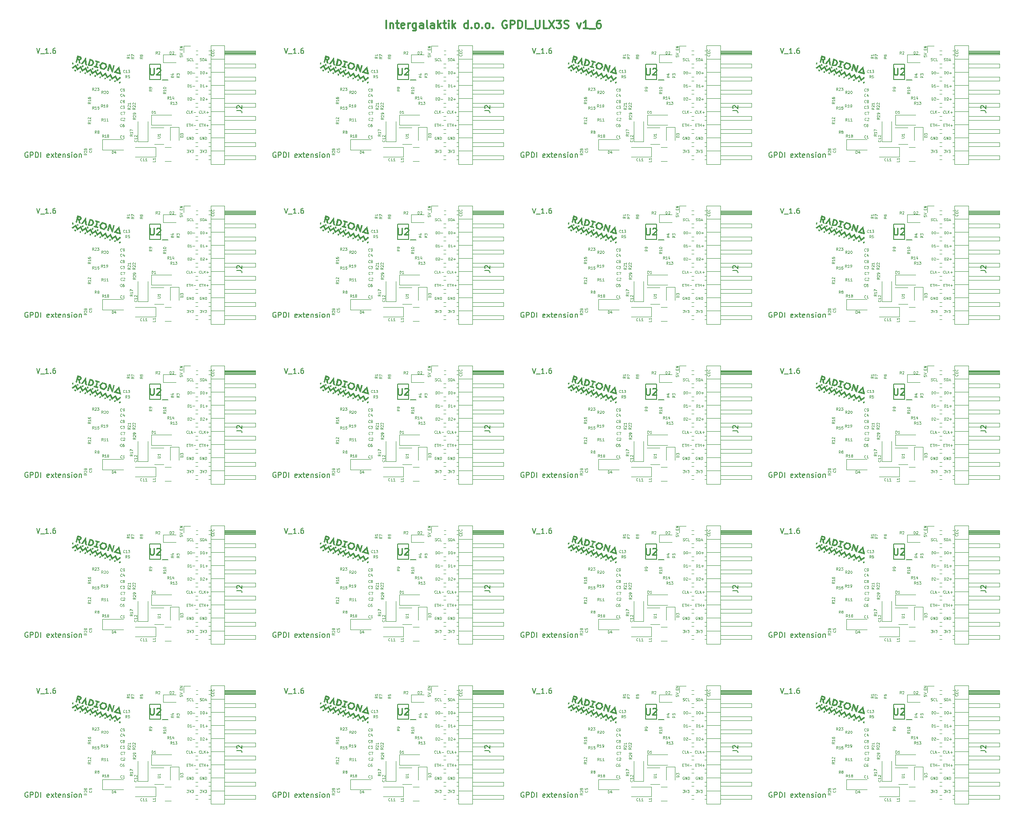
<source format=gbr>
%TF.GenerationSoftware,KiCad,Pcbnew,7.0.6+dfsg-1*%
%TF.CreationDate,2023-08-23T14:28:08+02:00*%
%TF.ProjectId,GPDI_ULX3S_panel,47504449-5f55-44c5-9833-535f70616e65,1.6*%
%TF.SameCoordinates,Original*%
%TF.FileFunction,Legend,Top*%
%TF.FilePolarity,Positive*%
%FSLAX46Y46*%
G04 Gerber Fmt 4.6, Leading zero omitted, Abs format (unit mm)*
G04 Created by KiCad (PCBNEW 7.0.6+dfsg-1) date 2023-08-23 14:28:08*
%MOMM*%
%LPD*%
G01*
G04 APERTURE LIST*
%ADD10C,0.100000*%
%ADD11C,0.200000*%
%ADD12C,0.300000*%
%ADD13C,0.125000*%
%ADD14C,0.150000*%
%ADD15C,0.254000*%
%ADD16C,0.120000*%
%ADD17C,0.010000*%
G04 APERTURE END LIST*
D10*
X183811020Y-141943989D02*
X183811020Y-142182084D01*
X183811020Y-142182084D02*
X184049115Y-142205893D01*
X184049115Y-142205893D02*
X184025306Y-142182084D01*
X184025306Y-142182084D02*
X184001496Y-142134465D01*
X184001496Y-142134465D02*
X184001496Y-142015417D01*
X184001496Y-142015417D02*
X184025306Y-141967798D01*
X184025306Y-141967798D02*
X184049115Y-141943989D01*
X184049115Y-141943989D02*
X184096734Y-141920179D01*
X184096734Y-141920179D02*
X184215782Y-141920179D01*
X184215782Y-141920179D02*
X184263401Y-141943989D01*
X184263401Y-141943989D02*
X184287211Y-141967798D01*
X184287211Y-141967798D02*
X184311020Y-142015417D01*
X184311020Y-142015417D02*
X184311020Y-142134465D01*
X184311020Y-142134465D02*
X184287211Y-142182084D01*
X184287211Y-142182084D02*
X184263401Y-142205893D01*
X183811020Y-141777322D02*
X184311020Y-141610656D01*
X184311020Y-141610656D02*
X183811020Y-141443989D01*
X184049115Y-140896371D02*
X184049115Y-140729704D01*
X184311020Y-140658276D02*
X184311020Y-140896371D01*
X184311020Y-140896371D02*
X183811020Y-140896371D01*
X183811020Y-140896371D02*
X183811020Y-140658276D01*
X184311020Y-140443990D02*
X183811020Y-140443990D01*
X183811020Y-140443990D02*
X184311020Y-140158276D01*
X184311020Y-140158276D02*
X183811020Y-140158276D01*
X139925596Y-64771919D02*
X139877977Y-64748109D01*
X139877977Y-64748109D02*
X139806548Y-64748109D01*
X139806548Y-64748109D02*
X139735120Y-64771919D01*
X139735120Y-64771919D02*
X139687501Y-64819538D01*
X139687501Y-64819538D02*
X139663691Y-64867157D01*
X139663691Y-64867157D02*
X139639882Y-64962395D01*
X139639882Y-64962395D02*
X139639882Y-65033823D01*
X139639882Y-65033823D02*
X139663691Y-65129061D01*
X139663691Y-65129061D02*
X139687501Y-65176680D01*
X139687501Y-65176680D02*
X139735120Y-65224300D01*
X139735120Y-65224300D02*
X139806548Y-65248109D01*
X139806548Y-65248109D02*
X139854167Y-65248109D01*
X139854167Y-65248109D02*
X139925596Y-65224300D01*
X139925596Y-65224300D02*
X139949405Y-65200490D01*
X139949405Y-65200490D02*
X139949405Y-65033823D01*
X139949405Y-65033823D02*
X139854167Y-65033823D01*
X140163691Y-65248109D02*
X140163691Y-64748109D01*
X140163691Y-64748109D02*
X140449405Y-65248109D01*
X140449405Y-65248109D02*
X140449405Y-64748109D01*
X140687501Y-65248109D02*
X140687501Y-64748109D01*
X140687501Y-64748109D02*
X140806549Y-64748109D01*
X140806549Y-64748109D02*
X140877977Y-64771919D01*
X140877977Y-64771919D02*
X140925596Y-64819538D01*
X140925596Y-64819538D02*
X140949406Y-64867157D01*
X140949406Y-64867157D02*
X140973215Y-64962395D01*
X140973215Y-64962395D02*
X140973215Y-65033823D01*
X140973215Y-65033823D02*
X140949406Y-65129061D01*
X140949406Y-65129061D02*
X140925596Y-65176680D01*
X140925596Y-65176680D02*
X140877977Y-65224300D01*
X140877977Y-65224300D02*
X140806549Y-65248109D01*
X140806549Y-65248109D02*
X140687501Y-65248109D01*
X91564599Y-124446204D02*
X91731266Y-124446204D01*
X91802694Y-124708109D02*
X91564599Y-124708109D01*
X91564599Y-124708109D02*
X91564599Y-124208109D01*
X91564599Y-124208109D02*
X91802694Y-124208109D01*
X91945552Y-124208109D02*
X92231266Y-124208109D01*
X92088409Y-124708109D02*
X92088409Y-124208109D01*
X92397932Y-124708109D02*
X92397932Y-124208109D01*
X92397932Y-124446204D02*
X92683646Y-124446204D01*
X92683646Y-124708109D02*
X92683646Y-124208109D01*
X92921742Y-124517633D02*
X93302695Y-124517633D01*
X93112218Y-124708109D02*
X93112218Y-124327157D01*
X89098599Y-186446204D02*
X89265266Y-186446204D01*
X89336694Y-186708109D02*
X89098599Y-186708109D01*
X89098599Y-186708109D02*
X89098599Y-186208109D01*
X89098599Y-186208109D02*
X89336694Y-186208109D01*
X89479552Y-186208109D02*
X89765266Y-186208109D01*
X89622409Y-186708109D02*
X89622409Y-186208109D01*
X89931932Y-186708109D02*
X89931932Y-186208109D01*
X89931932Y-186446204D02*
X90217646Y-186446204D01*
X90217646Y-186708109D02*
X90217646Y-186208109D01*
X90455742Y-186517633D02*
X90836695Y-186517633D01*
X137360405Y-122120490D02*
X137336596Y-122144300D01*
X137336596Y-122144300D02*
X137265167Y-122168109D01*
X137265167Y-122168109D02*
X137217548Y-122168109D01*
X137217548Y-122168109D02*
X137146120Y-122144300D01*
X137146120Y-122144300D02*
X137098501Y-122096680D01*
X137098501Y-122096680D02*
X137074691Y-122049061D01*
X137074691Y-122049061D02*
X137050882Y-121953823D01*
X137050882Y-121953823D02*
X137050882Y-121882395D01*
X137050882Y-121882395D02*
X137074691Y-121787157D01*
X137074691Y-121787157D02*
X137098501Y-121739538D01*
X137098501Y-121739538D02*
X137146120Y-121691919D01*
X137146120Y-121691919D02*
X137217548Y-121668109D01*
X137217548Y-121668109D02*
X137265167Y-121668109D01*
X137265167Y-121668109D02*
X137336596Y-121691919D01*
X137336596Y-121691919D02*
X137360405Y-121715728D01*
X137812786Y-122168109D02*
X137574691Y-122168109D01*
X137574691Y-122168109D02*
X137574691Y-121668109D01*
X137979453Y-122168109D02*
X137979453Y-121668109D01*
X138265167Y-122168109D02*
X138050882Y-121882395D01*
X138265167Y-121668109D02*
X137979453Y-121953823D01*
X138479453Y-121977633D02*
X138860406Y-121977633D01*
X235754781Y-176548109D02*
X235754781Y-176048109D01*
X235754781Y-176048109D02*
X235873829Y-176048109D01*
X235873829Y-176048109D02*
X235945257Y-176071919D01*
X235945257Y-176071919D02*
X235992876Y-176119538D01*
X235992876Y-176119538D02*
X236016686Y-176167157D01*
X236016686Y-176167157D02*
X236040495Y-176262395D01*
X236040495Y-176262395D02*
X236040495Y-176333823D01*
X236040495Y-176333823D02*
X236016686Y-176429061D01*
X236016686Y-176429061D02*
X235992876Y-176476680D01*
X235992876Y-176476680D02*
X235945257Y-176524300D01*
X235945257Y-176524300D02*
X235873829Y-176548109D01*
X235873829Y-176548109D02*
X235754781Y-176548109D01*
X236350019Y-176048109D02*
X236397638Y-176048109D01*
X236397638Y-176048109D02*
X236445257Y-176071919D01*
X236445257Y-176071919D02*
X236469067Y-176095728D01*
X236469067Y-176095728D02*
X236492876Y-176143347D01*
X236492876Y-176143347D02*
X236516686Y-176238585D01*
X236516686Y-176238585D02*
X236516686Y-176357633D01*
X236516686Y-176357633D02*
X236492876Y-176452871D01*
X236492876Y-176452871D02*
X236469067Y-176500490D01*
X236469067Y-176500490D02*
X236445257Y-176524300D01*
X236445257Y-176524300D02*
X236397638Y-176548109D01*
X236397638Y-176548109D02*
X236350019Y-176548109D01*
X236350019Y-176548109D02*
X236302400Y-176524300D01*
X236302400Y-176524300D02*
X236278591Y-176500490D01*
X236278591Y-176500490D02*
X236254781Y-176452871D01*
X236254781Y-176452871D02*
X236230972Y-176357633D01*
X236230972Y-176357633D02*
X236230972Y-176238585D01*
X236230972Y-176238585D02*
X236254781Y-176143347D01*
X236254781Y-176143347D02*
X236278591Y-176095728D01*
X236278591Y-176095728D02*
X236302400Y-176071919D01*
X236302400Y-176071919D02*
X236350019Y-176048109D01*
X236730971Y-176357633D02*
X237111924Y-176357633D01*
X236921447Y-176548109D02*
X236921447Y-176167157D01*
X139754977Y-119628109D02*
X139754977Y-119128109D01*
X139754977Y-119128109D02*
X139874025Y-119128109D01*
X139874025Y-119128109D02*
X139945453Y-119151919D01*
X139945453Y-119151919D02*
X139993072Y-119199538D01*
X139993072Y-119199538D02*
X140016882Y-119247157D01*
X140016882Y-119247157D02*
X140040691Y-119342395D01*
X140040691Y-119342395D02*
X140040691Y-119413823D01*
X140040691Y-119413823D02*
X140016882Y-119509061D01*
X140016882Y-119509061D02*
X139993072Y-119556680D01*
X139993072Y-119556680D02*
X139945453Y-119604300D01*
X139945453Y-119604300D02*
X139874025Y-119628109D01*
X139874025Y-119628109D02*
X139754977Y-119628109D01*
X140231168Y-119175728D02*
X140254977Y-119151919D01*
X140254977Y-119151919D02*
X140302596Y-119128109D01*
X140302596Y-119128109D02*
X140421644Y-119128109D01*
X140421644Y-119128109D02*
X140469263Y-119151919D01*
X140469263Y-119151919D02*
X140493072Y-119175728D01*
X140493072Y-119175728D02*
X140516882Y-119223347D01*
X140516882Y-119223347D02*
X140516882Y-119270966D01*
X140516882Y-119270966D02*
X140493072Y-119342395D01*
X140493072Y-119342395D02*
X140207358Y-119628109D01*
X140207358Y-119628109D02*
X140516882Y-119628109D01*
X140731167Y-119437633D02*
X141112120Y-119437633D01*
X140921643Y-119628109D02*
X140921643Y-119247157D01*
X187754879Y-83548109D02*
X187754879Y-83048109D01*
X187754879Y-83048109D02*
X187873927Y-83048109D01*
X187873927Y-83048109D02*
X187945355Y-83071919D01*
X187945355Y-83071919D02*
X187992974Y-83119538D01*
X187992974Y-83119538D02*
X188016784Y-83167157D01*
X188016784Y-83167157D02*
X188040593Y-83262395D01*
X188040593Y-83262395D02*
X188040593Y-83333823D01*
X188040593Y-83333823D02*
X188016784Y-83429061D01*
X188016784Y-83429061D02*
X187992974Y-83476680D01*
X187992974Y-83476680D02*
X187945355Y-83524300D01*
X187945355Y-83524300D02*
X187873927Y-83548109D01*
X187873927Y-83548109D02*
X187754879Y-83548109D01*
X188350117Y-83048109D02*
X188397736Y-83048109D01*
X188397736Y-83048109D02*
X188445355Y-83071919D01*
X188445355Y-83071919D02*
X188469165Y-83095728D01*
X188469165Y-83095728D02*
X188492974Y-83143347D01*
X188492974Y-83143347D02*
X188516784Y-83238585D01*
X188516784Y-83238585D02*
X188516784Y-83357633D01*
X188516784Y-83357633D02*
X188492974Y-83452871D01*
X188492974Y-83452871D02*
X188469165Y-83500490D01*
X188469165Y-83500490D02*
X188445355Y-83524300D01*
X188445355Y-83524300D02*
X188397736Y-83548109D01*
X188397736Y-83548109D02*
X188350117Y-83548109D01*
X188350117Y-83548109D02*
X188302498Y-83524300D01*
X188302498Y-83524300D02*
X188278689Y-83500490D01*
X188278689Y-83500490D02*
X188254879Y-83452871D01*
X188254879Y-83452871D02*
X188231070Y-83357633D01*
X188231070Y-83357633D02*
X188231070Y-83238585D01*
X188231070Y-83238585D02*
X188254879Y-83143347D01*
X188254879Y-83143347D02*
X188278689Y-83095728D01*
X188278689Y-83095728D02*
X188302498Y-83071919D01*
X188302498Y-83071919D02*
X188350117Y-83048109D01*
X188731069Y-83357633D02*
X189112022Y-83357633D01*
X188921545Y-83548109D02*
X188921545Y-83167157D01*
X137288977Y-86088109D02*
X137288977Y-85588109D01*
X137288977Y-85588109D02*
X137408025Y-85588109D01*
X137408025Y-85588109D02*
X137479453Y-85611919D01*
X137479453Y-85611919D02*
X137527072Y-85659538D01*
X137527072Y-85659538D02*
X137550882Y-85707157D01*
X137550882Y-85707157D02*
X137574691Y-85802395D01*
X137574691Y-85802395D02*
X137574691Y-85873823D01*
X137574691Y-85873823D02*
X137550882Y-85969061D01*
X137550882Y-85969061D02*
X137527072Y-86016680D01*
X137527072Y-86016680D02*
X137479453Y-86064300D01*
X137479453Y-86064300D02*
X137408025Y-86088109D01*
X137408025Y-86088109D02*
X137288977Y-86088109D01*
X138050882Y-86088109D02*
X137765168Y-86088109D01*
X137908025Y-86088109D02*
X137908025Y-85588109D01*
X137908025Y-85588109D02*
X137860406Y-85659538D01*
X137860406Y-85659538D02*
X137812787Y-85707157D01*
X137812787Y-85707157D02*
X137765168Y-85730966D01*
X138265167Y-85897633D02*
X138646120Y-85897633D01*
X137288977Y-52548109D02*
X137288977Y-52048109D01*
X137288977Y-52048109D02*
X137408025Y-52048109D01*
X137408025Y-52048109D02*
X137479453Y-52071919D01*
X137479453Y-52071919D02*
X137527072Y-52119538D01*
X137527072Y-52119538D02*
X137550882Y-52167157D01*
X137550882Y-52167157D02*
X137574691Y-52262395D01*
X137574691Y-52262395D02*
X137574691Y-52333823D01*
X137574691Y-52333823D02*
X137550882Y-52429061D01*
X137550882Y-52429061D02*
X137527072Y-52476680D01*
X137527072Y-52476680D02*
X137479453Y-52524300D01*
X137479453Y-52524300D02*
X137408025Y-52548109D01*
X137408025Y-52548109D02*
X137288977Y-52548109D01*
X137884215Y-52048109D02*
X137931834Y-52048109D01*
X137931834Y-52048109D02*
X137979453Y-52071919D01*
X137979453Y-52071919D02*
X138003263Y-52095728D01*
X138003263Y-52095728D02*
X138027072Y-52143347D01*
X138027072Y-52143347D02*
X138050882Y-52238585D01*
X138050882Y-52238585D02*
X138050882Y-52357633D01*
X138050882Y-52357633D02*
X138027072Y-52452871D01*
X138027072Y-52452871D02*
X138003263Y-52500490D01*
X138003263Y-52500490D02*
X137979453Y-52524300D01*
X137979453Y-52524300D02*
X137931834Y-52548109D01*
X137931834Y-52548109D02*
X137884215Y-52548109D01*
X137884215Y-52548109D02*
X137836596Y-52524300D01*
X137836596Y-52524300D02*
X137812787Y-52500490D01*
X137812787Y-52500490D02*
X137788977Y-52452871D01*
X137788977Y-52452871D02*
X137765168Y-52357633D01*
X137765168Y-52357633D02*
X137765168Y-52238585D01*
X137765168Y-52238585D02*
X137788977Y-52143347D01*
X137788977Y-52143347D02*
X137812787Y-52095728D01*
X137812787Y-52095728D02*
X137836596Y-52071919D01*
X137836596Y-52071919D02*
X137884215Y-52048109D01*
X138265167Y-52357633D02*
X138646120Y-52357633D01*
X89289075Y-179088109D02*
X89289075Y-178588109D01*
X89289075Y-178588109D02*
X89408123Y-178588109D01*
X89408123Y-178588109D02*
X89479551Y-178611919D01*
X89479551Y-178611919D02*
X89527170Y-178659538D01*
X89527170Y-178659538D02*
X89550980Y-178707157D01*
X89550980Y-178707157D02*
X89574789Y-178802395D01*
X89574789Y-178802395D02*
X89574789Y-178873823D01*
X89574789Y-178873823D02*
X89550980Y-178969061D01*
X89550980Y-178969061D02*
X89527170Y-179016680D01*
X89527170Y-179016680D02*
X89479551Y-179064300D01*
X89479551Y-179064300D02*
X89408123Y-179088109D01*
X89408123Y-179088109D02*
X89289075Y-179088109D01*
X90050980Y-179088109D02*
X89765266Y-179088109D01*
X89908123Y-179088109D02*
X89908123Y-178588109D01*
X89908123Y-178588109D02*
X89860504Y-178659538D01*
X89860504Y-178659538D02*
X89812885Y-178707157D01*
X89812885Y-178707157D02*
X89765266Y-178730966D01*
X90265265Y-178897633D02*
X90646218Y-178897633D01*
X185288879Y-88628109D02*
X185288879Y-88128109D01*
X185288879Y-88128109D02*
X185407927Y-88128109D01*
X185407927Y-88128109D02*
X185479355Y-88151919D01*
X185479355Y-88151919D02*
X185526974Y-88199538D01*
X185526974Y-88199538D02*
X185550784Y-88247157D01*
X185550784Y-88247157D02*
X185574593Y-88342395D01*
X185574593Y-88342395D02*
X185574593Y-88413823D01*
X185574593Y-88413823D02*
X185550784Y-88509061D01*
X185550784Y-88509061D02*
X185526974Y-88556680D01*
X185526974Y-88556680D02*
X185479355Y-88604300D01*
X185479355Y-88604300D02*
X185407927Y-88628109D01*
X185407927Y-88628109D02*
X185288879Y-88628109D01*
X185765070Y-88175728D02*
X185788879Y-88151919D01*
X185788879Y-88151919D02*
X185836498Y-88128109D01*
X185836498Y-88128109D02*
X185955546Y-88128109D01*
X185955546Y-88128109D02*
X186003165Y-88151919D01*
X186003165Y-88151919D02*
X186026974Y-88175728D01*
X186026974Y-88175728D02*
X186050784Y-88223347D01*
X186050784Y-88223347D02*
X186050784Y-88270966D01*
X186050784Y-88270966D02*
X186026974Y-88342395D01*
X186026974Y-88342395D02*
X185741260Y-88628109D01*
X185741260Y-88628109D02*
X186050784Y-88628109D01*
X186265069Y-88437633D02*
X186646022Y-88437633D01*
X233385400Y-95771919D02*
X233337781Y-95748109D01*
X233337781Y-95748109D02*
X233266352Y-95748109D01*
X233266352Y-95748109D02*
X233194924Y-95771919D01*
X233194924Y-95771919D02*
X233147305Y-95819538D01*
X233147305Y-95819538D02*
X233123495Y-95867157D01*
X233123495Y-95867157D02*
X233099686Y-95962395D01*
X233099686Y-95962395D02*
X233099686Y-96033823D01*
X233099686Y-96033823D02*
X233123495Y-96129061D01*
X233123495Y-96129061D02*
X233147305Y-96176680D01*
X233147305Y-96176680D02*
X233194924Y-96224300D01*
X233194924Y-96224300D02*
X233266352Y-96248109D01*
X233266352Y-96248109D02*
X233313971Y-96248109D01*
X233313971Y-96248109D02*
X233385400Y-96224300D01*
X233385400Y-96224300D02*
X233409209Y-96200490D01*
X233409209Y-96200490D02*
X233409209Y-96033823D01*
X233409209Y-96033823D02*
X233313971Y-96033823D01*
X233623495Y-96248109D02*
X233623495Y-95748109D01*
X233623495Y-95748109D02*
X233909209Y-96248109D01*
X233909209Y-96248109D02*
X233909209Y-95748109D01*
X234147305Y-96248109D02*
X234147305Y-95748109D01*
X234147305Y-95748109D02*
X234266353Y-95748109D01*
X234266353Y-95748109D02*
X234337781Y-95771919D01*
X234337781Y-95771919D02*
X234385400Y-95819538D01*
X234385400Y-95819538D02*
X234409210Y-95867157D01*
X234409210Y-95867157D02*
X234433019Y-95962395D01*
X234433019Y-95962395D02*
X234433019Y-96033823D01*
X234433019Y-96033823D02*
X234409210Y-96129061D01*
X234409210Y-96129061D02*
X234385400Y-96176680D01*
X234385400Y-96176680D02*
X234337781Y-96224300D01*
X234337781Y-96224300D02*
X234266353Y-96248109D01*
X234266353Y-96248109D02*
X234147305Y-96248109D01*
X139754977Y-52548109D02*
X139754977Y-52048109D01*
X139754977Y-52048109D02*
X139874025Y-52048109D01*
X139874025Y-52048109D02*
X139945453Y-52071919D01*
X139945453Y-52071919D02*
X139993072Y-52119538D01*
X139993072Y-52119538D02*
X140016882Y-52167157D01*
X140016882Y-52167157D02*
X140040691Y-52262395D01*
X140040691Y-52262395D02*
X140040691Y-52333823D01*
X140040691Y-52333823D02*
X140016882Y-52429061D01*
X140016882Y-52429061D02*
X139993072Y-52476680D01*
X139993072Y-52476680D02*
X139945453Y-52524300D01*
X139945453Y-52524300D02*
X139874025Y-52548109D01*
X139874025Y-52548109D02*
X139754977Y-52548109D01*
X140350215Y-52048109D02*
X140397834Y-52048109D01*
X140397834Y-52048109D02*
X140445453Y-52071919D01*
X140445453Y-52071919D02*
X140469263Y-52095728D01*
X140469263Y-52095728D02*
X140493072Y-52143347D01*
X140493072Y-52143347D02*
X140516882Y-52238585D01*
X140516882Y-52238585D02*
X140516882Y-52357633D01*
X140516882Y-52357633D02*
X140493072Y-52452871D01*
X140493072Y-52452871D02*
X140469263Y-52500490D01*
X140469263Y-52500490D02*
X140445453Y-52524300D01*
X140445453Y-52524300D02*
X140397834Y-52548109D01*
X140397834Y-52548109D02*
X140350215Y-52548109D01*
X140350215Y-52548109D02*
X140302596Y-52524300D01*
X140302596Y-52524300D02*
X140278787Y-52500490D01*
X140278787Y-52500490D02*
X140254977Y-52452871D01*
X140254977Y-52452871D02*
X140231168Y-52357633D01*
X140231168Y-52357633D02*
X140231168Y-52238585D01*
X140231168Y-52238585D02*
X140254977Y-52143347D01*
X140254977Y-52143347D02*
X140278787Y-52095728D01*
X140278787Y-52095728D02*
X140302596Y-52071919D01*
X140302596Y-52071919D02*
X140350215Y-52048109D01*
X140731167Y-52357633D02*
X141112120Y-52357633D01*
X140921643Y-52548109D02*
X140921643Y-52167157D01*
D11*
X156050622Y-78570619D02*
X156383955Y-79570619D01*
X156383955Y-79570619D02*
X156717288Y-78570619D01*
X156812527Y-79665857D02*
X157574431Y-79665857D01*
X158336336Y-79570619D02*
X157764908Y-79570619D01*
X158050622Y-79570619D02*
X158050622Y-78570619D01*
X158050622Y-78570619D02*
X157955384Y-78713476D01*
X157955384Y-78713476D02*
X157860146Y-78808714D01*
X157860146Y-78808714D02*
X157764908Y-78856333D01*
X158764908Y-79475380D02*
X158812527Y-79523000D01*
X158812527Y-79523000D02*
X158764908Y-79570619D01*
X158764908Y-79570619D02*
X158717289Y-79523000D01*
X158717289Y-79523000D02*
X158764908Y-79475380D01*
X158764908Y-79475380D02*
X158764908Y-79570619D01*
X159669669Y-78570619D02*
X159479193Y-78570619D01*
X159479193Y-78570619D02*
X159383955Y-78618238D01*
X159383955Y-78618238D02*
X159336336Y-78665857D01*
X159336336Y-78665857D02*
X159241098Y-78808714D01*
X159241098Y-78808714D02*
X159193479Y-78999190D01*
X159193479Y-78999190D02*
X159193479Y-79380142D01*
X159193479Y-79380142D02*
X159241098Y-79475380D01*
X159241098Y-79475380D02*
X159288717Y-79523000D01*
X159288717Y-79523000D02*
X159383955Y-79570619D01*
X159383955Y-79570619D02*
X159574431Y-79570619D01*
X159574431Y-79570619D02*
X159669669Y-79523000D01*
X159669669Y-79523000D02*
X159717288Y-79475380D01*
X159717288Y-79475380D02*
X159764907Y-79380142D01*
X159764907Y-79380142D02*
X159764907Y-79142047D01*
X159764907Y-79142047D02*
X159717288Y-79046809D01*
X159717288Y-79046809D02*
X159669669Y-78999190D01*
X159669669Y-78999190D02*
X159574431Y-78951571D01*
X159574431Y-78951571D02*
X159383955Y-78951571D01*
X159383955Y-78951571D02*
X159288717Y-78999190D01*
X159288717Y-78999190D02*
X159241098Y-79046809D01*
X159241098Y-79046809D02*
X159193479Y-79142047D01*
D10*
X137288977Y-83548109D02*
X137288977Y-83048109D01*
X137288977Y-83048109D02*
X137408025Y-83048109D01*
X137408025Y-83048109D02*
X137479453Y-83071919D01*
X137479453Y-83071919D02*
X137527072Y-83119538D01*
X137527072Y-83119538D02*
X137550882Y-83167157D01*
X137550882Y-83167157D02*
X137574691Y-83262395D01*
X137574691Y-83262395D02*
X137574691Y-83333823D01*
X137574691Y-83333823D02*
X137550882Y-83429061D01*
X137550882Y-83429061D02*
X137527072Y-83476680D01*
X137527072Y-83476680D02*
X137479453Y-83524300D01*
X137479453Y-83524300D02*
X137408025Y-83548109D01*
X137408025Y-83548109D02*
X137288977Y-83548109D01*
X137884215Y-83048109D02*
X137931834Y-83048109D01*
X137931834Y-83048109D02*
X137979453Y-83071919D01*
X137979453Y-83071919D02*
X138003263Y-83095728D01*
X138003263Y-83095728D02*
X138027072Y-83143347D01*
X138027072Y-83143347D02*
X138050882Y-83238585D01*
X138050882Y-83238585D02*
X138050882Y-83357633D01*
X138050882Y-83357633D02*
X138027072Y-83452871D01*
X138027072Y-83452871D02*
X138003263Y-83500490D01*
X138003263Y-83500490D02*
X137979453Y-83524300D01*
X137979453Y-83524300D02*
X137931834Y-83548109D01*
X137931834Y-83548109D02*
X137884215Y-83548109D01*
X137884215Y-83548109D02*
X137836596Y-83524300D01*
X137836596Y-83524300D02*
X137812787Y-83500490D01*
X137812787Y-83500490D02*
X137788977Y-83452871D01*
X137788977Y-83452871D02*
X137765168Y-83357633D01*
X137765168Y-83357633D02*
X137765168Y-83238585D01*
X137765168Y-83238585D02*
X137788977Y-83143347D01*
X137788977Y-83143347D02*
X137812787Y-83095728D01*
X137812787Y-83095728D02*
X137836596Y-83071919D01*
X137836596Y-83071919D02*
X137884215Y-83048109D01*
X138265167Y-83357633D02*
X138646120Y-83357633D01*
X87811216Y-48943989D02*
X87811216Y-49182084D01*
X87811216Y-49182084D02*
X88049311Y-49205893D01*
X88049311Y-49205893D02*
X88025502Y-49182084D01*
X88025502Y-49182084D02*
X88001692Y-49134465D01*
X88001692Y-49134465D02*
X88001692Y-49015417D01*
X88001692Y-49015417D02*
X88025502Y-48967798D01*
X88025502Y-48967798D02*
X88049311Y-48943989D01*
X88049311Y-48943989D02*
X88096930Y-48920179D01*
X88096930Y-48920179D02*
X88215978Y-48920179D01*
X88215978Y-48920179D02*
X88263597Y-48943989D01*
X88263597Y-48943989D02*
X88287407Y-48967798D01*
X88287407Y-48967798D02*
X88311216Y-49015417D01*
X88311216Y-49015417D02*
X88311216Y-49134465D01*
X88311216Y-49134465D02*
X88287407Y-49182084D01*
X88287407Y-49182084D02*
X88263597Y-49205893D01*
X87811216Y-48777322D02*
X88311216Y-48610656D01*
X88311216Y-48610656D02*
X87811216Y-48443989D01*
X88049311Y-47896371D02*
X88049311Y-47729704D01*
X88311216Y-47658276D02*
X88311216Y-47896371D01*
X88311216Y-47896371D02*
X87811216Y-47896371D01*
X87811216Y-47896371D02*
X87811216Y-47658276D01*
X88311216Y-47443990D02*
X87811216Y-47443990D01*
X87811216Y-47443990D02*
X88311216Y-47158276D01*
X88311216Y-47158276D02*
X87811216Y-47158276D01*
X235754781Y-114548109D02*
X235754781Y-114048109D01*
X235754781Y-114048109D02*
X235873829Y-114048109D01*
X235873829Y-114048109D02*
X235945257Y-114071919D01*
X235945257Y-114071919D02*
X235992876Y-114119538D01*
X235992876Y-114119538D02*
X236016686Y-114167157D01*
X236016686Y-114167157D02*
X236040495Y-114262395D01*
X236040495Y-114262395D02*
X236040495Y-114333823D01*
X236040495Y-114333823D02*
X236016686Y-114429061D01*
X236016686Y-114429061D02*
X235992876Y-114476680D01*
X235992876Y-114476680D02*
X235945257Y-114524300D01*
X235945257Y-114524300D02*
X235873829Y-114548109D01*
X235873829Y-114548109D02*
X235754781Y-114548109D01*
X236350019Y-114048109D02*
X236397638Y-114048109D01*
X236397638Y-114048109D02*
X236445257Y-114071919D01*
X236445257Y-114071919D02*
X236469067Y-114095728D01*
X236469067Y-114095728D02*
X236492876Y-114143347D01*
X236492876Y-114143347D02*
X236516686Y-114238585D01*
X236516686Y-114238585D02*
X236516686Y-114357633D01*
X236516686Y-114357633D02*
X236492876Y-114452871D01*
X236492876Y-114452871D02*
X236469067Y-114500490D01*
X236469067Y-114500490D02*
X236445257Y-114524300D01*
X236445257Y-114524300D02*
X236397638Y-114548109D01*
X236397638Y-114548109D02*
X236350019Y-114548109D01*
X236350019Y-114548109D02*
X236302400Y-114524300D01*
X236302400Y-114524300D02*
X236278591Y-114500490D01*
X236278591Y-114500490D02*
X236254781Y-114452871D01*
X236254781Y-114452871D02*
X236230972Y-114357633D01*
X236230972Y-114357633D02*
X236230972Y-114238585D01*
X236230972Y-114238585D02*
X236254781Y-114143347D01*
X236254781Y-114143347D02*
X236278591Y-114095728D01*
X236278591Y-114095728D02*
X236302400Y-114071919D01*
X236302400Y-114071919D02*
X236350019Y-114048109D01*
X236730971Y-114357633D02*
X237111924Y-114357633D01*
X236921447Y-114548109D02*
X236921447Y-114167157D01*
X185288879Y-150628109D02*
X185288879Y-150128109D01*
X185288879Y-150128109D02*
X185407927Y-150128109D01*
X185407927Y-150128109D02*
X185479355Y-150151919D01*
X185479355Y-150151919D02*
X185526974Y-150199538D01*
X185526974Y-150199538D02*
X185550784Y-150247157D01*
X185550784Y-150247157D02*
X185574593Y-150342395D01*
X185574593Y-150342395D02*
X185574593Y-150413823D01*
X185574593Y-150413823D02*
X185550784Y-150509061D01*
X185550784Y-150509061D02*
X185526974Y-150556680D01*
X185526974Y-150556680D02*
X185479355Y-150604300D01*
X185479355Y-150604300D02*
X185407927Y-150628109D01*
X185407927Y-150628109D02*
X185288879Y-150628109D01*
X185765070Y-150175728D02*
X185788879Y-150151919D01*
X185788879Y-150151919D02*
X185836498Y-150128109D01*
X185836498Y-150128109D02*
X185955546Y-150128109D01*
X185955546Y-150128109D02*
X186003165Y-150151919D01*
X186003165Y-150151919D02*
X186026974Y-150175728D01*
X186026974Y-150175728D02*
X186050784Y-150223347D01*
X186050784Y-150223347D02*
X186050784Y-150270966D01*
X186050784Y-150270966D02*
X186026974Y-150342395D01*
X186026974Y-150342395D02*
X185741260Y-150628109D01*
X185741260Y-150628109D02*
X186050784Y-150628109D01*
X186265069Y-150437633D02*
X186646022Y-150437633D01*
D11*
X108050720Y-47570619D02*
X108384053Y-48570619D01*
X108384053Y-48570619D02*
X108717386Y-47570619D01*
X108812625Y-48665857D02*
X109574529Y-48665857D01*
X110336434Y-48570619D02*
X109765006Y-48570619D01*
X110050720Y-48570619D02*
X110050720Y-47570619D01*
X110050720Y-47570619D02*
X109955482Y-47713476D01*
X109955482Y-47713476D02*
X109860244Y-47808714D01*
X109860244Y-47808714D02*
X109765006Y-47856333D01*
X110765006Y-48475380D02*
X110812625Y-48523000D01*
X110812625Y-48523000D02*
X110765006Y-48570619D01*
X110765006Y-48570619D02*
X110717387Y-48523000D01*
X110717387Y-48523000D02*
X110765006Y-48475380D01*
X110765006Y-48475380D02*
X110765006Y-48570619D01*
X111669767Y-47570619D02*
X111479291Y-47570619D01*
X111479291Y-47570619D02*
X111384053Y-47618238D01*
X111384053Y-47618238D02*
X111336434Y-47665857D01*
X111336434Y-47665857D02*
X111241196Y-47808714D01*
X111241196Y-47808714D02*
X111193577Y-47999190D01*
X111193577Y-47999190D02*
X111193577Y-48380142D01*
X111193577Y-48380142D02*
X111241196Y-48475380D01*
X111241196Y-48475380D02*
X111288815Y-48523000D01*
X111288815Y-48523000D02*
X111384053Y-48570619D01*
X111384053Y-48570619D02*
X111574529Y-48570619D01*
X111574529Y-48570619D02*
X111669767Y-48523000D01*
X111669767Y-48523000D02*
X111717386Y-48475380D01*
X111717386Y-48475380D02*
X111765005Y-48380142D01*
X111765005Y-48380142D02*
X111765005Y-48142047D01*
X111765005Y-48142047D02*
X111717386Y-48046809D01*
X111717386Y-48046809D02*
X111669767Y-47999190D01*
X111669767Y-47999190D02*
X111574529Y-47951571D01*
X111574529Y-47951571D02*
X111384053Y-47951571D01*
X111384053Y-47951571D02*
X111288815Y-47999190D01*
X111288815Y-47999190D02*
X111241196Y-48046809D01*
X111241196Y-48046809D02*
X111193577Y-48142047D01*
D10*
X233288781Y-119628109D02*
X233288781Y-119128109D01*
X233288781Y-119128109D02*
X233407829Y-119128109D01*
X233407829Y-119128109D02*
X233479257Y-119151919D01*
X233479257Y-119151919D02*
X233526876Y-119199538D01*
X233526876Y-119199538D02*
X233550686Y-119247157D01*
X233550686Y-119247157D02*
X233574495Y-119342395D01*
X233574495Y-119342395D02*
X233574495Y-119413823D01*
X233574495Y-119413823D02*
X233550686Y-119509061D01*
X233550686Y-119509061D02*
X233526876Y-119556680D01*
X233526876Y-119556680D02*
X233479257Y-119604300D01*
X233479257Y-119604300D02*
X233407829Y-119628109D01*
X233407829Y-119628109D02*
X233288781Y-119628109D01*
X233764972Y-119175728D02*
X233788781Y-119151919D01*
X233788781Y-119151919D02*
X233836400Y-119128109D01*
X233836400Y-119128109D02*
X233955448Y-119128109D01*
X233955448Y-119128109D02*
X234003067Y-119151919D01*
X234003067Y-119151919D02*
X234026876Y-119175728D01*
X234026876Y-119175728D02*
X234050686Y-119223347D01*
X234050686Y-119223347D02*
X234050686Y-119270966D01*
X234050686Y-119270966D02*
X234026876Y-119342395D01*
X234026876Y-119342395D02*
X233741162Y-119628109D01*
X233741162Y-119628109D02*
X234050686Y-119628109D01*
X234264971Y-119437633D02*
X234645924Y-119437633D01*
X137288977Y-176548109D02*
X137288977Y-176048109D01*
X137288977Y-176048109D02*
X137408025Y-176048109D01*
X137408025Y-176048109D02*
X137479453Y-176071919D01*
X137479453Y-176071919D02*
X137527072Y-176119538D01*
X137527072Y-176119538D02*
X137550882Y-176167157D01*
X137550882Y-176167157D02*
X137574691Y-176262395D01*
X137574691Y-176262395D02*
X137574691Y-176333823D01*
X137574691Y-176333823D02*
X137550882Y-176429061D01*
X137550882Y-176429061D02*
X137527072Y-176476680D01*
X137527072Y-176476680D02*
X137479453Y-176524300D01*
X137479453Y-176524300D02*
X137408025Y-176548109D01*
X137408025Y-176548109D02*
X137288977Y-176548109D01*
X137884215Y-176048109D02*
X137931834Y-176048109D01*
X137931834Y-176048109D02*
X137979453Y-176071919D01*
X137979453Y-176071919D02*
X138003263Y-176095728D01*
X138003263Y-176095728D02*
X138027072Y-176143347D01*
X138027072Y-176143347D02*
X138050882Y-176238585D01*
X138050882Y-176238585D02*
X138050882Y-176357633D01*
X138050882Y-176357633D02*
X138027072Y-176452871D01*
X138027072Y-176452871D02*
X138003263Y-176500490D01*
X138003263Y-176500490D02*
X137979453Y-176524300D01*
X137979453Y-176524300D02*
X137931834Y-176548109D01*
X137931834Y-176548109D02*
X137884215Y-176548109D01*
X137884215Y-176548109D02*
X137836596Y-176524300D01*
X137836596Y-176524300D02*
X137812787Y-176500490D01*
X137812787Y-176500490D02*
X137788977Y-176452871D01*
X137788977Y-176452871D02*
X137765168Y-176357633D01*
X137765168Y-176357633D02*
X137765168Y-176238585D01*
X137765168Y-176238585D02*
X137788977Y-176143347D01*
X137788977Y-176143347D02*
X137812787Y-176095728D01*
X137812787Y-176095728D02*
X137836596Y-176071919D01*
X137836596Y-176071919D02*
X137884215Y-176048109D01*
X138265167Y-176357633D02*
X138646120Y-176357633D01*
X235687306Y-191288109D02*
X235996830Y-191288109D01*
X235996830Y-191288109D02*
X235830163Y-191478585D01*
X235830163Y-191478585D02*
X235901592Y-191478585D01*
X235901592Y-191478585D02*
X235949211Y-191502395D01*
X235949211Y-191502395D02*
X235973020Y-191526204D01*
X235973020Y-191526204D02*
X235996830Y-191573823D01*
X235996830Y-191573823D02*
X235996830Y-191692871D01*
X235996830Y-191692871D02*
X235973020Y-191740490D01*
X235973020Y-191740490D02*
X235949211Y-191764300D01*
X235949211Y-191764300D02*
X235901592Y-191788109D01*
X235901592Y-191788109D02*
X235758735Y-191788109D01*
X235758735Y-191788109D02*
X235711116Y-191764300D01*
X235711116Y-191764300D02*
X235687306Y-191740490D01*
X236139687Y-191288109D02*
X236306353Y-191788109D01*
X236306353Y-191788109D02*
X236473020Y-191288109D01*
X236592067Y-191288109D02*
X236901591Y-191288109D01*
X236901591Y-191288109D02*
X236734924Y-191478585D01*
X236734924Y-191478585D02*
X236806353Y-191478585D01*
X236806353Y-191478585D02*
X236853972Y-191502395D01*
X236853972Y-191502395D02*
X236877781Y-191526204D01*
X236877781Y-191526204D02*
X236901591Y-191573823D01*
X236901591Y-191573823D02*
X236901591Y-191692871D01*
X236901591Y-191692871D02*
X236877781Y-191740490D01*
X236877781Y-191740490D02*
X236853972Y-191764300D01*
X236853972Y-191764300D02*
X236806353Y-191788109D01*
X236806353Y-191788109D02*
X236663496Y-191788109D01*
X236663496Y-191788109D02*
X236615877Y-191764300D01*
X236615877Y-191764300D02*
X236592067Y-191740490D01*
X187754879Y-57628109D02*
X187754879Y-57128109D01*
X187754879Y-57128109D02*
X187873927Y-57128109D01*
X187873927Y-57128109D02*
X187945355Y-57151919D01*
X187945355Y-57151919D02*
X187992974Y-57199538D01*
X187992974Y-57199538D02*
X188016784Y-57247157D01*
X188016784Y-57247157D02*
X188040593Y-57342395D01*
X188040593Y-57342395D02*
X188040593Y-57413823D01*
X188040593Y-57413823D02*
X188016784Y-57509061D01*
X188016784Y-57509061D02*
X187992974Y-57556680D01*
X187992974Y-57556680D02*
X187945355Y-57604300D01*
X187945355Y-57604300D02*
X187873927Y-57628109D01*
X187873927Y-57628109D02*
X187754879Y-57628109D01*
X188231070Y-57175728D02*
X188254879Y-57151919D01*
X188254879Y-57151919D02*
X188302498Y-57128109D01*
X188302498Y-57128109D02*
X188421546Y-57128109D01*
X188421546Y-57128109D02*
X188469165Y-57151919D01*
X188469165Y-57151919D02*
X188492974Y-57175728D01*
X188492974Y-57175728D02*
X188516784Y-57223347D01*
X188516784Y-57223347D02*
X188516784Y-57270966D01*
X188516784Y-57270966D02*
X188492974Y-57342395D01*
X188492974Y-57342395D02*
X188207260Y-57628109D01*
X188207260Y-57628109D02*
X188516784Y-57628109D01*
X188731069Y-57437633D02*
X189112022Y-57437633D01*
X188921545Y-57628109D02*
X188921545Y-57247157D01*
X185147404Y-98288109D02*
X185456928Y-98288109D01*
X185456928Y-98288109D02*
X185290261Y-98478585D01*
X185290261Y-98478585D02*
X185361690Y-98478585D01*
X185361690Y-98478585D02*
X185409309Y-98502395D01*
X185409309Y-98502395D02*
X185433118Y-98526204D01*
X185433118Y-98526204D02*
X185456928Y-98573823D01*
X185456928Y-98573823D02*
X185456928Y-98692871D01*
X185456928Y-98692871D02*
X185433118Y-98740490D01*
X185433118Y-98740490D02*
X185409309Y-98764300D01*
X185409309Y-98764300D02*
X185361690Y-98788109D01*
X185361690Y-98788109D02*
X185218833Y-98788109D01*
X185218833Y-98788109D02*
X185171214Y-98764300D01*
X185171214Y-98764300D02*
X185147404Y-98740490D01*
X185599785Y-98288109D02*
X185766451Y-98788109D01*
X185766451Y-98788109D02*
X185933118Y-98288109D01*
X186052165Y-98288109D02*
X186361689Y-98288109D01*
X186361689Y-98288109D02*
X186195022Y-98478585D01*
X186195022Y-98478585D02*
X186266451Y-98478585D01*
X186266451Y-98478585D02*
X186314070Y-98502395D01*
X186314070Y-98502395D02*
X186337879Y-98526204D01*
X186337879Y-98526204D02*
X186361689Y-98573823D01*
X186361689Y-98573823D02*
X186361689Y-98692871D01*
X186361689Y-98692871D02*
X186337879Y-98740490D01*
X186337879Y-98740490D02*
X186314070Y-98764300D01*
X186314070Y-98764300D02*
X186266451Y-98788109D01*
X186266451Y-98788109D02*
X186123594Y-98788109D01*
X186123594Y-98788109D02*
X186075975Y-98764300D01*
X186075975Y-98764300D02*
X186052165Y-98740490D01*
X238323303Y-79771608D02*
X238347113Y-79795417D01*
X238347113Y-79795417D02*
X238370922Y-79866846D01*
X238370922Y-79866846D02*
X238370922Y-79914465D01*
X238370922Y-79914465D02*
X238347113Y-79985893D01*
X238347113Y-79985893D02*
X238299493Y-80033512D01*
X238299493Y-80033512D02*
X238251874Y-80057322D01*
X238251874Y-80057322D02*
X238156636Y-80081131D01*
X238156636Y-80081131D02*
X238085208Y-80081131D01*
X238085208Y-80081131D02*
X237989970Y-80057322D01*
X237989970Y-80057322D02*
X237942351Y-80033512D01*
X237942351Y-80033512D02*
X237894732Y-79985893D01*
X237894732Y-79985893D02*
X237870922Y-79914465D01*
X237870922Y-79914465D02*
X237870922Y-79866846D01*
X237870922Y-79866846D02*
X237894732Y-79795417D01*
X237894732Y-79795417D02*
X237918541Y-79771608D01*
X238109017Y-79557322D02*
X238109017Y-79390655D01*
X238370922Y-79319227D02*
X238370922Y-79557322D01*
X238370922Y-79557322D02*
X237870922Y-79557322D01*
X237870922Y-79557322D02*
X237870922Y-79319227D01*
X238323303Y-78819227D02*
X238347113Y-78843036D01*
X238347113Y-78843036D02*
X238370922Y-78914465D01*
X238370922Y-78914465D02*
X238370922Y-78962084D01*
X238370922Y-78962084D02*
X238347113Y-79033512D01*
X238347113Y-79033512D02*
X238299493Y-79081131D01*
X238299493Y-79081131D02*
X238251874Y-79104941D01*
X238251874Y-79104941D02*
X238156636Y-79128750D01*
X238156636Y-79128750D02*
X238085208Y-79128750D01*
X238085208Y-79128750D02*
X237989970Y-79104941D01*
X237989970Y-79104941D02*
X237942351Y-79081131D01*
X237942351Y-79081131D02*
X237894732Y-79033512D01*
X237894732Y-79033512D02*
X237870922Y-78962084D01*
X237870922Y-78962084D02*
X237870922Y-78914465D01*
X237870922Y-78914465D02*
X237894732Y-78843036D01*
X237894732Y-78843036D02*
X237918541Y-78819227D01*
X187687404Y-98288109D02*
X187996928Y-98288109D01*
X187996928Y-98288109D02*
X187830261Y-98478585D01*
X187830261Y-98478585D02*
X187901690Y-98478585D01*
X187901690Y-98478585D02*
X187949309Y-98502395D01*
X187949309Y-98502395D02*
X187973118Y-98526204D01*
X187973118Y-98526204D02*
X187996928Y-98573823D01*
X187996928Y-98573823D02*
X187996928Y-98692871D01*
X187996928Y-98692871D02*
X187973118Y-98740490D01*
X187973118Y-98740490D02*
X187949309Y-98764300D01*
X187949309Y-98764300D02*
X187901690Y-98788109D01*
X187901690Y-98788109D02*
X187758833Y-98788109D01*
X187758833Y-98788109D02*
X187711214Y-98764300D01*
X187711214Y-98764300D02*
X187687404Y-98740490D01*
X188139785Y-98288109D02*
X188306451Y-98788109D01*
X188306451Y-98788109D02*
X188473118Y-98288109D01*
X188592165Y-98288109D02*
X188901689Y-98288109D01*
X188901689Y-98288109D02*
X188735022Y-98478585D01*
X188735022Y-98478585D02*
X188806451Y-98478585D01*
X188806451Y-98478585D02*
X188854070Y-98502395D01*
X188854070Y-98502395D02*
X188877879Y-98526204D01*
X188877879Y-98526204D02*
X188901689Y-98573823D01*
X188901689Y-98573823D02*
X188901689Y-98692871D01*
X188901689Y-98692871D02*
X188877879Y-98740490D01*
X188877879Y-98740490D02*
X188854070Y-98764300D01*
X188854070Y-98764300D02*
X188806451Y-98788109D01*
X188806451Y-98788109D02*
X188663594Y-98788109D01*
X188663594Y-98788109D02*
X188615975Y-98764300D01*
X188615975Y-98764300D02*
X188592165Y-98740490D01*
D11*
X202368830Y-98765518D02*
X202273592Y-98717899D01*
X202273592Y-98717899D02*
X202130735Y-98717899D01*
X202130735Y-98717899D02*
X201987878Y-98765518D01*
X201987878Y-98765518D02*
X201892640Y-98860756D01*
X201892640Y-98860756D02*
X201845021Y-98955994D01*
X201845021Y-98955994D02*
X201797402Y-99146470D01*
X201797402Y-99146470D02*
X201797402Y-99289327D01*
X201797402Y-99289327D02*
X201845021Y-99479803D01*
X201845021Y-99479803D02*
X201892640Y-99575041D01*
X201892640Y-99575041D02*
X201987878Y-99670280D01*
X201987878Y-99670280D02*
X202130735Y-99717899D01*
X202130735Y-99717899D02*
X202225973Y-99717899D01*
X202225973Y-99717899D02*
X202368830Y-99670280D01*
X202368830Y-99670280D02*
X202416449Y-99622660D01*
X202416449Y-99622660D02*
X202416449Y-99289327D01*
X202416449Y-99289327D02*
X202225973Y-99289327D01*
X202845021Y-99717899D02*
X202845021Y-98717899D01*
X202845021Y-98717899D02*
X203225973Y-98717899D01*
X203225973Y-98717899D02*
X203321211Y-98765518D01*
X203321211Y-98765518D02*
X203368830Y-98813137D01*
X203368830Y-98813137D02*
X203416449Y-98908375D01*
X203416449Y-98908375D02*
X203416449Y-99051232D01*
X203416449Y-99051232D02*
X203368830Y-99146470D01*
X203368830Y-99146470D02*
X203321211Y-99194089D01*
X203321211Y-99194089D02*
X203225973Y-99241708D01*
X203225973Y-99241708D02*
X202845021Y-99241708D01*
X203845021Y-99717899D02*
X203845021Y-98717899D01*
X203845021Y-98717899D02*
X204083116Y-98717899D01*
X204083116Y-98717899D02*
X204225973Y-98765518D01*
X204225973Y-98765518D02*
X204321211Y-98860756D01*
X204321211Y-98860756D02*
X204368830Y-98955994D01*
X204368830Y-98955994D02*
X204416449Y-99146470D01*
X204416449Y-99146470D02*
X204416449Y-99289327D01*
X204416449Y-99289327D02*
X204368830Y-99479803D01*
X204368830Y-99479803D02*
X204321211Y-99575041D01*
X204321211Y-99575041D02*
X204225973Y-99670280D01*
X204225973Y-99670280D02*
X204083116Y-99717899D01*
X204083116Y-99717899D02*
X203845021Y-99717899D01*
X204845021Y-99717899D02*
X204845021Y-98717899D01*
X206464068Y-99670280D02*
X206368830Y-99717899D01*
X206368830Y-99717899D02*
X206178354Y-99717899D01*
X206178354Y-99717899D02*
X206083116Y-99670280D01*
X206083116Y-99670280D02*
X206035497Y-99575041D01*
X206035497Y-99575041D02*
X206035497Y-99194089D01*
X206035497Y-99194089D02*
X206083116Y-99098851D01*
X206083116Y-99098851D02*
X206178354Y-99051232D01*
X206178354Y-99051232D02*
X206368830Y-99051232D01*
X206368830Y-99051232D02*
X206464068Y-99098851D01*
X206464068Y-99098851D02*
X206511687Y-99194089D01*
X206511687Y-99194089D02*
X206511687Y-99289327D01*
X206511687Y-99289327D02*
X206035497Y-99384565D01*
X206845021Y-99717899D02*
X207368830Y-99051232D01*
X206845021Y-99051232D02*
X207368830Y-99717899D01*
X207606926Y-99051232D02*
X207987878Y-99051232D01*
X207749783Y-98717899D02*
X207749783Y-99575041D01*
X207749783Y-99575041D02*
X207797402Y-99670280D01*
X207797402Y-99670280D02*
X207892640Y-99717899D01*
X207892640Y-99717899D02*
X207987878Y-99717899D01*
X208702164Y-99670280D02*
X208606926Y-99717899D01*
X208606926Y-99717899D02*
X208416450Y-99717899D01*
X208416450Y-99717899D02*
X208321212Y-99670280D01*
X208321212Y-99670280D02*
X208273593Y-99575041D01*
X208273593Y-99575041D02*
X208273593Y-99194089D01*
X208273593Y-99194089D02*
X208321212Y-99098851D01*
X208321212Y-99098851D02*
X208416450Y-99051232D01*
X208416450Y-99051232D02*
X208606926Y-99051232D01*
X208606926Y-99051232D02*
X208702164Y-99098851D01*
X208702164Y-99098851D02*
X208749783Y-99194089D01*
X208749783Y-99194089D02*
X208749783Y-99289327D01*
X208749783Y-99289327D02*
X208273593Y-99384565D01*
X209178355Y-99051232D02*
X209178355Y-99717899D01*
X209178355Y-99146470D02*
X209225974Y-99098851D01*
X209225974Y-99098851D02*
X209321212Y-99051232D01*
X209321212Y-99051232D02*
X209464069Y-99051232D01*
X209464069Y-99051232D02*
X209559307Y-99098851D01*
X209559307Y-99098851D02*
X209606926Y-99194089D01*
X209606926Y-99194089D02*
X209606926Y-99717899D01*
X210035498Y-99670280D02*
X210130736Y-99717899D01*
X210130736Y-99717899D02*
X210321212Y-99717899D01*
X210321212Y-99717899D02*
X210416450Y-99670280D01*
X210416450Y-99670280D02*
X210464069Y-99575041D01*
X210464069Y-99575041D02*
X210464069Y-99527422D01*
X210464069Y-99527422D02*
X210416450Y-99432184D01*
X210416450Y-99432184D02*
X210321212Y-99384565D01*
X210321212Y-99384565D02*
X210178355Y-99384565D01*
X210178355Y-99384565D02*
X210083117Y-99336946D01*
X210083117Y-99336946D02*
X210035498Y-99241708D01*
X210035498Y-99241708D02*
X210035498Y-99194089D01*
X210035498Y-99194089D02*
X210083117Y-99098851D01*
X210083117Y-99098851D02*
X210178355Y-99051232D01*
X210178355Y-99051232D02*
X210321212Y-99051232D01*
X210321212Y-99051232D02*
X210416450Y-99098851D01*
X210892641Y-99717899D02*
X210892641Y-99051232D01*
X210892641Y-98717899D02*
X210845022Y-98765518D01*
X210845022Y-98765518D02*
X210892641Y-98813137D01*
X210892641Y-98813137D02*
X210940260Y-98765518D01*
X210940260Y-98765518D02*
X210892641Y-98717899D01*
X210892641Y-98717899D02*
X210892641Y-98813137D01*
X211511688Y-99717899D02*
X211416450Y-99670280D01*
X211416450Y-99670280D02*
X211368831Y-99622660D01*
X211368831Y-99622660D02*
X211321212Y-99527422D01*
X211321212Y-99527422D02*
X211321212Y-99241708D01*
X211321212Y-99241708D02*
X211368831Y-99146470D01*
X211368831Y-99146470D02*
X211416450Y-99098851D01*
X211416450Y-99098851D02*
X211511688Y-99051232D01*
X211511688Y-99051232D02*
X211654545Y-99051232D01*
X211654545Y-99051232D02*
X211749783Y-99098851D01*
X211749783Y-99098851D02*
X211797402Y-99146470D01*
X211797402Y-99146470D02*
X211845021Y-99241708D01*
X211845021Y-99241708D02*
X211845021Y-99527422D01*
X211845021Y-99527422D02*
X211797402Y-99622660D01*
X211797402Y-99622660D02*
X211749783Y-99670280D01*
X211749783Y-99670280D02*
X211654545Y-99717899D01*
X211654545Y-99717899D02*
X211511688Y-99717899D01*
X212273593Y-99051232D02*
X212273593Y-99717899D01*
X212273593Y-99146470D02*
X212321212Y-99098851D01*
X212321212Y-99098851D02*
X212416450Y-99051232D01*
X212416450Y-99051232D02*
X212559307Y-99051232D01*
X212559307Y-99051232D02*
X212654545Y-99098851D01*
X212654545Y-99098851D02*
X212702164Y-99194089D01*
X212702164Y-99194089D02*
X212702164Y-99717899D01*
D10*
X187826307Y-91120490D02*
X187802498Y-91144300D01*
X187802498Y-91144300D02*
X187731069Y-91168109D01*
X187731069Y-91168109D02*
X187683450Y-91168109D01*
X187683450Y-91168109D02*
X187612022Y-91144300D01*
X187612022Y-91144300D02*
X187564403Y-91096680D01*
X187564403Y-91096680D02*
X187540593Y-91049061D01*
X187540593Y-91049061D02*
X187516784Y-90953823D01*
X187516784Y-90953823D02*
X187516784Y-90882395D01*
X187516784Y-90882395D02*
X187540593Y-90787157D01*
X187540593Y-90787157D02*
X187564403Y-90739538D01*
X187564403Y-90739538D02*
X187612022Y-90691919D01*
X187612022Y-90691919D02*
X187683450Y-90668109D01*
X187683450Y-90668109D02*
X187731069Y-90668109D01*
X187731069Y-90668109D02*
X187802498Y-90691919D01*
X187802498Y-90691919D02*
X187826307Y-90715728D01*
X188278688Y-91168109D02*
X188040593Y-91168109D01*
X188040593Y-91168109D02*
X188040593Y-90668109D01*
X188445355Y-91168109D02*
X188445355Y-90668109D01*
X188731069Y-91168109D02*
X188516784Y-90882395D01*
X188731069Y-90668109D02*
X188445355Y-90953823D01*
X188945355Y-90977633D02*
X189326308Y-90977633D01*
X189135831Y-91168109D02*
X189135831Y-90787157D01*
X91699505Y-142984300D02*
X91770933Y-143008109D01*
X91770933Y-143008109D02*
X91889981Y-143008109D01*
X91889981Y-143008109D02*
X91937600Y-142984300D01*
X91937600Y-142984300D02*
X91961409Y-142960490D01*
X91961409Y-142960490D02*
X91985219Y-142912871D01*
X91985219Y-142912871D02*
X91985219Y-142865252D01*
X91985219Y-142865252D02*
X91961409Y-142817633D01*
X91961409Y-142817633D02*
X91937600Y-142793823D01*
X91937600Y-142793823D02*
X91889981Y-142770014D01*
X91889981Y-142770014D02*
X91794743Y-142746204D01*
X91794743Y-142746204D02*
X91747124Y-142722395D01*
X91747124Y-142722395D02*
X91723314Y-142698585D01*
X91723314Y-142698585D02*
X91699505Y-142650966D01*
X91699505Y-142650966D02*
X91699505Y-142603347D01*
X91699505Y-142603347D02*
X91723314Y-142555728D01*
X91723314Y-142555728D02*
X91747124Y-142531919D01*
X91747124Y-142531919D02*
X91794743Y-142508109D01*
X91794743Y-142508109D02*
X91913790Y-142508109D01*
X91913790Y-142508109D02*
X91985219Y-142531919D01*
X92199504Y-143008109D02*
X92199504Y-142508109D01*
X92199504Y-142508109D02*
X92318552Y-142508109D01*
X92318552Y-142508109D02*
X92389980Y-142531919D01*
X92389980Y-142531919D02*
X92437599Y-142579538D01*
X92437599Y-142579538D02*
X92461409Y-142627157D01*
X92461409Y-142627157D02*
X92485218Y-142722395D01*
X92485218Y-142722395D02*
X92485218Y-142793823D01*
X92485218Y-142793823D02*
X92461409Y-142889061D01*
X92461409Y-142889061D02*
X92437599Y-142936680D01*
X92437599Y-142936680D02*
X92389980Y-142984300D01*
X92389980Y-142984300D02*
X92318552Y-143008109D01*
X92318552Y-143008109D02*
X92199504Y-143008109D01*
X92675695Y-142865252D02*
X92913790Y-142865252D01*
X92628076Y-143008109D02*
X92794742Y-142508109D01*
X92794742Y-142508109D02*
X92961409Y-143008109D01*
X235699211Y-80984300D02*
X235770639Y-81008109D01*
X235770639Y-81008109D02*
X235889687Y-81008109D01*
X235889687Y-81008109D02*
X235937306Y-80984300D01*
X235937306Y-80984300D02*
X235961115Y-80960490D01*
X235961115Y-80960490D02*
X235984925Y-80912871D01*
X235984925Y-80912871D02*
X235984925Y-80865252D01*
X235984925Y-80865252D02*
X235961115Y-80817633D01*
X235961115Y-80817633D02*
X235937306Y-80793823D01*
X235937306Y-80793823D02*
X235889687Y-80770014D01*
X235889687Y-80770014D02*
X235794449Y-80746204D01*
X235794449Y-80746204D02*
X235746830Y-80722395D01*
X235746830Y-80722395D02*
X235723020Y-80698585D01*
X235723020Y-80698585D02*
X235699211Y-80650966D01*
X235699211Y-80650966D02*
X235699211Y-80603347D01*
X235699211Y-80603347D02*
X235723020Y-80555728D01*
X235723020Y-80555728D02*
X235746830Y-80531919D01*
X235746830Y-80531919D02*
X235794449Y-80508109D01*
X235794449Y-80508109D02*
X235913496Y-80508109D01*
X235913496Y-80508109D02*
X235984925Y-80531919D01*
X236199210Y-81008109D02*
X236199210Y-80508109D01*
X236199210Y-80508109D02*
X236318258Y-80508109D01*
X236318258Y-80508109D02*
X236389686Y-80531919D01*
X236389686Y-80531919D02*
X236437305Y-80579538D01*
X236437305Y-80579538D02*
X236461115Y-80627157D01*
X236461115Y-80627157D02*
X236484924Y-80722395D01*
X236484924Y-80722395D02*
X236484924Y-80793823D01*
X236484924Y-80793823D02*
X236461115Y-80889061D01*
X236461115Y-80889061D02*
X236437305Y-80936680D01*
X236437305Y-80936680D02*
X236389686Y-80984300D01*
X236389686Y-80984300D02*
X236318258Y-81008109D01*
X236318258Y-81008109D02*
X236199210Y-81008109D01*
X236675401Y-80865252D02*
X236913496Y-80865252D01*
X236627782Y-81008109D02*
X236794448Y-80508109D01*
X236794448Y-80508109D02*
X236961115Y-81008109D01*
X183811020Y-172943989D02*
X183811020Y-173182084D01*
X183811020Y-173182084D02*
X184049115Y-173205893D01*
X184049115Y-173205893D02*
X184025306Y-173182084D01*
X184025306Y-173182084D02*
X184001496Y-173134465D01*
X184001496Y-173134465D02*
X184001496Y-173015417D01*
X184001496Y-173015417D02*
X184025306Y-172967798D01*
X184025306Y-172967798D02*
X184049115Y-172943989D01*
X184049115Y-172943989D02*
X184096734Y-172920179D01*
X184096734Y-172920179D02*
X184215782Y-172920179D01*
X184215782Y-172920179D02*
X184263401Y-172943989D01*
X184263401Y-172943989D02*
X184287211Y-172967798D01*
X184287211Y-172967798D02*
X184311020Y-173015417D01*
X184311020Y-173015417D02*
X184311020Y-173134465D01*
X184311020Y-173134465D02*
X184287211Y-173182084D01*
X184287211Y-173182084D02*
X184263401Y-173205893D01*
X183811020Y-172777322D02*
X184311020Y-172610656D01*
X184311020Y-172610656D02*
X183811020Y-172443989D01*
X184049115Y-171896371D02*
X184049115Y-171729704D01*
X184311020Y-171658276D02*
X184311020Y-171896371D01*
X184311020Y-171896371D02*
X183811020Y-171896371D01*
X183811020Y-171896371D02*
X183811020Y-171658276D01*
X184311020Y-171443990D02*
X183811020Y-171443990D01*
X183811020Y-171443990D02*
X184311020Y-171158276D01*
X184311020Y-171158276D02*
X183811020Y-171158276D01*
X142323499Y-48771608D02*
X142347309Y-48795417D01*
X142347309Y-48795417D02*
X142371118Y-48866846D01*
X142371118Y-48866846D02*
X142371118Y-48914465D01*
X142371118Y-48914465D02*
X142347309Y-48985893D01*
X142347309Y-48985893D02*
X142299689Y-49033512D01*
X142299689Y-49033512D02*
X142252070Y-49057322D01*
X142252070Y-49057322D02*
X142156832Y-49081131D01*
X142156832Y-49081131D02*
X142085404Y-49081131D01*
X142085404Y-49081131D02*
X141990166Y-49057322D01*
X141990166Y-49057322D02*
X141942547Y-49033512D01*
X141942547Y-49033512D02*
X141894928Y-48985893D01*
X141894928Y-48985893D02*
X141871118Y-48914465D01*
X141871118Y-48914465D02*
X141871118Y-48866846D01*
X141871118Y-48866846D02*
X141894928Y-48795417D01*
X141894928Y-48795417D02*
X141918737Y-48771608D01*
X142109213Y-48557322D02*
X142109213Y-48390655D01*
X142371118Y-48319227D02*
X142371118Y-48557322D01*
X142371118Y-48557322D02*
X141871118Y-48557322D01*
X141871118Y-48557322D02*
X141871118Y-48319227D01*
X142323499Y-47819227D02*
X142347309Y-47843036D01*
X142347309Y-47843036D02*
X142371118Y-47914465D01*
X142371118Y-47914465D02*
X142371118Y-47962084D01*
X142371118Y-47962084D02*
X142347309Y-48033512D01*
X142347309Y-48033512D02*
X142299689Y-48081131D01*
X142299689Y-48081131D02*
X142252070Y-48104941D01*
X142252070Y-48104941D02*
X142156832Y-48128750D01*
X142156832Y-48128750D02*
X142085404Y-48128750D01*
X142085404Y-48128750D02*
X141990166Y-48104941D01*
X141990166Y-48104941D02*
X141942547Y-48081131D01*
X141942547Y-48081131D02*
X141894928Y-48033512D01*
X141894928Y-48033512D02*
X141871118Y-47962084D01*
X141871118Y-47962084D02*
X141871118Y-47914465D01*
X141871118Y-47914465D02*
X141894928Y-47843036D01*
X141894928Y-47843036D02*
X141918737Y-47819227D01*
X185098403Y-155446204D02*
X185265070Y-155446204D01*
X185336498Y-155708109D02*
X185098403Y-155708109D01*
X185098403Y-155708109D02*
X185098403Y-155208109D01*
X185098403Y-155208109D02*
X185336498Y-155208109D01*
X185479356Y-155208109D02*
X185765070Y-155208109D01*
X185622213Y-155708109D02*
X185622213Y-155208109D01*
X185931736Y-155708109D02*
X185931736Y-155208109D01*
X185931736Y-155446204D02*
X186217450Y-155446204D01*
X186217450Y-155708109D02*
X186217450Y-155208109D01*
X186455546Y-155517633D02*
X186836499Y-155517633D01*
X233147306Y-67288109D02*
X233456830Y-67288109D01*
X233456830Y-67288109D02*
X233290163Y-67478585D01*
X233290163Y-67478585D02*
X233361592Y-67478585D01*
X233361592Y-67478585D02*
X233409211Y-67502395D01*
X233409211Y-67502395D02*
X233433020Y-67526204D01*
X233433020Y-67526204D02*
X233456830Y-67573823D01*
X233456830Y-67573823D02*
X233456830Y-67692871D01*
X233456830Y-67692871D02*
X233433020Y-67740490D01*
X233433020Y-67740490D02*
X233409211Y-67764300D01*
X233409211Y-67764300D02*
X233361592Y-67788109D01*
X233361592Y-67788109D02*
X233218735Y-67788109D01*
X233218735Y-67788109D02*
X233171116Y-67764300D01*
X233171116Y-67764300D02*
X233147306Y-67740490D01*
X233599687Y-67288109D02*
X233766353Y-67788109D01*
X233766353Y-67788109D02*
X233933020Y-67288109D01*
X234052067Y-67288109D02*
X234361591Y-67288109D01*
X234361591Y-67288109D02*
X234194924Y-67478585D01*
X234194924Y-67478585D02*
X234266353Y-67478585D01*
X234266353Y-67478585D02*
X234313972Y-67502395D01*
X234313972Y-67502395D02*
X234337781Y-67526204D01*
X234337781Y-67526204D02*
X234361591Y-67573823D01*
X234361591Y-67573823D02*
X234361591Y-67692871D01*
X234361591Y-67692871D02*
X234337781Y-67740490D01*
X234337781Y-67740490D02*
X234313972Y-67764300D01*
X234313972Y-67764300D02*
X234266353Y-67788109D01*
X234266353Y-67788109D02*
X234123496Y-67788109D01*
X234123496Y-67788109D02*
X234075877Y-67764300D01*
X234075877Y-67764300D02*
X234052067Y-67740490D01*
X91564599Y-62446204D02*
X91731266Y-62446204D01*
X91802694Y-62708109D02*
X91564599Y-62708109D01*
X91564599Y-62708109D02*
X91564599Y-62208109D01*
X91564599Y-62208109D02*
X91802694Y-62208109D01*
X91945552Y-62208109D02*
X92231266Y-62208109D01*
X92088409Y-62708109D02*
X92088409Y-62208109D01*
X92397932Y-62708109D02*
X92397932Y-62208109D01*
X92397932Y-62446204D02*
X92683646Y-62446204D01*
X92683646Y-62708109D02*
X92683646Y-62208109D01*
X92921742Y-62517633D02*
X93302695Y-62517633D01*
X93112218Y-62708109D02*
X93112218Y-62327157D01*
X187925498Y-95771919D02*
X187877879Y-95748109D01*
X187877879Y-95748109D02*
X187806450Y-95748109D01*
X187806450Y-95748109D02*
X187735022Y-95771919D01*
X187735022Y-95771919D02*
X187687403Y-95819538D01*
X187687403Y-95819538D02*
X187663593Y-95867157D01*
X187663593Y-95867157D02*
X187639784Y-95962395D01*
X187639784Y-95962395D02*
X187639784Y-96033823D01*
X187639784Y-96033823D02*
X187663593Y-96129061D01*
X187663593Y-96129061D02*
X187687403Y-96176680D01*
X187687403Y-96176680D02*
X187735022Y-96224300D01*
X187735022Y-96224300D02*
X187806450Y-96248109D01*
X187806450Y-96248109D02*
X187854069Y-96248109D01*
X187854069Y-96248109D02*
X187925498Y-96224300D01*
X187925498Y-96224300D02*
X187949307Y-96200490D01*
X187949307Y-96200490D02*
X187949307Y-96033823D01*
X187949307Y-96033823D02*
X187854069Y-96033823D01*
X188163593Y-96248109D02*
X188163593Y-95748109D01*
X188163593Y-95748109D02*
X188449307Y-96248109D01*
X188449307Y-96248109D02*
X188449307Y-95748109D01*
X188687403Y-96248109D02*
X188687403Y-95748109D01*
X188687403Y-95748109D02*
X188806451Y-95748109D01*
X188806451Y-95748109D02*
X188877879Y-95771919D01*
X188877879Y-95771919D02*
X188925498Y-95819538D01*
X188925498Y-95819538D02*
X188949308Y-95867157D01*
X188949308Y-95867157D02*
X188973117Y-95962395D01*
X188973117Y-95962395D02*
X188973117Y-96033823D01*
X188973117Y-96033823D02*
X188949308Y-96129061D01*
X188949308Y-96129061D02*
X188925498Y-96176680D01*
X188925498Y-96176680D02*
X188877879Y-96224300D01*
X188877879Y-96224300D02*
X188806451Y-96248109D01*
X188806451Y-96248109D02*
X188687403Y-96248109D01*
X187925498Y-64771919D02*
X187877879Y-64748109D01*
X187877879Y-64748109D02*
X187806450Y-64748109D01*
X187806450Y-64748109D02*
X187735022Y-64771919D01*
X187735022Y-64771919D02*
X187687403Y-64819538D01*
X187687403Y-64819538D02*
X187663593Y-64867157D01*
X187663593Y-64867157D02*
X187639784Y-64962395D01*
X187639784Y-64962395D02*
X187639784Y-65033823D01*
X187639784Y-65033823D02*
X187663593Y-65129061D01*
X187663593Y-65129061D02*
X187687403Y-65176680D01*
X187687403Y-65176680D02*
X187735022Y-65224300D01*
X187735022Y-65224300D02*
X187806450Y-65248109D01*
X187806450Y-65248109D02*
X187854069Y-65248109D01*
X187854069Y-65248109D02*
X187925498Y-65224300D01*
X187925498Y-65224300D02*
X187949307Y-65200490D01*
X187949307Y-65200490D02*
X187949307Y-65033823D01*
X187949307Y-65033823D02*
X187854069Y-65033823D01*
X188163593Y-65248109D02*
X188163593Y-64748109D01*
X188163593Y-64748109D02*
X188449307Y-65248109D01*
X188449307Y-65248109D02*
X188449307Y-64748109D01*
X188687403Y-65248109D02*
X188687403Y-64748109D01*
X188687403Y-64748109D02*
X188806451Y-64748109D01*
X188806451Y-64748109D02*
X188877879Y-64771919D01*
X188877879Y-64771919D02*
X188925498Y-64819538D01*
X188925498Y-64819538D02*
X188949308Y-64867157D01*
X188949308Y-64867157D02*
X188973117Y-64962395D01*
X188973117Y-64962395D02*
X188973117Y-65033823D01*
X188973117Y-65033823D02*
X188949308Y-65129061D01*
X188949308Y-65129061D02*
X188925498Y-65176680D01*
X188925498Y-65176680D02*
X188877879Y-65224300D01*
X188877879Y-65224300D02*
X188806451Y-65248109D01*
X188806451Y-65248109D02*
X188687403Y-65248109D01*
D11*
X106369026Y-160765518D02*
X106273788Y-160717899D01*
X106273788Y-160717899D02*
X106130931Y-160717899D01*
X106130931Y-160717899D02*
X105988074Y-160765518D01*
X105988074Y-160765518D02*
X105892836Y-160860756D01*
X105892836Y-160860756D02*
X105845217Y-160955994D01*
X105845217Y-160955994D02*
X105797598Y-161146470D01*
X105797598Y-161146470D02*
X105797598Y-161289327D01*
X105797598Y-161289327D02*
X105845217Y-161479803D01*
X105845217Y-161479803D02*
X105892836Y-161575041D01*
X105892836Y-161575041D02*
X105988074Y-161670280D01*
X105988074Y-161670280D02*
X106130931Y-161717899D01*
X106130931Y-161717899D02*
X106226169Y-161717899D01*
X106226169Y-161717899D02*
X106369026Y-161670280D01*
X106369026Y-161670280D02*
X106416645Y-161622660D01*
X106416645Y-161622660D02*
X106416645Y-161289327D01*
X106416645Y-161289327D02*
X106226169Y-161289327D01*
X106845217Y-161717899D02*
X106845217Y-160717899D01*
X106845217Y-160717899D02*
X107226169Y-160717899D01*
X107226169Y-160717899D02*
X107321407Y-160765518D01*
X107321407Y-160765518D02*
X107369026Y-160813137D01*
X107369026Y-160813137D02*
X107416645Y-160908375D01*
X107416645Y-160908375D02*
X107416645Y-161051232D01*
X107416645Y-161051232D02*
X107369026Y-161146470D01*
X107369026Y-161146470D02*
X107321407Y-161194089D01*
X107321407Y-161194089D02*
X107226169Y-161241708D01*
X107226169Y-161241708D02*
X106845217Y-161241708D01*
X107845217Y-161717899D02*
X107845217Y-160717899D01*
X107845217Y-160717899D02*
X108083312Y-160717899D01*
X108083312Y-160717899D02*
X108226169Y-160765518D01*
X108226169Y-160765518D02*
X108321407Y-160860756D01*
X108321407Y-160860756D02*
X108369026Y-160955994D01*
X108369026Y-160955994D02*
X108416645Y-161146470D01*
X108416645Y-161146470D02*
X108416645Y-161289327D01*
X108416645Y-161289327D02*
X108369026Y-161479803D01*
X108369026Y-161479803D02*
X108321407Y-161575041D01*
X108321407Y-161575041D02*
X108226169Y-161670280D01*
X108226169Y-161670280D02*
X108083312Y-161717899D01*
X108083312Y-161717899D02*
X107845217Y-161717899D01*
X108845217Y-161717899D02*
X108845217Y-160717899D01*
X110464264Y-161670280D02*
X110369026Y-161717899D01*
X110369026Y-161717899D02*
X110178550Y-161717899D01*
X110178550Y-161717899D02*
X110083312Y-161670280D01*
X110083312Y-161670280D02*
X110035693Y-161575041D01*
X110035693Y-161575041D02*
X110035693Y-161194089D01*
X110035693Y-161194089D02*
X110083312Y-161098851D01*
X110083312Y-161098851D02*
X110178550Y-161051232D01*
X110178550Y-161051232D02*
X110369026Y-161051232D01*
X110369026Y-161051232D02*
X110464264Y-161098851D01*
X110464264Y-161098851D02*
X110511883Y-161194089D01*
X110511883Y-161194089D02*
X110511883Y-161289327D01*
X110511883Y-161289327D02*
X110035693Y-161384565D01*
X110845217Y-161717899D02*
X111369026Y-161051232D01*
X110845217Y-161051232D02*
X111369026Y-161717899D01*
X111607122Y-161051232D02*
X111988074Y-161051232D01*
X111749979Y-160717899D02*
X111749979Y-161575041D01*
X111749979Y-161575041D02*
X111797598Y-161670280D01*
X111797598Y-161670280D02*
X111892836Y-161717899D01*
X111892836Y-161717899D02*
X111988074Y-161717899D01*
X112702360Y-161670280D02*
X112607122Y-161717899D01*
X112607122Y-161717899D02*
X112416646Y-161717899D01*
X112416646Y-161717899D02*
X112321408Y-161670280D01*
X112321408Y-161670280D02*
X112273789Y-161575041D01*
X112273789Y-161575041D02*
X112273789Y-161194089D01*
X112273789Y-161194089D02*
X112321408Y-161098851D01*
X112321408Y-161098851D02*
X112416646Y-161051232D01*
X112416646Y-161051232D02*
X112607122Y-161051232D01*
X112607122Y-161051232D02*
X112702360Y-161098851D01*
X112702360Y-161098851D02*
X112749979Y-161194089D01*
X112749979Y-161194089D02*
X112749979Y-161289327D01*
X112749979Y-161289327D02*
X112273789Y-161384565D01*
X113178551Y-161051232D02*
X113178551Y-161717899D01*
X113178551Y-161146470D02*
X113226170Y-161098851D01*
X113226170Y-161098851D02*
X113321408Y-161051232D01*
X113321408Y-161051232D02*
X113464265Y-161051232D01*
X113464265Y-161051232D02*
X113559503Y-161098851D01*
X113559503Y-161098851D02*
X113607122Y-161194089D01*
X113607122Y-161194089D02*
X113607122Y-161717899D01*
X114035694Y-161670280D02*
X114130932Y-161717899D01*
X114130932Y-161717899D02*
X114321408Y-161717899D01*
X114321408Y-161717899D02*
X114416646Y-161670280D01*
X114416646Y-161670280D02*
X114464265Y-161575041D01*
X114464265Y-161575041D02*
X114464265Y-161527422D01*
X114464265Y-161527422D02*
X114416646Y-161432184D01*
X114416646Y-161432184D02*
X114321408Y-161384565D01*
X114321408Y-161384565D02*
X114178551Y-161384565D01*
X114178551Y-161384565D02*
X114083313Y-161336946D01*
X114083313Y-161336946D02*
X114035694Y-161241708D01*
X114035694Y-161241708D02*
X114035694Y-161194089D01*
X114035694Y-161194089D02*
X114083313Y-161098851D01*
X114083313Y-161098851D02*
X114178551Y-161051232D01*
X114178551Y-161051232D02*
X114321408Y-161051232D01*
X114321408Y-161051232D02*
X114416646Y-161098851D01*
X114892837Y-161717899D02*
X114892837Y-161051232D01*
X114892837Y-160717899D02*
X114845218Y-160765518D01*
X114845218Y-160765518D02*
X114892837Y-160813137D01*
X114892837Y-160813137D02*
X114940456Y-160765518D01*
X114940456Y-160765518D02*
X114892837Y-160717899D01*
X114892837Y-160717899D02*
X114892837Y-160813137D01*
X115511884Y-161717899D02*
X115416646Y-161670280D01*
X115416646Y-161670280D02*
X115369027Y-161622660D01*
X115369027Y-161622660D02*
X115321408Y-161527422D01*
X115321408Y-161527422D02*
X115321408Y-161241708D01*
X115321408Y-161241708D02*
X115369027Y-161146470D01*
X115369027Y-161146470D02*
X115416646Y-161098851D01*
X115416646Y-161098851D02*
X115511884Y-161051232D01*
X115511884Y-161051232D02*
X115654741Y-161051232D01*
X115654741Y-161051232D02*
X115749979Y-161098851D01*
X115749979Y-161098851D02*
X115797598Y-161146470D01*
X115797598Y-161146470D02*
X115845217Y-161241708D01*
X115845217Y-161241708D02*
X115845217Y-161527422D01*
X115845217Y-161527422D02*
X115797598Y-161622660D01*
X115797598Y-161622660D02*
X115749979Y-161670280D01*
X115749979Y-161670280D02*
X115654741Y-161717899D01*
X115654741Y-161717899D02*
X115511884Y-161717899D01*
X116273789Y-161051232D02*
X116273789Y-161717899D01*
X116273789Y-161146470D02*
X116321408Y-161098851D01*
X116321408Y-161098851D02*
X116416646Y-161051232D01*
X116416646Y-161051232D02*
X116559503Y-161051232D01*
X116559503Y-161051232D02*
X116654741Y-161098851D01*
X116654741Y-161098851D02*
X116702360Y-161194089D01*
X116702360Y-161194089D02*
X116702360Y-161717899D01*
D10*
X235826209Y-184120490D02*
X235802400Y-184144300D01*
X235802400Y-184144300D02*
X235730971Y-184168109D01*
X235730971Y-184168109D02*
X235683352Y-184168109D01*
X235683352Y-184168109D02*
X235611924Y-184144300D01*
X235611924Y-184144300D02*
X235564305Y-184096680D01*
X235564305Y-184096680D02*
X235540495Y-184049061D01*
X235540495Y-184049061D02*
X235516686Y-183953823D01*
X235516686Y-183953823D02*
X235516686Y-183882395D01*
X235516686Y-183882395D02*
X235540495Y-183787157D01*
X235540495Y-183787157D02*
X235564305Y-183739538D01*
X235564305Y-183739538D02*
X235611924Y-183691919D01*
X235611924Y-183691919D02*
X235683352Y-183668109D01*
X235683352Y-183668109D02*
X235730971Y-183668109D01*
X235730971Y-183668109D02*
X235802400Y-183691919D01*
X235802400Y-183691919D02*
X235826209Y-183715728D01*
X236278590Y-184168109D02*
X236040495Y-184168109D01*
X236040495Y-184168109D02*
X236040495Y-183668109D01*
X236445257Y-184168109D02*
X236445257Y-183668109D01*
X236730971Y-184168109D02*
X236516686Y-183882395D01*
X236730971Y-183668109D02*
X236445257Y-183953823D01*
X236945257Y-183977633D02*
X237326210Y-183977633D01*
X237135733Y-184168109D02*
X237135733Y-183787157D01*
X89289075Y-148088109D02*
X89289075Y-147588109D01*
X89289075Y-147588109D02*
X89408123Y-147588109D01*
X89408123Y-147588109D02*
X89479551Y-147611919D01*
X89479551Y-147611919D02*
X89527170Y-147659538D01*
X89527170Y-147659538D02*
X89550980Y-147707157D01*
X89550980Y-147707157D02*
X89574789Y-147802395D01*
X89574789Y-147802395D02*
X89574789Y-147873823D01*
X89574789Y-147873823D02*
X89550980Y-147969061D01*
X89550980Y-147969061D02*
X89527170Y-148016680D01*
X89527170Y-148016680D02*
X89479551Y-148064300D01*
X89479551Y-148064300D02*
X89408123Y-148088109D01*
X89408123Y-148088109D02*
X89289075Y-148088109D01*
X90050980Y-148088109D02*
X89765266Y-148088109D01*
X89908123Y-148088109D02*
X89908123Y-147588109D01*
X89908123Y-147588109D02*
X89860504Y-147659538D01*
X89860504Y-147659538D02*
X89812885Y-147707157D01*
X89812885Y-147707157D02*
X89765266Y-147730966D01*
X90265265Y-147897633D02*
X90646218Y-147897633D01*
X91826503Y-184120490D02*
X91802694Y-184144300D01*
X91802694Y-184144300D02*
X91731265Y-184168109D01*
X91731265Y-184168109D02*
X91683646Y-184168109D01*
X91683646Y-184168109D02*
X91612218Y-184144300D01*
X91612218Y-184144300D02*
X91564599Y-184096680D01*
X91564599Y-184096680D02*
X91540789Y-184049061D01*
X91540789Y-184049061D02*
X91516980Y-183953823D01*
X91516980Y-183953823D02*
X91516980Y-183882395D01*
X91516980Y-183882395D02*
X91540789Y-183787157D01*
X91540789Y-183787157D02*
X91564599Y-183739538D01*
X91564599Y-183739538D02*
X91612218Y-183691919D01*
X91612218Y-183691919D02*
X91683646Y-183668109D01*
X91683646Y-183668109D02*
X91731265Y-183668109D01*
X91731265Y-183668109D02*
X91802694Y-183691919D01*
X91802694Y-183691919D02*
X91826503Y-183715728D01*
X92278884Y-184168109D02*
X92040789Y-184168109D01*
X92040789Y-184168109D02*
X92040789Y-183668109D01*
X92445551Y-184168109D02*
X92445551Y-183668109D01*
X92731265Y-184168109D02*
X92516980Y-183882395D01*
X92731265Y-183668109D02*
X92445551Y-183953823D01*
X92945551Y-183977633D02*
X93326504Y-183977633D01*
X93136027Y-184168109D02*
X93136027Y-183787157D01*
X89360503Y-60120490D02*
X89336694Y-60144300D01*
X89336694Y-60144300D02*
X89265265Y-60168109D01*
X89265265Y-60168109D02*
X89217646Y-60168109D01*
X89217646Y-60168109D02*
X89146218Y-60144300D01*
X89146218Y-60144300D02*
X89098599Y-60096680D01*
X89098599Y-60096680D02*
X89074789Y-60049061D01*
X89074789Y-60049061D02*
X89050980Y-59953823D01*
X89050980Y-59953823D02*
X89050980Y-59882395D01*
X89050980Y-59882395D02*
X89074789Y-59787157D01*
X89074789Y-59787157D02*
X89098599Y-59739538D01*
X89098599Y-59739538D02*
X89146218Y-59691919D01*
X89146218Y-59691919D02*
X89217646Y-59668109D01*
X89217646Y-59668109D02*
X89265265Y-59668109D01*
X89265265Y-59668109D02*
X89336694Y-59691919D01*
X89336694Y-59691919D02*
X89360503Y-59715728D01*
X89812884Y-60168109D02*
X89574789Y-60168109D01*
X89574789Y-60168109D02*
X89574789Y-59668109D01*
X89979551Y-60168109D02*
X89979551Y-59668109D01*
X90265265Y-60168109D02*
X90050980Y-59882395D01*
X90265265Y-59668109D02*
X89979551Y-59953823D01*
X90479551Y-59977633D02*
X90860504Y-59977633D01*
X233288781Y-117088109D02*
X233288781Y-116588109D01*
X233288781Y-116588109D02*
X233407829Y-116588109D01*
X233407829Y-116588109D02*
X233479257Y-116611919D01*
X233479257Y-116611919D02*
X233526876Y-116659538D01*
X233526876Y-116659538D02*
X233550686Y-116707157D01*
X233550686Y-116707157D02*
X233574495Y-116802395D01*
X233574495Y-116802395D02*
X233574495Y-116873823D01*
X233574495Y-116873823D02*
X233550686Y-116969061D01*
X233550686Y-116969061D02*
X233526876Y-117016680D01*
X233526876Y-117016680D02*
X233479257Y-117064300D01*
X233479257Y-117064300D02*
X233407829Y-117088109D01*
X233407829Y-117088109D02*
X233288781Y-117088109D01*
X234050686Y-117088109D02*
X233764972Y-117088109D01*
X233907829Y-117088109D02*
X233907829Y-116588109D01*
X233907829Y-116588109D02*
X233860210Y-116659538D01*
X233860210Y-116659538D02*
X233812591Y-116707157D01*
X233812591Y-116707157D02*
X233764972Y-116730966D01*
X234264971Y-116897633D02*
X234645924Y-116897633D01*
X139925596Y-126771919D02*
X139877977Y-126748109D01*
X139877977Y-126748109D02*
X139806548Y-126748109D01*
X139806548Y-126748109D02*
X139735120Y-126771919D01*
X139735120Y-126771919D02*
X139687501Y-126819538D01*
X139687501Y-126819538D02*
X139663691Y-126867157D01*
X139663691Y-126867157D02*
X139639882Y-126962395D01*
X139639882Y-126962395D02*
X139639882Y-127033823D01*
X139639882Y-127033823D02*
X139663691Y-127129061D01*
X139663691Y-127129061D02*
X139687501Y-127176680D01*
X139687501Y-127176680D02*
X139735120Y-127224300D01*
X139735120Y-127224300D02*
X139806548Y-127248109D01*
X139806548Y-127248109D02*
X139854167Y-127248109D01*
X139854167Y-127248109D02*
X139925596Y-127224300D01*
X139925596Y-127224300D02*
X139949405Y-127200490D01*
X139949405Y-127200490D02*
X139949405Y-127033823D01*
X139949405Y-127033823D02*
X139854167Y-127033823D01*
X140163691Y-127248109D02*
X140163691Y-126748109D01*
X140163691Y-126748109D02*
X140449405Y-127248109D01*
X140449405Y-127248109D02*
X140449405Y-126748109D01*
X140687501Y-127248109D02*
X140687501Y-126748109D01*
X140687501Y-126748109D02*
X140806549Y-126748109D01*
X140806549Y-126748109D02*
X140877977Y-126771919D01*
X140877977Y-126771919D02*
X140925596Y-126819538D01*
X140925596Y-126819538D02*
X140949406Y-126867157D01*
X140949406Y-126867157D02*
X140973215Y-126962395D01*
X140973215Y-126962395D02*
X140973215Y-127033823D01*
X140973215Y-127033823D02*
X140949406Y-127129061D01*
X140949406Y-127129061D02*
X140925596Y-127176680D01*
X140925596Y-127176680D02*
X140877977Y-127224300D01*
X140877977Y-127224300D02*
X140806549Y-127248109D01*
X140806549Y-127248109D02*
X140687501Y-127248109D01*
X185098403Y-62446204D02*
X185265070Y-62446204D01*
X185336498Y-62708109D02*
X185098403Y-62708109D01*
X185098403Y-62708109D02*
X185098403Y-62208109D01*
X185098403Y-62208109D02*
X185336498Y-62208109D01*
X185479356Y-62208109D02*
X185765070Y-62208109D01*
X185622213Y-62708109D02*
X185622213Y-62208109D01*
X185931736Y-62708109D02*
X185931736Y-62208109D01*
X185931736Y-62446204D02*
X186217450Y-62446204D01*
X186217450Y-62708109D02*
X186217450Y-62208109D01*
X186455546Y-62517633D02*
X186836499Y-62517633D01*
X185288879Y-57628109D02*
X185288879Y-57128109D01*
X185288879Y-57128109D02*
X185407927Y-57128109D01*
X185407927Y-57128109D02*
X185479355Y-57151919D01*
X185479355Y-57151919D02*
X185526974Y-57199538D01*
X185526974Y-57199538D02*
X185550784Y-57247157D01*
X185550784Y-57247157D02*
X185574593Y-57342395D01*
X185574593Y-57342395D02*
X185574593Y-57413823D01*
X185574593Y-57413823D02*
X185550784Y-57509061D01*
X185550784Y-57509061D02*
X185526974Y-57556680D01*
X185526974Y-57556680D02*
X185479355Y-57604300D01*
X185479355Y-57604300D02*
X185407927Y-57628109D01*
X185407927Y-57628109D02*
X185288879Y-57628109D01*
X185765070Y-57175728D02*
X185788879Y-57151919D01*
X185788879Y-57151919D02*
X185836498Y-57128109D01*
X185836498Y-57128109D02*
X185955546Y-57128109D01*
X185955546Y-57128109D02*
X186003165Y-57151919D01*
X186003165Y-57151919D02*
X186026974Y-57175728D01*
X186026974Y-57175728D02*
X186050784Y-57223347D01*
X186050784Y-57223347D02*
X186050784Y-57270966D01*
X186050784Y-57270966D02*
X186026974Y-57342395D01*
X186026974Y-57342395D02*
X185741260Y-57628109D01*
X185741260Y-57628109D02*
X186050784Y-57628109D01*
X186265069Y-57437633D02*
X186646022Y-57437633D01*
X235754781Y-117088109D02*
X235754781Y-116588109D01*
X235754781Y-116588109D02*
X235873829Y-116588109D01*
X235873829Y-116588109D02*
X235945257Y-116611919D01*
X235945257Y-116611919D02*
X235992876Y-116659538D01*
X235992876Y-116659538D02*
X236016686Y-116707157D01*
X236016686Y-116707157D02*
X236040495Y-116802395D01*
X236040495Y-116802395D02*
X236040495Y-116873823D01*
X236040495Y-116873823D02*
X236016686Y-116969061D01*
X236016686Y-116969061D02*
X235992876Y-117016680D01*
X235992876Y-117016680D02*
X235945257Y-117064300D01*
X235945257Y-117064300D02*
X235873829Y-117088109D01*
X235873829Y-117088109D02*
X235754781Y-117088109D01*
X236516686Y-117088109D02*
X236230972Y-117088109D01*
X236373829Y-117088109D02*
X236373829Y-116588109D01*
X236373829Y-116588109D02*
X236326210Y-116659538D01*
X236326210Y-116659538D02*
X236278591Y-116707157D01*
X236278591Y-116707157D02*
X236230972Y-116730966D01*
X236730971Y-116897633D02*
X237111924Y-116897633D01*
X236921447Y-117088109D02*
X236921447Y-116707157D01*
X89098599Y-62446204D02*
X89265266Y-62446204D01*
X89336694Y-62708109D02*
X89098599Y-62708109D01*
X89098599Y-62708109D02*
X89098599Y-62208109D01*
X89098599Y-62208109D02*
X89336694Y-62208109D01*
X89479552Y-62208109D02*
X89765266Y-62208109D01*
X89622409Y-62708109D02*
X89622409Y-62208109D01*
X89931932Y-62708109D02*
X89931932Y-62208109D01*
X89931932Y-62446204D02*
X90217646Y-62446204D01*
X90217646Y-62708109D02*
X90217646Y-62208109D01*
X90455742Y-62517633D02*
X90836695Y-62517633D01*
X89289075Y-145548109D02*
X89289075Y-145048109D01*
X89289075Y-145048109D02*
X89408123Y-145048109D01*
X89408123Y-145048109D02*
X89479551Y-145071919D01*
X89479551Y-145071919D02*
X89527170Y-145119538D01*
X89527170Y-145119538D02*
X89550980Y-145167157D01*
X89550980Y-145167157D02*
X89574789Y-145262395D01*
X89574789Y-145262395D02*
X89574789Y-145333823D01*
X89574789Y-145333823D02*
X89550980Y-145429061D01*
X89550980Y-145429061D02*
X89527170Y-145476680D01*
X89527170Y-145476680D02*
X89479551Y-145524300D01*
X89479551Y-145524300D02*
X89408123Y-145548109D01*
X89408123Y-145548109D02*
X89289075Y-145548109D01*
X89884313Y-145048109D02*
X89931932Y-145048109D01*
X89931932Y-145048109D02*
X89979551Y-145071919D01*
X89979551Y-145071919D02*
X90003361Y-145095728D01*
X90003361Y-145095728D02*
X90027170Y-145143347D01*
X90027170Y-145143347D02*
X90050980Y-145238585D01*
X90050980Y-145238585D02*
X90050980Y-145357633D01*
X90050980Y-145357633D02*
X90027170Y-145452871D01*
X90027170Y-145452871D02*
X90003361Y-145500490D01*
X90003361Y-145500490D02*
X89979551Y-145524300D01*
X89979551Y-145524300D02*
X89931932Y-145548109D01*
X89931932Y-145548109D02*
X89884313Y-145548109D01*
X89884313Y-145548109D02*
X89836694Y-145524300D01*
X89836694Y-145524300D02*
X89812885Y-145500490D01*
X89812885Y-145500490D02*
X89789075Y-145452871D01*
X89789075Y-145452871D02*
X89765266Y-145357633D01*
X89765266Y-145357633D02*
X89765266Y-145238585D01*
X89765266Y-145238585D02*
X89789075Y-145143347D01*
X89789075Y-145143347D02*
X89812885Y-145095728D01*
X89812885Y-145095728D02*
X89836694Y-145071919D01*
X89836694Y-145071919D02*
X89884313Y-145048109D01*
X90265265Y-145357633D02*
X90646218Y-145357633D01*
X139754977Y-57628109D02*
X139754977Y-57128109D01*
X139754977Y-57128109D02*
X139874025Y-57128109D01*
X139874025Y-57128109D02*
X139945453Y-57151919D01*
X139945453Y-57151919D02*
X139993072Y-57199538D01*
X139993072Y-57199538D02*
X140016882Y-57247157D01*
X140016882Y-57247157D02*
X140040691Y-57342395D01*
X140040691Y-57342395D02*
X140040691Y-57413823D01*
X140040691Y-57413823D02*
X140016882Y-57509061D01*
X140016882Y-57509061D02*
X139993072Y-57556680D01*
X139993072Y-57556680D02*
X139945453Y-57604300D01*
X139945453Y-57604300D02*
X139874025Y-57628109D01*
X139874025Y-57628109D02*
X139754977Y-57628109D01*
X140231168Y-57175728D02*
X140254977Y-57151919D01*
X140254977Y-57151919D02*
X140302596Y-57128109D01*
X140302596Y-57128109D02*
X140421644Y-57128109D01*
X140421644Y-57128109D02*
X140469263Y-57151919D01*
X140469263Y-57151919D02*
X140493072Y-57175728D01*
X140493072Y-57175728D02*
X140516882Y-57223347D01*
X140516882Y-57223347D02*
X140516882Y-57270966D01*
X140516882Y-57270966D02*
X140493072Y-57342395D01*
X140493072Y-57342395D02*
X140207358Y-57628109D01*
X140207358Y-57628109D02*
X140516882Y-57628109D01*
X140731167Y-57437633D02*
X141112120Y-57437633D01*
X140921643Y-57628109D02*
X140921643Y-57247157D01*
X89289075Y-117088109D02*
X89289075Y-116588109D01*
X89289075Y-116588109D02*
X89408123Y-116588109D01*
X89408123Y-116588109D02*
X89479551Y-116611919D01*
X89479551Y-116611919D02*
X89527170Y-116659538D01*
X89527170Y-116659538D02*
X89550980Y-116707157D01*
X89550980Y-116707157D02*
X89574789Y-116802395D01*
X89574789Y-116802395D02*
X89574789Y-116873823D01*
X89574789Y-116873823D02*
X89550980Y-116969061D01*
X89550980Y-116969061D02*
X89527170Y-117016680D01*
X89527170Y-117016680D02*
X89479551Y-117064300D01*
X89479551Y-117064300D02*
X89408123Y-117088109D01*
X89408123Y-117088109D02*
X89289075Y-117088109D01*
X90050980Y-117088109D02*
X89765266Y-117088109D01*
X89908123Y-117088109D02*
X89908123Y-116588109D01*
X89908123Y-116588109D02*
X89860504Y-116659538D01*
X89860504Y-116659538D02*
X89812885Y-116707157D01*
X89812885Y-116707157D02*
X89765266Y-116730966D01*
X90265265Y-116897633D02*
X90646218Y-116897633D01*
X233360209Y-91120490D02*
X233336400Y-91144300D01*
X233336400Y-91144300D02*
X233264971Y-91168109D01*
X233264971Y-91168109D02*
X233217352Y-91168109D01*
X233217352Y-91168109D02*
X233145924Y-91144300D01*
X233145924Y-91144300D02*
X233098305Y-91096680D01*
X233098305Y-91096680D02*
X233074495Y-91049061D01*
X233074495Y-91049061D02*
X233050686Y-90953823D01*
X233050686Y-90953823D02*
X233050686Y-90882395D01*
X233050686Y-90882395D02*
X233074495Y-90787157D01*
X233074495Y-90787157D02*
X233098305Y-90739538D01*
X233098305Y-90739538D02*
X233145924Y-90691919D01*
X233145924Y-90691919D02*
X233217352Y-90668109D01*
X233217352Y-90668109D02*
X233264971Y-90668109D01*
X233264971Y-90668109D02*
X233336400Y-90691919D01*
X233336400Y-90691919D02*
X233360209Y-90715728D01*
X233812590Y-91168109D02*
X233574495Y-91168109D01*
X233574495Y-91168109D02*
X233574495Y-90668109D01*
X233979257Y-91168109D02*
X233979257Y-90668109D01*
X234264971Y-91168109D02*
X234050686Y-90882395D01*
X234264971Y-90668109D02*
X233979257Y-90953823D01*
X234479257Y-90977633D02*
X234860210Y-90977633D01*
X231810922Y-110943989D02*
X231810922Y-111182084D01*
X231810922Y-111182084D02*
X232049017Y-111205893D01*
X232049017Y-111205893D02*
X232025208Y-111182084D01*
X232025208Y-111182084D02*
X232001398Y-111134465D01*
X232001398Y-111134465D02*
X232001398Y-111015417D01*
X232001398Y-111015417D02*
X232025208Y-110967798D01*
X232025208Y-110967798D02*
X232049017Y-110943989D01*
X232049017Y-110943989D02*
X232096636Y-110920179D01*
X232096636Y-110920179D02*
X232215684Y-110920179D01*
X232215684Y-110920179D02*
X232263303Y-110943989D01*
X232263303Y-110943989D02*
X232287113Y-110967798D01*
X232287113Y-110967798D02*
X232310922Y-111015417D01*
X232310922Y-111015417D02*
X232310922Y-111134465D01*
X232310922Y-111134465D02*
X232287113Y-111182084D01*
X232287113Y-111182084D02*
X232263303Y-111205893D01*
X231810922Y-110777322D02*
X232310922Y-110610656D01*
X232310922Y-110610656D02*
X231810922Y-110443989D01*
X232049017Y-109896371D02*
X232049017Y-109729704D01*
X232310922Y-109658276D02*
X232310922Y-109896371D01*
X232310922Y-109896371D02*
X231810922Y-109896371D01*
X231810922Y-109896371D02*
X231810922Y-109658276D01*
X232310922Y-109443990D02*
X231810922Y-109443990D01*
X231810922Y-109443990D02*
X232310922Y-109158276D01*
X232310922Y-109158276D02*
X231810922Y-109158276D01*
X94323597Y-110771608D02*
X94347407Y-110795417D01*
X94347407Y-110795417D02*
X94371216Y-110866846D01*
X94371216Y-110866846D02*
X94371216Y-110914465D01*
X94371216Y-110914465D02*
X94347407Y-110985893D01*
X94347407Y-110985893D02*
X94299787Y-111033512D01*
X94299787Y-111033512D02*
X94252168Y-111057322D01*
X94252168Y-111057322D02*
X94156930Y-111081131D01*
X94156930Y-111081131D02*
X94085502Y-111081131D01*
X94085502Y-111081131D02*
X93990264Y-111057322D01*
X93990264Y-111057322D02*
X93942645Y-111033512D01*
X93942645Y-111033512D02*
X93895026Y-110985893D01*
X93895026Y-110985893D02*
X93871216Y-110914465D01*
X93871216Y-110914465D02*
X93871216Y-110866846D01*
X93871216Y-110866846D02*
X93895026Y-110795417D01*
X93895026Y-110795417D02*
X93918835Y-110771608D01*
X94109311Y-110557322D02*
X94109311Y-110390655D01*
X94371216Y-110319227D02*
X94371216Y-110557322D01*
X94371216Y-110557322D02*
X93871216Y-110557322D01*
X93871216Y-110557322D02*
X93871216Y-110319227D01*
X94323597Y-109819227D02*
X94347407Y-109843036D01*
X94347407Y-109843036D02*
X94371216Y-109914465D01*
X94371216Y-109914465D02*
X94371216Y-109962084D01*
X94371216Y-109962084D02*
X94347407Y-110033512D01*
X94347407Y-110033512D02*
X94299787Y-110081131D01*
X94299787Y-110081131D02*
X94252168Y-110104941D01*
X94252168Y-110104941D02*
X94156930Y-110128750D01*
X94156930Y-110128750D02*
X94085502Y-110128750D01*
X94085502Y-110128750D02*
X93990264Y-110104941D01*
X93990264Y-110104941D02*
X93942645Y-110081131D01*
X93942645Y-110081131D02*
X93895026Y-110033512D01*
X93895026Y-110033512D02*
X93871216Y-109962084D01*
X93871216Y-109962084D02*
X93871216Y-109914465D01*
X93871216Y-109914465D02*
X93895026Y-109843036D01*
X93895026Y-109843036D02*
X93918835Y-109819227D01*
X91699505Y-80984300D02*
X91770933Y-81008109D01*
X91770933Y-81008109D02*
X91889981Y-81008109D01*
X91889981Y-81008109D02*
X91937600Y-80984300D01*
X91937600Y-80984300D02*
X91961409Y-80960490D01*
X91961409Y-80960490D02*
X91985219Y-80912871D01*
X91985219Y-80912871D02*
X91985219Y-80865252D01*
X91985219Y-80865252D02*
X91961409Y-80817633D01*
X91961409Y-80817633D02*
X91937600Y-80793823D01*
X91937600Y-80793823D02*
X91889981Y-80770014D01*
X91889981Y-80770014D02*
X91794743Y-80746204D01*
X91794743Y-80746204D02*
X91747124Y-80722395D01*
X91747124Y-80722395D02*
X91723314Y-80698585D01*
X91723314Y-80698585D02*
X91699505Y-80650966D01*
X91699505Y-80650966D02*
X91699505Y-80603347D01*
X91699505Y-80603347D02*
X91723314Y-80555728D01*
X91723314Y-80555728D02*
X91747124Y-80531919D01*
X91747124Y-80531919D02*
X91794743Y-80508109D01*
X91794743Y-80508109D02*
X91913790Y-80508109D01*
X91913790Y-80508109D02*
X91985219Y-80531919D01*
X92199504Y-81008109D02*
X92199504Y-80508109D01*
X92199504Y-80508109D02*
X92318552Y-80508109D01*
X92318552Y-80508109D02*
X92389980Y-80531919D01*
X92389980Y-80531919D02*
X92437599Y-80579538D01*
X92437599Y-80579538D02*
X92461409Y-80627157D01*
X92461409Y-80627157D02*
X92485218Y-80722395D01*
X92485218Y-80722395D02*
X92485218Y-80793823D01*
X92485218Y-80793823D02*
X92461409Y-80889061D01*
X92461409Y-80889061D02*
X92437599Y-80936680D01*
X92437599Y-80936680D02*
X92389980Y-80984300D01*
X92389980Y-80984300D02*
X92318552Y-81008109D01*
X92318552Y-81008109D02*
X92199504Y-81008109D01*
X92675695Y-80865252D02*
X92913790Y-80865252D01*
X92628076Y-81008109D02*
X92794742Y-80508109D01*
X92794742Y-80508109D02*
X92961409Y-81008109D01*
X233147306Y-191288109D02*
X233456830Y-191288109D01*
X233456830Y-191288109D02*
X233290163Y-191478585D01*
X233290163Y-191478585D02*
X233361592Y-191478585D01*
X233361592Y-191478585D02*
X233409211Y-191502395D01*
X233409211Y-191502395D02*
X233433020Y-191526204D01*
X233433020Y-191526204D02*
X233456830Y-191573823D01*
X233456830Y-191573823D02*
X233456830Y-191692871D01*
X233456830Y-191692871D02*
X233433020Y-191740490D01*
X233433020Y-191740490D02*
X233409211Y-191764300D01*
X233409211Y-191764300D02*
X233361592Y-191788109D01*
X233361592Y-191788109D02*
X233218735Y-191788109D01*
X233218735Y-191788109D02*
X233171116Y-191764300D01*
X233171116Y-191764300D02*
X233147306Y-191740490D01*
X233599687Y-191288109D02*
X233766353Y-191788109D01*
X233766353Y-191788109D02*
X233933020Y-191288109D01*
X234052067Y-191288109D02*
X234361591Y-191288109D01*
X234361591Y-191288109D02*
X234194924Y-191478585D01*
X234194924Y-191478585D02*
X234266353Y-191478585D01*
X234266353Y-191478585D02*
X234313972Y-191502395D01*
X234313972Y-191502395D02*
X234337781Y-191526204D01*
X234337781Y-191526204D02*
X234361591Y-191573823D01*
X234361591Y-191573823D02*
X234361591Y-191692871D01*
X234361591Y-191692871D02*
X234337781Y-191740490D01*
X234337781Y-191740490D02*
X234313972Y-191764300D01*
X234313972Y-191764300D02*
X234266353Y-191788109D01*
X234266353Y-191788109D02*
X234123496Y-191788109D01*
X234123496Y-191788109D02*
X234075877Y-191764300D01*
X234075877Y-191764300D02*
X234052067Y-191740490D01*
X185288879Y-176548109D02*
X185288879Y-176048109D01*
X185288879Y-176048109D02*
X185407927Y-176048109D01*
X185407927Y-176048109D02*
X185479355Y-176071919D01*
X185479355Y-176071919D02*
X185526974Y-176119538D01*
X185526974Y-176119538D02*
X185550784Y-176167157D01*
X185550784Y-176167157D02*
X185574593Y-176262395D01*
X185574593Y-176262395D02*
X185574593Y-176333823D01*
X185574593Y-176333823D02*
X185550784Y-176429061D01*
X185550784Y-176429061D02*
X185526974Y-176476680D01*
X185526974Y-176476680D02*
X185479355Y-176524300D01*
X185479355Y-176524300D02*
X185407927Y-176548109D01*
X185407927Y-176548109D02*
X185288879Y-176548109D01*
X185884117Y-176048109D02*
X185931736Y-176048109D01*
X185931736Y-176048109D02*
X185979355Y-176071919D01*
X185979355Y-176071919D02*
X186003165Y-176095728D01*
X186003165Y-176095728D02*
X186026974Y-176143347D01*
X186026974Y-176143347D02*
X186050784Y-176238585D01*
X186050784Y-176238585D02*
X186050784Y-176357633D01*
X186050784Y-176357633D02*
X186026974Y-176452871D01*
X186026974Y-176452871D02*
X186003165Y-176500490D01*
X186003165Y-176500490D02*
X185979355Y-176524300D01*
X185979355Y-176524300D02*
X185931736Y-176548109D01*
X185931736Y-176548109D02*
X185884117Y-176548109D01*
X185884117Y-176548109D02*
X185836498Y-176524300D01*
X185836498Y-176524300D02*
X185812689Y-176500490D01*
X185812689Y-176500490D02*
X185788879Y-176452871D01*
X185788879Y-176452871D02*
X185765070Y-176357633D01*
X185765070Y-176357633D02*
X185765070Y-176238585D01*
X185765070Y-176238585D02*
X185788879Y-176143347D01*
X185788879Y-176143347D02*
X185812689Y-176095728D01*
X185812689Y-176095728D02*
X185836498Y-176071919D01*
X185836498Y-176071919D02*
X185884117Y-176048109D01*
X186265069Y-176357633D02*
X186646022Y-176357633D01*
X233171115Y-49984300D02*
X233242543Y-50008109D01*
X233242543Y-50008109D02*
X233361591Y-50008109D01*
X233361591Y-50008109D02*
X233409210Y-49984300D01*
X233409210Y-49984300D02*
X233433019Y-49960490D01*
X233433019Y-49960490D02*
X233456829Y-49912871D01*
X233456829Y-49912871D02*
X233456829Y-49865252D01*
X233456829Y-49865252D02*
X233433019Y-49817633D01*
X233433019Y-49817633D02*
X233409210Y-49793823D01*
X233409210Y-49793823D02*
X233361591Y-49770014D01*
X233361591Y-49770014D02*
X233266353Y-49746204D01*
X233266353Y-49746204D02*
X233218734Y-49722395D01*
X233218734Y-49722395D02*
X233194924Y-49698585D01*
X233194924Y-49698585D02*
X233171115Y-49650966D01*
X233171115Y-49650966D02*
X233171115Y-49603347D01*
X233171115Y-49603347D02*
X233194924Y-49555728D01*
X233194924Y-49555728D02*
X233218734Y-49531919D01*
X233218734Y-49531919D02*
X233266353Y-49508109D01*
X233266353Y-49508109D02*
X233385400Y-49508109D01*
X233385400Y-49508109D02*
X233456829Y-49531919D01*
X233956828Y-49960490D02*
X233933019Y-49984300D01*
X233933019Y-49984300D02*
X233861590Y-50008109D01*
X233861590Y-50008109D02*
X233813971Y-50008109D01*
X233813971Y-50008109D02*
X233742543Y-49984300D01*
X233742543Y-49984300D02*
X233694924Y-49936680D01*
X233694924Y-49936680D02*
X233671114Y-49889061D01*
X233671114Y-49889061D02*
X233647305Y-49793823D01*
X233647305Y-49793823D02*
X233647305Y-49722395D01*
X233647305Y-49722395D02*
X233671114Y-49627157D01*
X233671114Y-49627157D02*
X233694924Y-49579538D01*
X233694924Y-49579538D02*
X233742543Y-49531919D01*
X233742543Y-49531919D02*
X233813971Y-49508109D01*
X233813971Y-49508109D02*
X233861590Y-49508109D01*
X233861590Y-49508109D02*
X233933019Y-49531919D01*
X233933019Y-49531919D02*
X233956828Y-49555728D01*
X234409209Y-50008109D02*
X234171114Y-50008109D01*
X234171114Y-50008109D02*
X234171114Y-49508109D01*
X185385498Y-126771919D02*
X185337879Y-126748109D01*
X185337879Y-126748109D02*
X185266450Y-126748109D01*
X185266450Y-126748109D02*
X185195022Y-126771919D01*
X185195022Y-126771919D02*
X185147403Y-126819538D01*
X185147403Y-126819538D02*
X185123593Y-126867157D01*
X185123593Y-126867157D02*
X185099784Y-126962395D01*
X185099784Y-126962395D02*
X185099784Y-127033823D01*
X185099784Y-127033823D02*
X185123593Y-127129061D01*
X185123593Y-127129061D02*
X185147403Y-127176680D01*
X185147403Y-127176680D02*
X185195022Y-127224300D01*
X185195022Y-127224300D02*
X185266450Y-127248109D01*
X185266450Y-127248109D02*
X185314069Y-127248109D01*
X185314069Y-127248109D02*
X185385498Y-127224300D01*
X185385498Y-127224300D02*
X185409307Y-127200490D01*
X185409307Y-127200490D02*
X185409307Y-127033823D01*
X185409307Y-127033823D02*
X185314069Y-127033823D01*
X185623593Y-127248109D02*
X185623593Y-126748109D01*
X185623593Y-126748109D02*
X185909307Y-127248109D01*
X185909307Y-127248109D02*
X185909307Y-126748109D01*
X186147403Y-127248109D02*
X186147403Y-126748109D01*
X186147403Y-126748109D02*
X186266451Y-126748109D01*
X186266451Y-126748109D02*
X186337879Y-126771919D01*
X186337879Y-126771919D02*
X186385498Y-126819538D01*
X186385498Y-126819538D02*
X186409308Y-126867157D01*
X186409308Y-126867157D02*
X186433117Y-126962395D01*
X186433117Y-126962395D02*
X186433117Y-127033823D01*
X186433117Y-127033823D02*
X186409308Y-127129061D01*
X186409308Y-127129061D02*
X186385498Y-127176680D01*
X186385498Y-127176680D02*
X186337879Y-127224300D01*
X186337879Y-127224300D02*
X186266451Y-127248109D01*
X186266451Y-127248109D02*
X186147403Y-127248109D01*
X238323303Y-172771608D02*
X238347113Y-172795417D01*
X238347113Y-172795417D02*
X238370922Y-172866846D01*
X238370922Y-172866846D02*
X238370922Y-172914465D01*
X238370922Y-172914465D02*
X238347113Y-172985893D01*
X238347113Y-172985893D02*
X238299493Y-173033512D01*
X238299493Y-173033512D02*
X238251874Y-173057322D01*
X238251874Y-173057322D02*
X238156636Y-173081131D01*
X238156636Y-173081131D02*
X238085208Y-173081131D01*
X238085208Y-173081131D02*
X237989970Y-173057322D01*
X237989970Y-173057322D02*
X237942351Y-173033512D01*
X237942351Y-173033512D02*
X237894732Y-172985893D01*
X237894732Y-172985893D02*
X237870922Y-172914465D01*
X237870922Y-172914465D02*
X237870922Y-172866846D01*
X237870922Y-172866846D02*
X237894732Y-172795417D01*
X237894732Y-172795417D02*
X237918541Y-172771608D01*
X238109017Y-172557322D02*
X238109017Y-172390655D01*
X238370922Y-172319227D02*
X238370922Y-172557322D01*
X238370922Y-172557322D02*
X237870922Y-172557322D01*
X237870922Y-172557322D02*
X237870922Y-172319227D01*
X238323303Y-171819227D02*
X238347113Y-171843036D01*
X238347113Y-171843036D02*
X238370922Y-171914465D01*
X238370922Y-171914465D02*
X238370922Y-171962084D01*
X238370922Y-171962084D02*
X238347113Y-172033512D01*
X238347113Y-172033512D02*
X238299493Y-172081131D01*
X238299493Y-172081131D02*
X238251874Y-172104941D01*
X238251874Y-172104941D02*
X238156636Y-172128750D01*
X238156636Y-172128750D02*
X238085208Y-172128750D01*
X238085208Y-172128750D02*
X237989970Y-172104941D01*
X237989970Y-172104941D02*
X237942351Y-172081131D01*
X237942351Y-172081131D02*
X237894732Y-172033512D01*
X237894732Y-172033512D02*
X237870922Y-171962084D01*
X237870922Y-171962084D02*
X237870922Y-171914465D01*
X237870922Y-171914465D02*
X237894732Y-171843036D01*
X237894732Y-171843036D02*
X237918541Y-171819227D01*
X89098599Y-93446204D02*
X89265266Y-93446204D01*
X89336694Y-93708109D02*
X89098599Y-93708109D01*
X89098599Y-93708109D02*
X89098599Y-93208109D01*
X89098599Y-93208109D02*
X89336694Y-93208109D01*
X89479552Y-93208109D02*
X89765266Y-93208109D01*
X89622409Y-93708109D02*
X89622409Y-93208109D01*
X89931932Y-93708109D02*
X89931932Y-93208109D01*
X89931932Y-93446204D02*
X90217646Y-93446204D01*
X90217646Y-93708109D02*
X90217646Y-93208109D01*
X90455742Y-93517633D02*
X90836695Y-93517633D01*
X185147404Y-129288109D02*
X185456928Y-129288109D01*
X185456928Y-129288109D02*
X185290261Y-129478585D01*
X185290261Y-129478585D02*
X185361690Y-129478585D01*
X185361690Y-129478585D02*
X185409309Y-129502395D01*
X185409309Y-129502395D02*
X185433118Y-129526204D01*
X185433118Y-129526204D02*
X185456928Y-129573823D01*
X185456928Y-129573823D02*
X185456928Y-129692871D01*
X185456928Y-129692871D02*
X185433118Y-129740490D01*
X185433118Y-129740490D02*
X185409309Y-129764300D01*
X185409309Y-129764300D02*
X185361690Y-129788109D01*
X185361690Y-129788109D02*
X185218833Y-129788109D01*
X185218833Y-129788109D02*
X185171214Y-129764300D01*
X185171214Y-129764300D02*
X185147404Y-129740490D01*
X185599785Y-129288109D02*
X185766451Y-129788109D01*
X185766451Y-129788109D02*
X185933118Y-129288109D01*
X186052165Y-129288109D02*
X186361689Y-129288109D01*
X186361689Y-129288109D02*
X186195022Y-129478585D01*
X186195022Y-129478585D02*
X186266451Y-129478585D01*
X186266451Y-129478585D02*
X186314070Y-129502395D01*
X186314070Y-129502395D02*
X186337879Y-129526204D01*
X186337879Y-129526204D02*
X186361689Y-129573823D01*
X186361689Y-129573823D02*
X186361689Y-129692871D01*
X186361689Y-129692871D02*
X186337879Y-129740490D01*
X186337879Y-129740490D02*
X186314070Y-129764300D01*
X186314070Y-129764300D02*
X186266451Y-129788109D01*
X186266451Y-129788109D02*
X186123594Y-129788109D01*
X186123594Y-129788109D02*
X186075975Y-129764300D01*
X186075975Y-129764300D02*
X186052165Y-129740490D01*
X187564403Y-62446204D02*
X187731070Y-62446204D01*
X187802498Y-62708109D02*
X187564403Y-62708109D01*
X187564403Y-62708109D02*
X187564403Y-62208109D01*
X187564403Y-62208109D02*
X187802498Y-62208109D01*
X187945356Y-62208109D02*
X188231070Y-62208109D01*
X188088213Y-62708109D02*
X188088213Y-62208109D01*
X188397736Y-62708109D02*
X188397736Y-62208109D01*
X188397736Y-62446204D02*
X188683450Y-62446204D01*
X188683450Y-62708109D02*
X188683450Y-62208109D01*
X188921546Y-62517633D02*
X189302499Y-62517633D01*
X189112022Y-62708109D02*
X189112022Y-62327157D01*
X137147502Y-191288109D02*
X137457026Y-191288109D01*
X137457026Y-191288109D02*
X137290359Y-191478585D01*
X137290359Y-191478585D02*
X137361788Y-191478585D01*
X137361788Y-191478585D02*
X137409407Y-191502395D01*
X137409407Y-191502395D02*
X137433216Y-191526204D01*
X137433216Y-191526204D02*
X137457026Y-191573823D01*
X137457026Y-191573823D02*
X137457026Y-191692871D01*
X137457026Y-191692871D02*
X137433216Y-191740490D01*
X137433216Y-191740490D02*
X137409407Y-191764300D01*
X137409407Y-191764300D02*
X137361788Y-191788109D01*
X137361788Y-191788109D02*
X137218931Y-191788109D01*
X137218931Y-191788109D02*
X137171312Y-191764300D01*
X137171312Y-191764300D02*
X137147502Y-191740490D01*
X137599883Y-191288109D02*
X137766549Y-191788109D01*
X137766549Y-191788109D02*
X137933216Y-191288109D01*
X138052263Y-191288109D02*
X138361787Y-191288109D01*
X138361787Y-191288109D02*
X138195120Y-191478585D01*
X138195120Y-191478585D02*
X138266549Y-191478585D01*
X138266549Y-191478585D02*
X138314168Y-191502395D01*
X138314168Y-191502395D02*
X138337977Y-191526204D01*
X138337977Y-191526204D02*
X138361787Y-191573823D01*
X138361787Y-191573823D02*
X138361787Y-191692871D01*
X138361787Y-191692871D02*
X138337977Y-191740490D01*
X138337977Y-191740490D02*
X138314168Y-191764300D01*
X138314168Y-191764300D02*
X138266549Y-191788109D01*
X138266549Y-191788109D02*
X138123692Y-191788109D01*
X138123692Y-191788109D02*
X138076073Y-191764300D01*
X138076073Y-191764300D02*
X138052263Y-191740490D01*
X137288977Y-119628109D02*
X137288977Y-119128109D01*
X137288977Y-119128109D02*
X137408025Y-119128109D01*
X137408025Y-119128109D02*
X137479453Y-119151919D01*
X137479453Y-119151919D02*
X137527072Y-119199538D01*
X137527072Y-119199538D02*
X137550882Y-119247157D01*
X137550882Y-119247157D02*
X137574691Y-119342395D01*
X137574691Y-119342395D02*
X137574691Y-119413823D01*
X137574691Y-119413823D02*
X137550882Y-119509061D01*
X137550882Y-119509061D02*
X137527072Y-119556680D01*
X137527072Y-119556680D02*
X137479453Y-119604300D01*
X137479453Y-119604300D02*
X137408025Y-119628109D01*
X137408025Y-119628109D02*
X137288977Y-119628109D01*
X137765168Y-119175728D02*
X137788977Y-119151919D01*
X137788977Y-119151919D02*
X137836596Y-119128109D01*
X137836596Y-119128109D02*
X137955644Y-119128109D01*
X137955644Y-119128109D02*
X138003263Y-119151919D01*
X138003263Y-119151919D02*
X138027072Y-119175728D01*
X138027072Y-119175728D02*
X138050882Y-119223347D01*
X138050882Y-119223347D02*
X138050882Y-119270966D01*
X138050882Y-119270966D02*
X138027072Y-119342395D01*
X138027072Y-119342395D02*
X137741358Y-119628109D01*
X137741358Y-119628109D02*
X138050882Y-119628109D01*
X138265167Y-119437633D02*
X138646120Y-119437633D01*
X185288879Y-145548109D02*
X185288879Y-145048109D01*
X185288879Y-145048109D02*
X185407927Y-145048109D01*
X185407927Y-145048109D02*
X185479355Y-145071919D01*
X185479355Y-145071919D02*
X185526974Y-145119538D01*
X185526974Y-145119538D02*
X185550784Y-145167157D01*
X185550784Y-145167157D02*
X185574593Y-145262395D01*
X185574593Y-145262395D02*
X185574593Y-145333823D01*
X185574593Y-145333823D02*
X185550784Y-145429061D01*
X185550784Y-145429061D02*
X185526974Y-145476680D01*
X185526974Y-145476680D02*
X185479355Y-145524300D01*
X185479355Y-145524300D02*
X185407927Y-145548109D01*
X185407927Y-145548109D02*
X185288879Y-145548109D01*
X185884117Y-145048109D02*
X185931736Y-145048109D01*
X185931736Y-145048109D02*
X185979355Y-145071919D01*
X185979355Y-145071919D02*
X186003165Y-145095728D01*
X186003165Y-145095728D02*
X186026974Y-145143347D01*
X186026974Y-145143347D02*
X186050784Y-145238585D01*
X186050784Y-145238585D02*
X186050784Y-145357633D01*
X186050784Y-145357633D02*
X186026974Y-145452871D01*
X186026974Y-145452871D02*
X186003165Y-145500490D01*
X186003165Y-145500490D02*
X185979355Y-145524300D01*
X185979355Y-145524300D02*
X185931736Y-145548109D01*
X185931736Y-145548109D02*
X185884117Y-145548109D01*
X185884117Y-145548109D02*
X185836498Y-145524300D01*
X185836498Y-145524300D02*
X185812689Y-145500490D01*
X185812689Y-145500490D02*
X185788879Y-145452871D01*
X185788879Y-145452871D02*
X185765070Y-145357633D01*
X185765070Y-145357633D02*
X185765070Y-145238585D01*
X185765070Y-145238585D02*
X185788879Y-145143347D01*
X185788879Y-145143347D02*
X185812689Y-145095728D01*
X185812689Y-145095728D02*
X185836498Y-145071919D01*
X185836498Y-145071919D02*
X185884117Y-145048109D01*
X186265069Y-145357633D02*
X186646022Y-145357633D01*
X233288781Y-52548109D02*
X233288781Y-52048109D01*
X233288781Y-52048109D02*
X233407829Y-52048109D01*
X233407829Y-52048109D02*
X233479257Y-52071919D01*
X233479257Y-52071919D02*
X233526876Y-52119538D01*
X233526876Y-52119538D02*
X233550686Y-52167157D01*
X233550686Y-52167157D02*
X233574495Y-52262395D01*
X233574495Y-52262395D02*
X233574495Y-52333823D01*
X233574495Y-52333823D02*
X233550686Y-52429061D01*
X233550686Y-52429061D02*
X233526876Y-52476680D01*
X233526876Y-52476680D02*
X233479257Y-52524300D01*
X233479257Y-52524300D02*
X233407829Y-52548109D01*
X233407829Y-52548109D02*
X233288781Y-52548109D01*
X233884019Y-52048109D02*
X233931638Y-52048109D01*
X233931638Y-52048109D02*
X233979257Y-52071919D01*
X233979257Y-52071919D02*
X234003067Y-52095728D01*
X234003067Y-52095728D02*
X234026876Y-52143347D01*
X234026876Y-52143347D02*
X234050686Y-52238585D01*
X234050686Y-52238585D02*
X234050686Y-52357633D01*
X234050686Y-52357633D02*
X234026876Y-52452871D01*
X234026876Y-52452871D02*
X234003067Y-52500490D01*
X234003067Y-52500490D02*
X233979257Y-52524300D01*
X233979257Y-52524300D02*
X233931638Y-52548109D01*
X233931638Y-52548109D02*
X233884019Y-52548109D01*
X233884019Y-52548109D02*
X233836400Y-52524300D01*
X233836400Y-52524300D02*
X233812591Y-52500490D01*
X233812591Y-52500490D02*
X233788781Y-52452871D01*
X233788781Y-52452871D02*
X233764972Y-52357633D01*
X233764972Y-52357633D02*
X233764972Y-52238585D01*
X233764972Y-52238585D02*
X233788781Y-52143347D01*
X233788781Y-52143347D02*
X233812591Y-52095728D01*
X233812591Y-52095728D02*
X233836400Y-52071919D01*
X233836400Y-52071919D02*
X233884019Y-52048109D01*
X234264971Y-52357633D02*
X234645924Y-52357633D01*
X233288781Y-176548109D02*
X233288781Y-176048109D01*
X233288781Y-176048109D02*
X233407829Y-176048109D01*
X233407829Y-176048109D02*
X233479257Y-176071919D01*
X233479257Y-176071919D02*
X233526876Y-176119538D01*
X233526876Y-176119538D02*
X233550686Y-176167157D01*
X233550686Y-176167157D02*
X233574495Y-176262395D01*
X233574495Y-176262395D02*
X233574495Y-176333823D01*
X233574495Y-176333823D02*
X233550686Y-176429061D01*
X233550686Y-176429061D02*
X233526876Y-176476680D01*
X233526876Y-176476680D02*
X233479257Y-176524300D01*
X233479257Y-176524300D02*
X233407829Y-176548109D01*
X233407829Y-176548109D02*
X233288781Y-176548109D01*
X233884019Y-176048109D02*
X233931638Y-176048109D01*
X233931638Y-176048109D02*
X233979257Y-176071919D01*
X233979257Y-176071919D02*
X234003067Y-176095728D01*
X234003067Y-176095728D02*
X234026876Y-176143347D01*
X234026876Y-176143347D02*
X234050686Y-176238585D01*
X234050686Y-176238585D02*
X234050686Y-176357633D01*
X234050686Y-176357633D02*
X234026876Y-176452871D01*
X234026876Y-176452871D02*
X234003067Y-176500490D01*
X234003067Y-176500490D02*
X233979257Y-176524300D01*
X233979257Y-176524300D02*
X233931638Y-176548109D01*
X233931638Y-176548109D02*
X233884019Y-176548109D01*
X233884019Y-176548109D02*
X233836400Y-176524300D01*
X233836400Y-176524300D02*
X233812591Y-176500490D01*
X233812591Y-176500490D02*
X233788781Y-176452871D01*
X233788781Y-176452871D02*
X233764972Y-176357633D01*
X233764972Y-176357633D02*
X233764972Y-176238585D01*
X233764972Y-176238585D02*
X233788781Y-176143347D01*
X233788781Y-176143347D02*
X233812591Y-176095728D01*
X233812591Y-176095728D02*
X233836400Y-176071919D01*
X233836400Y-176071919D02*
X233884019Y-176048109D01*
X234264971Y-176357633D02*
X234645924Y-176357633D01*
X187564403Y-124446204D02*
X187731070Y-124446204D01*
X187802498Y-124708109D02*
X187564403Y-124708109D01*
X187564403Y-124708109D02*
X187564403Y-124208109D01*
X187564403Y-124208109D02*
X187802498Y-124208109D01*
X187945356Y-124208109D02*
X188231070Y-124208109D01*
X188088213Y-124708109D02*
X188088213Y-124208109D01*
X188397736Y-124708109D02*
X188397736Y-124208109D01*
X188397736Y-124446204D02*
X188683450Y-124446204D01*
X188683450Y-124708109D02*
X188683450Y-124208109D01*
X188921546Y-124517633D02*
X189302499Y-124517633D01*
X189112022Y-124708109D02*
X189112022Y-124327157D01*
X137171311Y-142984300D02*
X137242739Y-143008109D01*
X137242739Y-143008109D02*
X137361787Y-143008109D01*
X137361787Y-143008109D02*
X137409406Y-142984300D01*
X137409406Y-142984300D02*
X137433215Y-142960490D01*
X137433215Y-142960490D02*
X137457025Y-142912871D01*
X137457025Y-142912871D02*
X137457025Y-142865252D01*
X137457025Y-142865252D02*
X137433215Y-142817633D01*
X137433215Y-142817633D02*
X137409406Y-142793823D01*
X137409406Y-142793823D02*
X137361787Y-142770014D01*
X137361787Y-142770014D02*
X137266549Y-142746204D01*
X137266549Y-142746204D02*
X137218930Y-142722395D01*
X137218930Y-142722395D02*
X137195120Y-142698585D01*
X137195120Y-142698585D02*
X137171311Y-142650966D01*
X137171311Y-142650966D02*
X137171311Y-142603347D01*
X137171311Y-142603347D02*
X137195120Y-142555728D01*
X137195120Y-142555728D02*
X137218930Y-142531919D01*
X137218930Y-142531919D02*
X137266549Y-142508109D01*
X137266549Y-142508109D02*
X137385596Y-142508109D01*
X137385596Y-142508109D02*
X137457025Y-142531919D01*
X137957024Y-142960490D02*
X137933215Y-142984300D01*
X137933215Y-142984300D02*
X137861786Y-143008109D01*
X137861786Y-143008109D02*
X137814167Y-143008109D01*
X137814167Y-143008109D02*
X137742739Y-142984300D01*
X137742739Y-142984300D02*
X137695120Y-142936680D01*
X137695120Y-142936680D02*
X137671310Y-142889061D01*
X137671310Y-142889061D02*
X137647501Y-142793823D01*
X137647501Y-142793823D02*
X137647501Y-142722395D01*
X137647501Y-142722395D02*
X137671310Y-142627157D01*
X137671310Y-142627157D02*
X137695120Y-142579538D01*
X137695120Y-142579538D02*
X137742739Y-142531919D01*
X137742739Y-142531919D02*
X137814167Y-142508109D01*
X137814167Y-142508109D02*
X137861786Y-142508109D01*
X137861786Y-142508109D02*
X137933215Y-142531919D01*
X137933215Y-142531919D02*
X137957024Y-142555728D01*
X138409405Y-143008109D02*
X138171310Y-143008109D01*
X138171310Y-143008109D02*
X138171310Y-142508109D01*
D11*
X204050524Y-140570619D02*
X204383857Y-141570619D01*
X204383857Y-141570619D02*
X204717190Y-140570619D01*
X204812429Y-141665857D02*
X205574333Y-141665857D01*
X206336238Y-141570619D02*
X205764810Y-141570619D01*
X206050524Y-141570619D02*
X206050524Y-140570619D01*
X206050524Y-140570619D02*
X205955286Y-140713476D01*
X205955286Y-140713476D02*
X205860048Y-140808714D01*
X205860048Y-140808714D02*
X205764810Y-140856333D01*
X206764810Y-141475380D02*
X206812429Y-141523000D01*
X206812429Y-141523000D02*
X206764810Y-141570619D01*
X206764810Y-141570619D02*
X206717191Y-141523000D01*
X206717191Y-141523000D02*
X206764810Y-141475380D01*
X206764810Y-141475380D02*
X206764810Y-141570619D01*
X207669571Y-140570619D02*
X207479095Y-140570619D01*
X207479095Y-140570619D02*
X207383857Y-140618238D01*
X207383857Y-140618238D02*
X207336238Y-140665857D01*
X207336238Y-140665857D02*
X207241000Y-140808714D01*
X207241000Y-140808714D02*
X207193381Y-140999190D01*
X207193381Y-140999190D02*
X207193381Y-141380142D01*
X207193381Y-141380142D02*
X207241000Y-141475380D01*
X207241000Y-141475380D02*
X207288619Y-141523000D01*
X207288619Y-141523000D02*
X207383857Y-141570619D01*
X207383857Y-141570619D02*
X207574333Y-141570619D01*
X207574333Y-141570619D02*
X207669571Y-141523000D01*
X207669571Y-141523000D02*
X207717190Y-141475380D01*
X207717190Y-141475380D02*
X207764809Y-141380142D01*
X207764809Y-141380142D02*
X207764809Y-141142047D01*
X207764809Y-141142047D02*
X207717190Y-141046809D01*
X207717190Y-141046809D02*
X207669571Y-140999190D01*
X207669571Y-140999190D02*
X207574333Y-140951571D01*
X207574333Y-140951571D02*
X207383857Y-140951571D01*
X207383857Y-140951571D02*
X207288619Y-140999190D01*
X207288619Y-140999190D02*
X207241000Y-141046809D01*
X207241000Y-141046809D02*
X207193381Y-141142047D01*
D10*
X185288879Y-83548109D02*
X185288879Y-83048109D01*
X185288879Y-83048109D02*
X185407927Y-83048109D01*
X185407927Y-83048109D02*
X185479355Y-83071919D01*
X185479355Y-83071919D02*
X185526974Y-83119538D01*
X185526974Y-83119538D02*
X185550784Y-83167157D01*
X185550784Y-83167157D02*
X185574593Y-83262395D01*
X185574593Y-83262395D02*
X185574593Y-83333823D01*
X185574593Y-83333823D02*
X185550784Y-83429061D01*
X185550784Y-83429061D02*
X185526974Y-83476680D01*
X185526974Y-83476680D02*
X185479355Y-83524300D01*
X185479355Y-83524300D02*
X185407927Y-83548109D01*
X185407927Y-83548109D02*
X185288879Y-83548109D01*
X185884117Y-83048109D02*
X185931736Y-83048109D01*
X185931736Y-83048109D02*
X185979355Y-83071919D01*
X185979355Y-83071919D02*
X186003165Y-83095728D01*
X186003165Y-83095728D02*
X186026974Y-83143347D01*
X186026974Y-83143347D02*
X186050784Y-83238585D01*
X186050784Y-83238585D02*
X186050784Y-83357633D01*
X186050784Y-83357633D02*
X186026974Y-83452871D01*
X186026974Y-83452871D02*
X186003165Y-83500490D01*
X186003165Y-83500490D02*
X185979355Y-83524300D01*
X185979355Y-83524300D02*
X185931736Y-83548109D01*
X185931736Y-83548109D02*
X185884117Y-83548109D01*
X185884117Y-83548109D02*
X185836498Y-83524300D01*
X185836498Y-83524300D02*
X185812689Y-83500490D01*
X185812689Y-83500490D02*
X185788879Y-83452871D01*
X185788879Y-83452871D02*
X185765070Y-83357633D01*
X185765070Y-83357633D02*
X185765070Y-83238585D01*
X185765070Y-83238585D02*
X185788879Y-83143347D01*
X185788879Y-83143347D02*
X185812689Y-83095728D01*
X185812689Y-83095728D02*
X185836498Y-83071919D01*
X185836498Y-83071919D02*
X185884117Y-83048109D01*
X186265069Y-83357633D02*
X186646022Y-83357633D01*
X137385596Y-188771919D02*
X137337977Y-188748109D01*
X137337977Y-188748109D02*
X137266548Y-188748109D01*
X137266548Y-188748109D02*
X137195120Y-188771919D01*
X137195120Y-188771919D02*
X137147501Y-188819538D01*
X137147501Y-188819538D02*
X137123691Y-188867157D01*
X137123691Y-188867157D02*
X137099882Y-188962395D01*
X137099882Y-188962395D02*
X137099882Y-189033823D01*
X137099882Y-189033823D02*
X137123691Y-189129061D01*
X137123691Y-189129061D02*
X137147501Y-189176680D01*
X137147501Y-189176680D02*
X137195120Y-189224300D01*
X137195120Y-189224300D02*
X137266548Y-189248109D01*
X137266548Y-189248109D02*
X137314167Y-189248109D01*
X137314167Y-189248109D02*
X137385596Y-189224300D01*
X137385596Y-189224300D02*
X137409405Y-189200490D01*
X137409405Y-189200490D02*
X137409405Y-189033823D01*
X137409405Y-189033823D02*
X137314167Y-189033823D01*
X137623691Y-189248109D02*
X137623691Y-188748109D01*
X137623691Y-188748109D02*
X137909405Y-189248109D01*
X137909405Y-189248109D02*
X137909405Y-188748109D01*
X138147501Y-189248109D02*
X138147501Y-188748109D01*
X138147501Y-188748109D02*
X138266549Y-188748109D01*
X138266549Y-188748109D02*
X138337977Y-188771919D01*
X138337977Y-188771919D02*
X138385596Y-188819538D01*
X138385596Y-188819538D02*
X138409406Y-188867157D01*
X138409406Y-188867157D02*
X138433215Y-188962395D01*
X138433215Y-188962395D02*
X138433215Y-189033823D01*
X138433215Y-189033823D02*
X138409406Y-189129061D01*
X138409406Y-189129061D02*
X138385596Y-189176680D01*
X138385596Y-189176680D02*
X138337977Y-189224300D01*
X138337977Y-189224300D02*
X138266549Y-189248109D01*
X138266549Y-189248109D02*
X138147501Y-189248109D01*
X137288977Y-88628109D02*
X137288977Y-88128109D01*
X137288977Y-88128109D02*
X137408025Y-88128109D01*
X137408025Y-88128109D02*
X137479453Y-88151919D01*
X137479453Y-88151919D02*
X137527072Y-88199538D01*
X137527072Y-88199538D02*
X137550882Y-88247157D01*
X137550882Y-88247157D02*
X137574691Y-88342395D01*
X137574691Y-88342395D02*
X137574691Y-88413823D01*
X137574691Y-88413823D02*
X137550882Y-88509061D01*
X137550882Y-88509061D02*
X137527072Y-88556680D01*
X137527072Y-88556680D02*
X137479453Y-88604300D01*
X137479453Y-88604300D02*
X137408025Y-88628109D01*
X137408025Y-88628109D02*
X137288977Y-88628109D01*
X137765168Y-88175728D02*
X137788977Y-88151919D01*
X137788977Y-88151919D02*
X137836596Y-88128109D01*
X137836596Y-88128109D02*
X137955644Y-88128109D01*
X137955644Y-88128109D02*
X138003263Y-88151919D01*
X138003263Y-88151919D02*
X138027072Y-88175728D01*
X138027072Y-88175728D02*
X138050882Y-88223347D01*
X138050882Y-88223347D02*
X138050882Y-88270966D01*
X138050882Y-88270966D02*
X138027072Y-88342395D01*
X138027072Y-88342395D02*
X137741358Y-88628109D01*
X137741358Y-88628109D02*
X138050882Y-88628109D01*
X138265167Y-88437633D02*
X138646120Y-88437633D01*
X139826405Y-60120490D02*
X139802596Y-60144300D01*
X139802596Y-60144300D02*
X139731167Y-60168109D01*
X139731167Y-60168109D02*
X139683548Y-60168109D01*
X139683548Y-60168109D02*
X139612120Y-60144300D01*
X139612120Y-60144300D02*
X139564501Y-60096680D01*
X139564501Y-60096680D02*
X139540691Y-60049061D01*
X139540691Y-60049061D02*
X139516882Y-59953823D01*
X139516882Y-59953823D02*
X139516882Y-59882395D01*
X139516882Y-59882395D02*
X139540691Y-59787157D01*
X139540691Y-59787157D02*
X139564501Y-59739538D01*
X139564501Y-59739538D02*
X139612120Y-59691919D01*
X139612120Y-59691919D02*
X139683548Y-59668109D01*
X139683548Y-59668109D02*
X139731167Y-59668109D01*
X139731167Y-59668109D02*
X139802596Y-59691919D01*
X139802596Y-59691919D02*
X139826405Y-59715728D01*
X140278786Y-60168109D02*
X140040691Y-60168109D01*
X140040691Y-60168109D02*
X140040691Y-59668109D01*
X140445453Y-60168109D02*
X140445453Y-59668109D01*
X140731167Y-60168109D02*
X140516882Y-59882395D01*
X140731167Y-59668109D02*
X140445453Y-59953823D01*
X140945453Y-59977633D02*
X141326406Y-59977633D01*
X141135929Y-60168109D02*
X141135929Y-59787157D01*
X139699407Y-111984300D02*
X139770835Y-112008109D01*
X139770835Y-112008109D02*
X139889883Y-112008109D01*
X139889883Y-112008109D02*
X139937502Y-111984300D01*
X139937502Y-111984300D02*
X139961311Y-111960490D01*
X139961311Y-111960490D02*
X139985121Y-111912871D01*
X139985121Y-111912871D02*
X139985121Y-111865252D01*
X139985121Y-111865252D02*
X139961311Y-111817633D01*
X139961311Y-111817633D02*
X139937502Y-111793823D01*
X139937502Y-111793823D02*
X139889883Y-111770014D01*
X139889883Y-111770014D02*
X139794645Y-111746204D01*
X139794645Y-111746204D02*
X139747026Y-111722395D01*
X139747026Y-111722395D02*
X139723216Y-111698585D01*
X139723216Y-111698585D02*
X139699407Y-111650966D01*
X139699407Y-111650966D02*
X139699407Y-111603347D01*
X139699407Y-111603347D02*
X139723216Y-111555728D01*
X139723216Y-111555728D02*
X139747026Y-111531919D01*
X139747026Y-111531919D02*
X139794645Y-111508109D01*
X139794645Y-111508109D02*
X139913692Y-111508109D01*
X139913692Y-111508109D02*
X139985121Y-111531919D01*
X140199406Y-112008109D02*
X140199406Y-111508109D01*
X140199406Y-111508109D02*
X140318454Y-111508109D01*
X140318454Y-111508109D02*
X140389882Y-111531919D01*
X140389882Y-111531919D02*
X140437501Y-111579538D01*
X140437501Y-111579538D02*
X140461311Y-111627157D01*
X140461311Y-111627157D02*
X140485120Y-111722395D01*
X140485120Y-111722395D02*
X140485120Y-111793823D01*
X140485120Y-111793823D02*
X140461311Y-111889061D01*
X140461311Y-111889061D02*
X140437501Y-111936680D01*
X140437501Y-111936680D02*
X140389882Y-111984300D01*
X140389882Y-111984300D02*
X140318454Y-112008109D01*
X140318454Y-112008109D02*
X140199406Y-112008109D01*
X140675597Y-111865252D02*
X140913692Y-111865252D01*
X140627978Y-112008109D02*
X140794644Y-111508109D01*
X140794644Y-111508109D02*
X140961311Y-112008109D01*
X91925694Y-64771919D02*
X91878075Y-64748109D01*
X91878075Y-64748109D02*
X91806646Y-64748109D01*
X91806646Y-64748109D02*
X91735218Y-64771919D01*
X91735218Y-64771919D02*
X91687599Y-64819538D01*
X91687599Y-64819538D02*
X91663789Y-64867157D01*
X91663789Y-64867157D02*
X91639980Y-64962395D01*
X91639980Y-64962395D02*
X91639980Y-65033823D01*
X91639980Y-65033823D02*
X91663789Y-65129061D01*
X91663789Y-65129061D02*
X91687599Y-65176680D01*
X91687599Y-65176680D02*
X91735218Y-65224300D01*
X91735218Y-65224300D02*
X91806646Y-65248109D01*
X91806646Y-65248109D02*
X91854265Y-65248109D01*
X91854265Y-65248109D02*
X91925694Y-65224300D01*
X91925694Y-65224300D02*
X91949503Y-65200490D01*
X91949503Y-65200490D02*
X91949503Y-65033823D01*
X91949503Y-65033823D02*
X91854265Y-65033823D01*
X92163789Y-65248109D02*
X92163789Y-64748109D01*
X92163789Y-64748109D02*
X92449503Y-65248109D01*
X92449503Y-65248109D02*
X92449503Y-64748109D01*
X92687599Y-65248109D02*
X92687599Y-64748109D01*
X92687599Y-64748109D02*
X92806647Y-64748109D01*
X92806647Y-64748109D02*
X92878075Y-64771919D01*
X92878075Y-64771919D02*
X92925694Y-64819538D01*
X92925694Y-64819538D02*
X92949504Y-64867157D01*
X92949504Y-64867157D02*
X92973313Y-64962395D01*
X92973313Y-64962395D02*
X92973313Y-65033823D01*
X92973313Y-65033823D02*
X92949504Y-65129061D01*
X92949504Y-65129061D02*
X92925694Y-65176680D01*
X92925694Y-65176680D02*
X92878075Y-65224300D01*
X92878075Y-65224300D02*
X92806647Y-65248109D01*
X92806647Y-65248109D02*
X92687599Y-65248109D01*
X233385400Y-126771919D02*
X233337781Y-126748109D01*
X233337781Y-126748109D02*
X233266352Y-126748109D01*
X233266352Y-126748109D02*
X233194924Y-126771919D01*
X233194924Y-126771919D02*
X233147305Y-126819538D01*
X233147305Y-126819538D02*
X233123495Y-126867157D01*
X233123495Y-126867157D02*
X233099686Y-126962395D01*
X233099686Y-126962395D02*
X233099686Y-127033823D01*
X233099686Y-127033823D02*
X233123495Y-127129061D01*
X233123495Y-127129061D02*
X233147305Y-127176680D01*
X233147305Y-127176680D02*
X233194924Y-127224300D01*
X233194924Y-127224300D02*
X233266352Y-127248109D01*
X233266352Y-127248109D02*
X233313971Y-127248109D01*
X233313971Y-127248109D02*
X233385400Y-127224300D01*
X233385400Y-127224300D02*
X233409209Y-127200490D01*
X233409209Y-127200490D02*
X233409209Y-127033823D01*
X233409209Y-127033823D02*
X233313971Y-127033823D01*
X233623495Y-127248109D02*
X233623495Y-126748109D01*
X233623495Y-126748109D02*
X233909209Y-127248109D01*
X233909209Y-127248109D02*
X233909209Y-126748109D01*
X234147305Y-127248109D02*
X234147305Y-126748109D01*
X234147305Y-126748109D02*
X234266353Y-126748109D01*
X234266353Y-126748109D02*
X234337781Y-126771919D01*
X234337781Y-126771919D02*
X234385400Y-126819538D01*
X234385400Y-126819538D02*
X234409210Y-126867157D01*
X234409210Y-126867157D02*
X234433019Y-126962395D01*
X234433019Y-126962395D02*
X234433019Y-127033823D01*
X234433019Y-127033823D02*
X234409210Y-127129061D01*
X234409210Y-127129061D02*
X234385400Y-127176680D01*
X234385400Y-127176680D02*
X234337781Y-127224300D01*
X234337781Y-127224300D02*
X234266353Y-127248109D01*
X234266353Y-127248109D02*
X234147305Y-127248109D01*
X89360503Y-91120490D02*
X89336694Y-91144300D01*
X89336694Y-91144300D02*
X89265265Y-91168109D01*
X89265265Y-91168109D02*
X89217646Y-91168109D01*
X89217646Y-91168109D02*
X89146218Y-91144300D01*
X89146218Y-91144300D02*
X89098599Y-91096680D01*
X89098599Y-91096680D02*
X89074789Y-91049061D01*
X89074789Y-91049061D02*
X89050980Y-90953823D01*
X89050980Y-90953823D02*
X89050980Y-90882395D01*
X89050980Y-90882395D02*
X89074789Y-90787157D01*
X89074789Y-90787157D02*
X89098599Y-90739538D01*
X89098599Y-90739538D02*
X89146218Y-90691919D01*
X89146218Y-90691919D02*
X89217646Y-90668109D01*
X89217646Y-90668109D02*
X89265265Y-90668109D01*
X89265265Y-90668109D02*
X89336694Y-90691919D01*
X89336694Y-90691919D02*
X89360503Y-90715728D01*
X89812884Y-91168109D02*
X89574789Y-91168109D01*
X89574789Y-91168109D02*
X89574789Y-90668109D01*
X89979551Y-91168109D02*
X89979551Y-90668109D01*
X90265265Y-91168109D02*
X90050980Y-90882395D01*
X90265265Y-90668109D02*
X89979551Y-90953823D01*
X90479551Y-90977633D02*
X90860504Y-90977633D01*
X235754781Y-86088109D02*
X235754781Y-85588109D01*
X235754781Y-85588109D02*
X235873829Y-85588109D01*
X235873829Y-85588109D02*
X235945257Y-85611919D01*
X235945257Y-85611919D02*
X235992876Y-85659538D01*
X235992876Y-85659538D02*
X236016686Y-85707157D01*
X236016686Y-85707157D02*
X236040495Y-85802395D01*
X236040495Y-85802395D02*
X236040495Y-85873823D01*
X236040495Y-85873823D02*
X236016686Y-85969061D01*
X236016686Y-85969061D02*
X235992876Y-86016680D01*
X235992876Y-86016680D02*
X235945257Y-86064300D01*
X235945257Y-86064300D02*
X235873829Y-86088109D01*
X235873829Y-86088109D02*
X235754781Y-86088109D01*
X236516686Y-86088109D02*
X236230972Y-86088109D01*
X236373829Y-86088109D02*
X236373829Y-85588109D01*
X236373829Y-85588109D02*
X236326210Y-85659538D01*
X236326210Y-85659538D02*
X236278591Y-85707157D01*
X236278591Y-85707157D02*
X236230972Y-85730966D01*
X236730971Y-85897633D02*
X237111924Y-85897633D01*
X236921447Y-86088109D02*
X236921447Y-85707157D01*
X91564599Y-93446204D02*
X91731266Y-93446204D01*
X91802694Y-93708109D02*
X91564599Y-93708109D01*
X91564599Y-93708109D02*
X91564599Y-93208109D01*
X91564599Y-93208109D02*
X91802694Y-93208109D01*
X91945552Y-93208109D02*
X92231266Y-93208109D01*
X92088409Y-93708109D02*
X92088409Y-93208109D01*
X92397932Y-93708109D02*
X92397932Y-93208109D01*
X92397932Y-93446204D02*
X92683646Y-93446204D01*
X92683646Y-93708109D02*
X92683646Y-93208109D01*
X92921742Y-93517633D02*
X93302695Y-93517633D01*
X93112218Y-93708109D02*
X93112218Y-93327157D01*
X137385596Y-157771919D02*
X137337977Y-157748109D01*
X137337977Y-157748109D02*
X137266548Y-157748109D01*
X137266548Y-157748109D02*
X137195120Y-157771919D01*
X137195120Y-157771919D02*
X137147501Y-157819538D01*
X137147501Y-157819538D02*
X137123691Y-157867157D01*
X137123691Y-157867157D02*
X137099882Y-157962395D01*
X137099882Y-157962395D02*
X137099882Y-158033823D01*
X137099882Y-158033823D02*
X137123691Y-158129061D01*
X137123691Y-158129061D02*
X137147501Y-158176680D01*
X137147501Y-158176680D02*
X137195120Y-158224300D01*
X137195120Y-158224300D02*
X137266548Y-158248109D01*
X137266548Y-158248109D02*
X137314167Y-158248109D01*
X137314167Y-158248109D02*
X137385596Y-158224300D01*
X137385596Y-158224300D02*
X137409405Y-158200490D01*
X137409405Y-158200490D02*
X137409405Y-158033823D01*
X137409405Y-158033823D02*
X137314167Y-158033823D01*
X137623691Y-158248109D02*
X137623691Y-157748109D01*
X137623691Y-157748109D02*
X137909405Y-158248109D01*
X137909405Y-158248109D02*
X137909405Y-157748109D01*
X138147501Y-158248109D02*
X138147501Y-157748109D01*
X138147501Y-157748109D02*
X138266549Y-157748109D01*
X138266549Y-157748109D02*
X138337977Y-157771919D01*
X138337977Y-157771919D02*
X138385596Y-157819538D01*
X138385596Y-157819538D02*
X138409406Y-157867157D01*
X138409406Y-157867157D02*
X138433215Y-157962395D01*
X138433215Y-157962395D02*
X138433215Y-158033823D01*
X138433215Y-158033823D02*
X138409406Y-158129061D01*
X138409406Y-158129061D02*
X138385596Y-158176680D01*
X138385596Y-158176680D02*
X138337977Y-158224300D01*
X138337977Y-158224300D02*
X138266549Y-158248109D01*
X138266549Y-158248109D02*
X138147501Y-158248109D01*
X139687502Y-129288109D02*
X139997026Y-129288109D01*
X139997026Y-129288109D02*
X139830359Y-129478585D01*
X139830359Y-129478585D02*
X139901788Y-129478585D01*
X139901788Y-129478585D02*
X139949407Y-129502395D01*
X139949407Y-129502395D02*
X139973216Y-129526204D01*
X139973216Y-129526204D02*
X139997026Y-129573823D01*
X139997026Y-129573823D02*
X139997026Y-129692871D01*
X139997026Y-129692871D02*
X139973216Y-129740490D01*
X139973216Y-129740490D02*
X139949407Y-129764300D01*
X139949407Y-129764300D02*
X139901788Y-129788109D01*
X139901788Y-129788109D02*
X139758931Y-129788109D01*
X139758931Y-129788109D02*
X139711312Y-129764300D01*
X139711312Y-129764300D02*
X139687502Y-129740490D01*
X140139883Y-129288109D02*
X140306549Y-129788109D01*
X140306549Y-129788109D02*
X140473216Y-129288109D01*
X140592263Y-129288109D02*
X140901787Y-129288109D01*
X140901787Y-129288109D02*
X140735120Y-129478585D01*
X140735120Y-129478585D02*
X140806549Y-129478585D01*
X140806549Y-129478585D02*
X140854168Y-129502395D01*
X140854168Y-129502395D02*
X140877977Y-129526204D01*
X140877977Y-129526204D02*
X140901787Y-129573823D01*
X140901787Y-129573823D02*
X140901787Y-129692871D01*
X140901787Y-129692871D02*
X140877977Y-129740490D01*
X140877977Y-129740490D02*
X140854168Y-129764300D01*
X140854168Y-129764300D02*
X140806549Y-129788109D01*
X140806549Y-129788109D02*
X140663692Y-129788109D01*
X140663692Y-129788109D02*
X140616073Y-129764300D01*
X140616073Y-129764300D02*
X140592263Y-129740490D01*
D11*
X60050818Y-47570619D02*
X60384151Y-48570619D01*
X60384151Y-48570619D02*
X60717484Y-47570619D01*
X60812723Y-48665857D02*
X61574627Y-48665857D01*
X62336532Y-48570619D02*
X61765104Y-48570619D01*
X62050818Y-48570619D02*
X62050818Y-47570619D01*
X62050818Y-47570619D02*
X61955580Y-47713476D01*
X61955580Y-47713476D02*
X61860342Y-47808714D01*
X61860342Y-47808714D02*
X61765104Y-47856333D01*
X62765104Y-48475380D02*
X62812723Y-48523000D01*
X62812723Y-48523000D02*
X62765104Y-48570619D01*
X62765104Y-48570619D02*
X62717485Y-48523000D01*
X62717485Y-48523000D02*
X62765104Y-48475380D01*
X62765104Y-48475380D02*
X62765104Y-48570619D01*
X63669865Y-47570619D02*
X63479389Y-47570619D01*
X63479389Y-47570619D02*
X63384151Y-47618238D01*
X63384151Y-47618238D02*
X63336532Y-47665857D01*
X63336532Y-47665857D02*
X63241294Y-47808714D01*
X63241294Y-47808714D02*
X63193675Y-47999190D01*
X63193675Y-47999190D02*
X63193675Y-48380142D01*
X63193675Y-48380142D02*
X63241294Y-48475380D01*
X63241294Y-48475380D02*
X63288913Y-48523000D01*
X63288913Y-48523000D02*
X63384151Y-48570619D01*
X63384151Y-48570619D02*
X63574627Y-48570619D01*
X63574627Y-48570619D02*
X63669865Y-48523000D01*
X63669865Y-48523000D02*
X63717484Y-48475380D01*
X63717484Y-48475380D02*
X63765103Y-48380142D01*
X63765103Y-48380142D02*
X63765103Y-48142047D01*
X63765103Y-48142047D02*
X63717484Y-48046809D01*
X63717484Y-48046809D02*
X63669865Y-47999190D01*
X63669865Y-47999190D02*
X63574627Y-47951571D01*
X63574627Y-47951571D02*
X63384151Y-47951571D01*
X63384151Y-47951571D02*
X63288913Y-47999190D01*
X63288913Y-47999190D02*
X63241294Y-48046809D01*
X63241294Y-48046809D02*
X63193675Y-48142047D01*
D10*
X233171115Y-173984300D02*
X233242543Y-174008109D01*
X233242543Y-174008109D02*
X233361591Y-174008109D01*
X233361591Y-174008109D02*
X233409210Y-173984300D01*
X233409210Y-173984300D02*
X233433019Y-173960490D01*
X233433019Y-173960490D02*
X233456829Y-173912871D01*
X233456829Y-173912871D02*
X233456829Y-173865252D01*
X233456829Y-173865252D02*
X233433019Y-173817633D01*
X233433019Y-173817633D02*
X233409210Y-173793823D01*
X233409210Y-173793823D02*
X233361591Y-173770014D01*
X233361591Y-173770014D02*
X233266353Y-173746204D01*
X233266353Y-173746204D02*
X233218734Y-173722395D01*
X233218734Y-173722395D02*
X233194924Y-173698585D01*
X233194924Y-173698585D02*
X233171115Y-173650966D01*
X233171115Y-173650966D02*
X233171115Y-173603347D01*
X233171115Y-173603347D02*
X233194924Y-173555728D01*
X233194924Y-173555728D02*
X233218734Y-173531919D01*
X233218734Y-173531919D02*
X233266353Y-173508109D01*
X233266353Y-173508109D02*
X233385400Y-173508109D01*
X233385400Y-173508109D02*
X233456829Y-173531919D01*
X233956828Y-173960490D02*
X233933019Y-173984300D01*
X233933019Y-173984300D02*
X233861590Y-174008109D01*
X233861590Y-174008109D02*
X233813971Y-174008109D01*
X233813971Y-174008109D02*
X233742543Y-173984300D01*
X233742543Y-173984300D02*
X233694924Y-173936680D01*
X233694924Y-173936680D02*
X233671114Y-173889061D01*
X233671114Y-173889061D02*
X233647305Y-173793823D01*
X233647305Y-173793823D02*
X233647305Y-173722395D01*
X233647305Y-173722395D02*
X233671114Y-173627157D01*
X233671114Y-173627157D02*
X233694924Y-173579538D01*
X233694924Y-173579538D02*
X233742543Y-173531919D01*
X233742543Y-173531919D02*
X233813971Y-173508109D01*
X233813971Y-173508109D02*
X233861590Y-173508109D01*
X233861590Y-173508109D02*
X233933019Y-173531919D01*
X233933019Y-173531919D02*
X233956828Y-173555728D01*
X234409209Y-174008109D02*
X234171114Y-174008109D01*
X234171114Y-174008109D02*
X234171114Y-173508109D01*
X187699309Y-142984300D02*
X187770737Y-143008109D01*
X187770737Y-143008109D02*
X187889785Y-143008109D01*
X187889785Y-143008109D02*
X187937404Y-142984300D01*
X187937404Y-142984300D02*
X187961213Y-142960490D01*
X187961213Y-142960490D02*
X187985023Y-142912871D01*
X187985023Y-142912871D02*
X187985023Y-142865252D01*
X187985023Y-142865252D02*
X187961213Y-142817633D01*
X187961213Y-142817633D02*
X187937404Y-142793823D01*
X187937404Y-142793823D02*
X187889785Y-142770014D01*
X187889785Y-142770014D02*
X187794547Y-142746204D01*
X187794547Y-142746204D02*
X187746928Y-142722395D01*
X187746928Y-142722395D02*
X187723118Y-142698585D01*
X187723118Y-142698585D02*
X187699309Y-142650966D01*
X187699309Y-142650966D02*
X187699309Y-142603347D01*
X187699309Y-142603347D02*
X187723118Y-142555728D01*
X187723118Y-142555728D02*
X187746928Y-142531919D01*
X187746928Y-142531919D02*
X187794547Y-142508109D01*
X187794547Y-142508109D02*
X187913594Y-142508109D01*
X187913594Y-142508109D02*
X187985023Y-142531919D01*
X188199308Y-143008109D02*
X188199308Y-142508109D01*
X188199308Y-142508109D02*
X188318356Y-142508109D01*
X188318356Y-142508109D02*
X188389784Y-142531919D01*
X188389784Y-142531919D02*
X188437403Y-142579538D01*
X188437403Y-142579538D02*
X188461213Y-142627157D01*
X188461213Y-142627157D02*
X188485022Y-142722395D01*
X188485022Y-142722395D02*
X188485022Y-142793823D01*
X188485022Y-142793823D02*
X188461213Y-142889061D01*
X188461213Y-142889061D02*
X188437403Y-142936680D01*
X188437403Y-142936680D02*
X188389784Y-142984300D01*
X188389784Y-142984300D02*
X188318356Y-143008109D01*
X188318356Y-143008109D02*
X188199308Y-143008109D01*
X188675499Y-142865252D02*
X188913594Y-142865252D01*
X188627880Y-143008109D02*
X188794546Y-142508109D01*
X188794546Y-142508109D02*
X188961213Y-143008109D01*
X135811118Y-110943989D02*
X135811118Y-111182084D01*
X135811118Y-111182084D02*
X136049213Y-111205893D01*
X136049213Y-111205893D02*
X136025404Y-111182084D01*
X136025404Y-111182084D02*
X136001594Y-111134465D01*
X136001594Y-111134465D02*
X136001594Y-111015417D01*
X136001594Y-111015417D02*
X136025404Y-110967798D01*
X136025404Y-110967798D02*
X136049213Y-110943989D01*
X136049213Y-110943989D02*
X136096832Y-110920179D01*
X136096832Y-110920179D02*
X136215880Y-110920179D01*
X136215880Y-110920179D02*
X136263499Y-110943989D01*
X136263499Y-110943989D02*
X136287309Y-110967798D01*
X136287309Y-110967798D02*
X136311118Y-111015417D01*
X136311118Y-111015417D02*
X136311118Y-111134465D01*
X136311118Y-111134465D02*
X136287309Y-111182084D01*
X136287309Y-111182084D02*
X136263499Y-111205893D01*
X135811118Y-110777322D02*
X136311118Y-110610656D01*
X136311118Y-110610656D02*
X135811118Y-110443989D01*
X136049213Y-109896371D02*
X136049213Y-109729704D01*
X136311118Y-109658276D02*
X136311118Y-109896371D01*
X136311118Y-109896371D02*
X135811118Y-109896371D01*
X135811118Y-109896371D02*
X135811118Y-109658276D01*
X136311118Y-109443990D02*
X135811118Y-109443990D01*
X135811118Y-109443990D02*
X136311118Y-109158276D01*
X136311118Y-109158276D02*
X135811118Y-109158276D01*
X235826209Y-91120490D02*
X235802400Y-91144300D01*
X235802400Y-91144300D02*
X235730971Y-91168109D01*
X235730971Y-91168109D02*
X235683352Y-91168109D01*
X235683352Y-91168109D02*
X235611924Y-91144300D01*
X235611924Y-91144300D02*
X235564305Y-91096680D01*
X235564305Y-91096680D02*
X235540495Y-91049061D01*
X235540495Y-91049061D02*
X235516686Y-90953823D01*
X235516686Y-90953823D02*
X235516686Y-90882395D01*
X235516686Y-90882395D02*
X235540495Y-90787157D01*
X235540495Y-90787157D02*
X235564305Y-90739538D01*
X235564305Y-90739538D02*
X235611924Y-90691919D01*
X235611924Y-90691919D02*
X235683352Y-90668109D01*
X235683352Y-90668109D02*
X235730971Y-90668109D01*
X235730971Y-90668109D02*
X235802400Y-90691919D01*
X235802400Y-90691919D02*
X235826209Y-90715728D01*
X236278590Y-91168109D02*
X236040495Y-91168109D01*
X236040495Y-91168109D02*
X236040495Y-90668109D01*
X236445257Y-91168109D02*
X236445257Y-90668109D01*
X236730971Y-91168109D02*
X236516686Y-90882395D01*
X236730971Y-90668109D02*
X236445257Y-90953823D01*
X236945257Y-90977633D02*
X237326210Y-90977633D01*
X237135733Y-91168109D02*
X237135733Y-90787157D01*
X135811118Y-172943989D02*
X135811118Y-173182084D01*
X135811118Y-173182084D02*
X136049213Y-173205893D01*
X136049213Y-173205893D02*
X136025404Y-173182084D01*
X136025404Y-173182084D02*
X136001594Y-173134465D01*
X136001594Y-173134465D02*
X136001594Y-173015417D01*
X136001594Y-173015417D02*
X136025404Y-172967798D01*
X136025404Y-172967798D02*
X136049213Y-172943989D01*
X136049213Y-172943989D02*
X136096832Y-172920179D01*
X136096832Y-172920179D02*
X136215880Y-172920179D01*
X136215880Y-172920179D02*
X136263499Y-172943989D01*
X136263499Y-172943989D02*
X136287309Y-172967798D01*
X136287309Y-172967798D02*
X136311118Y-173015417D01*
X136311118Y-173015417D02*
X136311118Y-173134465D01*
X136311118Y-173134465D02*
X136287309Y-173182084D01*
X136287309Y-173182084D02*
X136263499Y-173205893D01*
X135811118Y-172777322D02*
X136311118Y-172610656D01*
X136311118Y-172610656D02*
X135811118Y-172443989D01*
X136049213Y-171896371D02*
X136049213Y-171729704D01*
X136311118Y-171658276D02*
X136311118Y-171896371D01*
X136311118Y-171896371D02*
X135811118Y-171896371D01*
X135811118Y-171896371D02*
X135811118Y-171658276D01*
X136311118Y-171443990D02*
X135811118Y-171443990D01*
X135811118Y-171443990D02*
X136311118Y-171158276D01*
X136311118Y-171158276D02*
X135811118Y-171158276D01*
X235925400Y-188771919D02*
X235877781Y-188748109D01*
X235877781Y-188748109D02*
X235806352Y-188748109D01*
X235806352Y-188748109D02*
X235734924Y-188771919D01*
X235734924Y-188771919D02*
X235687305Y-188819538D01*
X235687305Y-188819538D02*
X235663495Y-188867157D01*
X235663495Y-188867157D02*
X235639686Y-188962395D01*
X235639686Y-188962395D02*
X235639686Y-189033823D01*
X235639686Y-189033823D02*
X235663495Y-189129061D01*
X235663495Y-189129061D02*
X235687305Y-189176680D01*
X235687305Y-189176680D02*
X235734924Y-189224300D01*
X235734924Y-189224300D02*
X235806352Y-189248109D01*
X235806352Y-189248109D02*
X235853971Y-189248109D01*
X235853971Y-189248109D02*
X235925400Y-189224300D01*
X235925400Y-189224300D02*
X235949209Y-189200490D01*
X235949209Y-189200490D02*
X235949209Y-189033823D01*
X235949209Y-189033823D02*
X235853971Y-189033823D01*
X236163495Y-189248109D02*
X236163495Y-188748109D01*
X236163495Y-188748109D02*
X236449209Y-189248109D01*
X236449209Y-189248109D02*
X236449209Y-188748109D01*
X236687305Y-189248109D02*
X236687305Y-188748109D01*
X236687305Y-188748109D02*
X236806353Y-188748109D01*
X236806353Y-188748109D02*
X236877781Y-188771919D01*
X236877781Y-188771919D02*
X236925400Y-188819538D01*
X236925400Y-188819538D02*
X236949210Y-188867157D01*
X236949210Y-188867157D02*
X236973019Y-188962395D01*
X236973019Y-188962395D02*
X236973019Y-189033823D01*
X236973019Y-189033823D02*
X236949210Y-189129061D01*
X236949210Y-189129061D02*
X236925400Y-189176680D01*
X236925400Y-189176680D02*
X236877781Y-189224300D01*
X236877781Y-189224300D02*
X236806353Y-189248109D01*
X236806353Y-189248109D02*
X236687305Y-189248109D01*
X235754781Y-181628109D02*
X235754781Y-181128109D01*
X235754781Y-181128109D02*
X235873829Y-181128109D01*
X235873829Y-181128109D02*
X235945257Y-181151919D01*
X235945257Y-181151919D02*
X235992876Y-181199538D01*
X235992876Y-181199538D02*
X236016686Y-181247157D01*
X236016686Y-181247157D02*
X236040495Y-181342395D01*
X236040495Y-181342395D02*
X236040495Y-181413823D01*
X236040495Y-181413823D02*
X236016686Y-181509061D01*
X236016686Y-181509061D02*
X235992876Y-181556680D01*
X235992876Y-181556680D02*
X235945257Y-181604300D01*
X235945257Y-181604300D02*
X235873829Y-181628109D01*
X235873829Y-181628109D02*
X235754781Y-181628109D01*
X236230972Y-181175728D02*
X236254781Y-181151919D01*
X236254781Y-181151919D02*
X236302400Y-181128109D01*
X236302400Y-181128109D02*
X236421448Y-181128109D01*
X236421448Y-181128109D02*
X236469067Y-181151919D01*
X236469067Y-181151919D02*
X236492876Y-181175728D01*
X236492876Y-181175728D02*
X236516686Y-181223347D01*
X236516686Y-181223347D02*
X236516686Y-181270966D01*
X236516686Y-181270966D02*
X236492876Y-181342395D01*
X236492876Y-181342395D02*
X236207162Y-181628109D01*
X236207162Y-181628109D02*
X236516686Y-181628109D01*
X236730971Y-181437633D02*
X237111924Y-181437633D01*
X236921447Y-181628109D02*
X236921447Y-181247157D01*
X233288781Y-150628109D02*
X233288781Y-150128109D01*
X233288781Y-150128109D02*
X233407829Y-150128109D01*
X233407829Y-150128109D02*
X233479257Y-150151919D01*
X233479257Y-150151919D02*
X233526876Y-150199538D01*
X233526876Y-150199538D02*
X233550686Y-150247157D01*
X233550686Y-150247157D02*
X233574495Y-150342395D01*
X233574495Y-150342395D02*
X233574495Y-150413823D01*
X233574495Y-150413823D02*
X233550686Y-150509061D01*
X233550686Y-150509061D02*
X233526876Y-150556680D01*
X233526876Y-150556680D02*
X233479257Y-150604300D01*
X233479257Y-150604300D02*
X233407829Y-150628109D01*
X233407829Y-150628109D02*
X233288781Y-150628109D01*
X233764972Y-150175728D02*
X233788781Y-150151919D01*
X233788781Y-150151919D02*
X233836400Y-150128109D01*
X233836400Y-150128109D02*
X233955448Y-150128109D01*
X233955448Y-150128109D02*
X234003067Y-150151919D01*
X234003067Y-150151919D02*
X234026876Y-150175728D01*
X234026876Y-150175728D02*
X234050686Y-150223347D01*
X234050686Y-150223347D02*
X234050686Y-150270966D01*
X234050686Y-150270966D02*
X234026876Y-150342395D01*
X234026876Y-150342395D02*
X233741162Y-150628109D01*
X233741162Y-150628109D02*
X234050686Y-150628109D01*
X234264971Y-150437633D02*
X234645924Y-150437633D01*
D11*
X58369124Y-67765518D02*
X58273886Y-67717899D01*
X58273886Y-67717899D02*
X58131029Y-67717899D01*
X58131029Y-67717899D02*
X57988172Y-67765518D01*
X57988172Y-67765518D02*
X57892934Y-67860756D01*
X57892934Y-67860756D02*
X57845315Y-67955994D01*
X57845315Y-67955994D02*
X57797696Y-68146470D01*
X57797696Y-68146470D02*
X57797696Y-68289327D01*
X57797696Y-68289327D02*
X57845315Y-68479803D01*
X57845315Y-68479803D02*
X57892934Y-68575041D01*
X57892934Y-68575041D02*
X57988172Y-68670280D01*
X57988172Y-68670280D02*
X58131029Y-68717899D01*
X58131029Y-68717899D02*
X58226267Y-68717899D01*
X58226267Y-68717899D02*
X58369124Y-68670280D01*
X58369124Y-68670280D02*
X58416743Y-68622660D01*
X58416743Y-68622660D02*
X58416743Y-68289327D01*
X58416743Y-68289327D02*
X58226267Y-68289327D01*
X58845315Y-68717899D02*
X58845315Y-67717899D01*
X58845315Y-67717899D02*
X59226267Y-67717899D01*
X59226267Y-67717899D02*
X59321505Y-67765518D01*
X59321505Y-67765518D02*
X59369124Y-67813137D01*
X59369124Y-67813137D02*
X59416743Y-67908375D01*
X59416743Y-67908375D02*
X59416743Y-68051232D01*
X59416743Y-68051232D02*
X59369124Y-68146470D01*
X59369124Y-68146470D02*
X59321505Y-68194089D01*
X59321505Y-68194089D02*
X59226267Y-68241708D01*
X59226267Y-68241708D02*
X58845315Y-68241708D01*
X59845315Y-68717899D02*
X59845315Y-67717899D01*
X59845315Y-67717899D02*
X60083410Y-67717899D01*
X60083410Y-67717899D02*
X60226267Y-67765518D01*
X60226267Y-67765518D02*
X60321505Y-67860756D01*
X60321505Y-67860756D02*
X60369124Y-67955994D01*
X60369124Y-67955994D02*
X60416743Y-68146470D01*
X60416743Y-68146470D02*
X60416743Y-68289327D01*
X60416743Y-68289327D02*
X60369124Y-68479803D01*
X60369124Y-68479803D02*
X60321505Y-68575041D01*
X60321505Y-68575041D02*
X60226267Y-68670280D01*
X60226267Y-68670280D02*
X60083410Y-68717899D01*
X60083410Y-68717899D02*
X59845315Y-68717899D01*
X60845315Y-68717899D02*
X60845315Y-67717899D01*
X62464362Y-68670280D02*
X62369124Y-68717899D01*
X62369124Y-68717899D02*
X62178648Y-68717899D01*
X62178648Y-68717899D02*
X62083410Y-68670280D01*
X62083410Y-68670280D02*
X62035791Y-68575041D01*
X62035791Y-68575041D02*
X62035791Y-68194089D01*
X62035791Y-68194089D02*
X62083410Y-68098851D01*
X62083410Y-68098851D02*
X62178648Y-68051232D01*
X62178648Y-68051232D02*
X62369124Y-68051232D01*
X62369124Y-68051232D02*
X62464362Y-68098851D01*
X62464362Y-68098851D02*
X62511981Y-68194089D01*
X62511981Y-68194089D02*
X62511981Y-68289327D01*
X62511981Y-68289327D02*
X62035791Y-68384565D01*
X62845315Y-68717899D02*
X63369124Y-68051232D01*
X62845315Y-68051232D02*
X63369124Y-68717899D01*
X63607220Y-68051232D02*
X63988172Y-68051232D01*
X63750077Y-67717899D02*
X63750077Y-68575041D01*
X63750077Y-68575041D02*
X63797696Y-68670280D01*
X63797696Y-68670280D02*
X63892934Y-68717899D01*
X63892934Y-68717899D02*
X63988172Y-68717899D01*
X64702458Y-68670280D02*
X64607220Y-68717899D01*
X64607220Y-68717899D02*
X64416744Y-68717899D01*
X64416744Y-68717899D02*
X64321506Y-68670280D01*
X64321506Y-68670280D02*
X64273887Y-68575041D01*
X64273887Y-68575041D02*
X64273887Y-68194089D01*
X64273887Y-68194089D02*
X64321506Y-68098851D01*
X64321506Y-68098851D02*
X64416744Y-68051232D01*
X64416744Y-68051232D02*
X64607220Y-68051232D01*
X64607220Y-68051232D02*
X64702458Y-68098851D01*
X64702458Y-68098851D02*
X64750077Y-68194089D01*
X64750077Y-68194089D02*
X64750077Y-68289327D01*
X64750077Y-68289327D02*
X64273887Y-68384565D01*
X65178649Y-68051232D02*
X65178649Y-68717899D01*
X65178649Y-68146470D02*
X65226268Y-68098851D01*
X65226268Y-68098851D02*
X65321506Y-68051232D01*
X65321506Y-68051232D02*
X65464363Y-68051232D01*
X65464363Y-68051232D02*
X65559601Y-68098851D01*
X65559601Y-68098851D02*
X65607220Y-68194089D01*
X65607220Y-68194089D02*
X65607220Y-68717899D01*
X66035792Y-68670280D02*
X66131030Y-68717899D01*
X66131030Y-68717899D02*
X66321506Y-68717899D01*
X66321506Y-68717899D02*
X66416744Y-68670280D01*
X66416744Y-68670280D02*
X66464363Y-68575041D01*
X66464363Y-68575041D02*
X66464363Y-68527422D01*
X66464363Y-68527422D02*
X66416744Y-68432184D01*
X66416744Y-68432184D02*
X66321506Y-68384565D01*
X66321506Y-68384565D02*
X66178649Y-68384565D01*
X66178649Y-68384565D02*
X66083411Y-68336946D01*
X66083411Y-68336946D02*
X66035792Y-68241708D01*
X66035792Y-68241708D02*
X66035792Y-68194089D01*
X66035792Y-68194089D02*
X66083411Y-68098851D01*
X66083411Y-68098851D02*
X66178649Y-68051232D01*
X66178649Y-68051232D02*
X66321506Y-68051232D01*
X66321506Y-68051232D02*
X66416744Y-68098851D01*
X66892935Y-68717899D02*
X66892935Y-68051232D01*
X66892935Y-67717899D02*
X66845316Y-67765518D01*
X66845316Y-67765518D02*
X66892935Y-67813137D01*
X66892935Y-67813137D02*
X66940554Y-67765518D01*
X66940554Y-67765518D02*
X66892935Y-67717899D01*
X66892935Y-67717899D02*
X66892935Y-67813137D01*
X67511982Y-68717899D02*
X67416744Y-68670280D01*
X67416744Y-68670280D02*
X67369125Y-68622660D01*
X67369125Y-68622660D02*
X67321506Y-68527422D01*
X67321506Y-68527422D02*
X67321506Y-68241708D01*
X67321506Y-68241708D02*
X67369125Y-68146470D01*
X67369125Y-68146470D02*
X67416744Y-68098851D01*
X67416744Y-68098851D02*
X67511982Y-68051232D01*
X67511982Y-68051232D02*
X67654839Y-68051232D01*
X67654839Y-68051232D02*
X67750077Y-68098851D01*
X67750077Y-68098851D02*
X67797696Y-68146470D01*
X67797696Y-68146470D02*
X67845315Y-68241708D01*
X67845315Y-68241708D02*
X67845315Y-68527422D01*
X67845315Y-68527422D02*
X67797696Y-68622660D01*
X67797696Y-68622660D02*
X67750077Y-68670280D01*
X67750077Y-68670280D02*
X67654839Y-68717899D01*
X67654839Y-68717899D02*
X67511982Y-68717899D01*
X68273887Y-68051232D02*
X68273887Y-68717899D01*
X68273887Y-68146470D02*
X68321506Y-68098851D01*
X68321506Y-68098851D02*
X68416744Y-68051232D01*
X68416744Y-68051232D02*
X68559601Y-68051232D01*
X68559601Y-68051232D02*
X68654839Y-68098851D01*
X68654839Y-68098851D02*
X68702458Y-68194089D01*
X68702458Y-68194089D02*
X68702458Y-68717899D01*
D10*
X235754781Y-55088109D02*
X235754781Y-54588109D01*
X235754781Y-54588109D02*
X235873829Y-54588109D01*
X235873829Y-54588109D02*
X235945257Y-54611919D01*
X235945257Y-54611919D02*
X235992876Y-54659538D01*
X235992876Y-54659538D02*
X236016686Y-54707157D01*
X236016686Y-54707157D02*
X236040495Y-54802395D01*
X236040495Y-54802395D02*
X236040495Y-54873823D01*
X236040495Y-54873823D02*
X236016686Y-54969061D01*
X236016686Y-54969061D02*
X235992876Y-55016680D01*
X235992876Y-55016680D02*
X235945257Y-55064300D01*
X235945257Y-55064300D02*
X235873829Y-55088109D01*
X235873829Y-55088109D02*
X235754781Y-55088109D01*
X236516686Y-55088109D02*
X236230972Y-55088109D01*
X236373829Y-55088109D02*
X236373829Y-54588109D01*
X236373829Y-54588109D02*
X236326210Y-54659538D01*
X236326210Y-54659538D02*
X236278591Y-54707157D01*
X236278591Y-54707157D02*
X236230972Y-54730966D01*
X236730971Y-54897633D02*
X237111924Y-54897633D01*
X236921447Y-55088109D02*
X236921447Y-54707157D01*
X91699505Y-173984300D02*
X91770933Y-174008109D01*
X91770933Y-174008109D02*
X91889981Y-174008109D01*
X91889981Y-174008109D02*
X91937600Y-173984300D01*
X91937600Y-173984300D02*
X91961409Y-173960490D01*
X91961409Y-173960490D02*
X91985219Y-173912871D01*
X91985219Y-173912871D02*
X91985219Y-173865252D01*
X91985219Y-173865252D02*
X91961409Y-173817633D01*
X91961409Y-173817633D02*
X91937600Y-173793823D01*
X91937600Y-173793823D02*
X91889981Y-173770014D01*
X91889981Y-173770014D02*
X91794743Y-173746204D01*
X91794743Y-173746204D02*
X91747124Y-173722395D01*
X91747124Y-173722395D02*
X91723314Y-173698585D01*
X91723314Y-173698585D02*
X91699505Y-173650966D01*
X91699505Y-173650966D02*
X91699505Y-173603347D01*
X91699505Y-173603347D02*
X91723314Y-173555728D01*
X91723314Y-173555728D02*
X91747124Y-173531919D01*
X91747124Y-173531919D02*
X91794743Y-173508109D01*
X91794743Y-173508109D02*
X91913790Y-173508109D01*
X91913790Y-173508109D02*
X91985219Y-173531919D01*
X92199504Y-174008109D02*
X92199504Y-173508109D01*
X92199504Y-173508109D02*
X92318552Y-173508109D01*
X92318552Y-173508109D02*
X92389980Y-173531919D01*
X92389980Y-173531919D02*
X92437599Y-173579538D01*
X92437599Y-173579538D02*
X92461409Y-173627157D01*
X92461409Y-173627157D02*
X92485218Y-173722395D01*
X92485218Y-173722395D02*
X92485218Y-173793823D01*
X92485218Y-173793823D02*
X92461409Y-173889061D01*
X92461409Y-173889061D02*
X92437599Y-173936680D01*
X92437599Y-173936680D02*
X92389980Y-173984300D01*
X92389980Y-173984300D02*
X92318552Y-174008109D01*
X92318552Y-174008109D02*
X92199504Y-174008109D01*
X92675695Y-173865252D02*
X92913790Y-173865252D01*
X92628076Y-174008109D02*
X92794742Y-173508109D01*
X92794742Y-173508109D02*
X92961409Y-174008109D01*
X233288781Y-179088109D02*
X233288781Y-178588109D01*
X233288781Y-178588109D02*
X233407829Y-178588109D01*
X233407829Y-178588109D02*
X233479257Y-178611919D01*
X233479257Y-178611919D02*
X233526876Y-178659538D01*
X233526876Y-178659538D02*
X233550686Y-178707157D01*
X233550686Y-178707157D02*
X233574495Y-178802395D01*
X233574495Y-178802395D02*
X233574495Y-178873823D01*
X233574495Y-178873823D02*
X233550686Y-178969061D01*
X233550686Y-178969061D02*
X233526876Y-179016680D01*
X233526876Y-179016680D02*
X233479257Y-179064300D01*
X233479257Y-179064300D02*
X233407829Y-179088109D01*
X233407829Y-179088109D02*
X233288781Y-179088109D01*
X234050686Y-179088109D02*
X233764972Y-179088109D01*
X233907829Y-179088109D02*
X233907829Y-178588109D01*
X233907829Y-178588109D02*
X233860210Y-178659538D01*
X233860210Y-178659538D02*
X233812591Y-178707157D01*
X233812591Y-178707157D02*
X233764972Y-178730966D01*
X234264971Y-178897633D02*
X234645924Y-178897633D01*
X89289075Y-83548109D02*
X89289075Y-83048109D01*
X89289075Y-83048109D02*
X89408123Y-83048109D01*
X89408123Y-83048109D02*
X89479551Y-83071919D01*
X89479551Y-83071919D02*
X89527170Y-83119538D01*
X89527170Y-83119538D02*
X89550980Y-83167157D01*
X89550980Y-83167157D02*
X89574789Y-83262395D01*
X89574789Y-83262395D02*
X89574789Y-83333823D01*
X89574789Y-83333823D02*
X89550980Y-83429061D01*
X89550980Y-83429061D02*
X89527170Y-83476680D01*
X89527170Y-83476680D02*
X89479551Y-83524300D01*
X89479551Y-83524300D02*
X89408123Y-83548109D01*
X89408123Y-83548109D02*
X89289075Y-83548109D01*
X89884313Y-83048109D02*
X89931932Y-83048109D01*
X89931932Y-83048109D02*
X89979551Y-83071919D01*
X89979551Y-83071919D02*
X90003361Y-83095728D01*
X90003361Y-83095728D02*
X90027170Y-83143347D01*
X90027170Y-83143347D02*
X90050980Y-83238585D01*
X90050980Y-83238585D02*
X90050980Y-83357633D01*
X90050980Y-83357633D02*
X90027170Y-83452871D01*
X90027170Y-83452871D02*
X90003361Y-83500490D01*
X90003361Y-83500490D02*
X89979551Y-83524300D01*
X89979551Y-83524300D02*
X89931932Y-83548109D01*
X89931932Y-83548109D02*
X89884313Y-83548109D01*
X89884313Y-83548109D02*
X89836694Y-83524300D01*
X89836694Y-83524300D02*
X89812885Y-83500490D01*
X89812885Y-83500490D02*
X89789075Y-83452871D01*
X89789075Y-83452871D02*
X89765266Y-83357633D01*
X89765266Y-83357633D02*
X89765266Y-83238585D01*
X89765266Y-83238585D02*
X89789075Y-83143347D01*
X89789075Y-83143347D02*
X89812885Y-83095728D01*
X89812885Y-83095728D02*
X89836694Y-83071919D01*
X89836694Y-83071919D02*
X89884313Y-83048109D01*
X90265265Y-83357633D02*
X90646218Y-83357633D01*
D11*
X108050720Y-78570619D02*
X108384053Y-79570619D01*
X108384053Y-79570619D02*
X108717386Y-78570619D01*
X108812625Y-79665857D02*
X109574529Y-79665857D01*
X110336434Y-79570619D02*
X109765006Y-79570619D01*
X110050720Y-79570619D02*
X110050720Y-78570619D01*
X110050720Y-78570619D02*
X109955482Y-78713476D01*
X109955482Y-78713476D02*
X109860244Y-78808714D01*
X109860244Y-78808714D02*
X109765006Y-78856333D01*
X110765006Y-79475380D02*
X110812625Y-79523000D01*
X110812625Y-79523000D02*
X110765006Y-79570619D01*
X110765006Y-79570619D02*
X110717387Y-79523000D01*
X110717387Y-79523000D02*
X110765006Y-79475380D01*
X110765006Y-79475380D02*
X110765006Y-79570619D01*
X111669767Y-78570619D02*
X111479291Y-78570619D01*
X111479291Y-78570619D02*
X111384053Y-78618238D01*
X111384053Y-78618238D02*
X111336434Y-78665857D01*
X111336434Y-78665857D02*
X111241196Y-78808714D01*
X111241196Y-78808714D02*
X111193577Y-78999190D01*
X111193577Y-78999190D02*
X111193577Y-79380142D01*
X111193577Y-79380142D02*
X111241196Y-79475380D01*
X111241196Y-79475380D02*
X111288815Y-79523000D01*
X111288815Y-79523000D02*
X111384053Y-79570619D01*
X111384053Y-79570619D02*
X111574529Y-79570619D01*
X111574529Y-79570619D02*
X111669767Y-79523000D01*
X111669767Y-79523000D02*
X111717386Y-79475380D01*
X111717386Y-79475380D02*
X111765005Y-79380142D01*
X111765005Y-79380142D02*
X111765005Y-79142047D01*
X111765005Y-79142047D02*
X111717386Y-79046809D01*
X111717386Y-79046809D02*
X111669767Y-78999190D01*
X111669767Y-78999190D02*
X111574529Y-78951571D01*
X111574529Y-78951571D02*
X111384053Y-78951571D01*
X111384053Y-78951571D02*
X111288815Y-78999190D01*
X111288815Y-78999190D02*
X111241196Y-79046809D01*
X111241196Y-79046809D02*
X111193577Y-79142047D01*
D10*
X137288977Y-181628109D02*
X137288977Y-181128109D01*
X137288977Y-181128109D02*
X137408025Y-181128109D01*
X137408025Y-181128109D02*
X137479453Y-181151919D01*
X137479453Y-181151919D02*
X137527072Y-181199538D01*
X137527072Y-181199538D02*
X137550882Y-181247157D01*
X137550882Y-181247157D02*
X137574691Y-181342395D01*
X137574691Y-181342395D02*
X137574691Y-181413823D01*
X137574691Y-181413823D02*
X137550882Y-181509061D01*
X137550882Y-181509061D02*
X137527072Y-181556680D01*
X137527072Y-181556680D02*
X137479453Y-181604300D01*
X137479453Y-181604300D02*
X137408025Y-181628109D01*
X137408025Y-181628109D02*
X137288977Y-181628109D01*
X137765168Y-181175728D02*
X137788977Y-181151919D01*
X137788977Y-181151919D02*
X137836596Y-181128109D01*
X137836596Y-181128109D02*
X137955644Y-181128109D01*
X137955644Y-181128109D02*
X138003263Y-181151919D01*
X138003263Y-181151919D02*
X138027072Y-181175728D01*
X138027072Y-181175728D02*
X138050882Y-181223347D01*
X138050882Y-181223347D02*
X138050882Y-181270966D01*
X138050882Y-181270966D02*
X138027072Y-181342395D01*
X138027072Y-181342395D02*
X137741358Y-181628109D01*
X137741358Y-181628109D02*
X138050882Y-181628109D01*
X138265167Y-181437633D02*
X138646120Y-181437633D01*
X89147600Y-191288109D02*
X89457124Y-191288109D01*
X89457124Y-191288109D02*
X89290457Y-191478585D01*
X89290457Y-191478585D02*
X89361886Y-191478585D01*
X89361886Y-191478585D02*
X89409505Y-191502395D01*
X89409505Y-191502395D02*
X89433314Y-191526204D01*
X89433314Y-191526204D02*
X89457124Y-191573823D01*
X89457124Y-191573823D02*
X89457124Y-191692871D01*
X89457124Y-191692871D02*
X89433314Y-191740490D01*
X89433314Y-191740490D02*
X89409505Y-191764300D01*
X89409505Y-191764300D02*
X89361886Y-191788109D01*
X89361886Y-191788109D02*
X89219029Y-191788109D01*
X89219029Y-191788109D02*
X89171410Y-191764300D01*
X89171410Y-191764300D02*
X89147600Y-191740490D01*
X89599981Y-191288109D02*
X89766647Y-191788109D01*
X89766647Y-191788109D02*
X89933314Y-191288109D01*
X90052361Y-191288109D02*
X90361885Y-191288109D01*
X90361885Y-191288109D02*
X90195218Y-191478585D01*
X90195218Y-191478585D02*
X90266647Y-191478585D01*
X90266647Y-191478585D02*
X90314266Y-191502395D01*
X90314266Y-191502395D02*
X90338075Y-191526204D01*
X90338075Y-191526204D02*
X90361885Y-191573823D01*
X90361885Y-191573823D02*
X90361885Y-191692871D01*
X90361885Y-191692871D02*
X90338075Y-191740490D01*
X90338075Y-191740490D02*
X90314266Y-191764300D01*
X90314266Y-191764300D02*
X90266647Y-191788109D01*
X90266647Y-191788109D02*
X90123790Y-191788109D01*
X90123790Y-191788109D02*
X90076171Y-191764300D01*
X90076171Y-191764300D02*
X90052361Y-191740490D01*
X89289075Y-150628109D02*
X89289075Y-150128109D01*
X89289075Y-150128109D02*
X89408123Y-150128109D01*
X89408123Y-150128109D02*
X89479551Y-150151919D01*
X89479551Y-150151919D02*
X89527170Y-150199538D01*
X89527170Y-150199538D02*
X89550980Y-150247157D01*
X89550980Y-150247157D02*
X89574789Y-150342395D01*
X89574789Y-150342395D02*
X89574789Y-150413823D01*
X89574789Y-150413823D02*
X89550980Y-150509061D01*
X89550980Y-150509061D02*
X89527170Y-150556680D01*
X89527170Y-150556680D02*
X89479551Y-150604300D01*
X89479551Y-150604300D02*
X89408123Y-150628109D01*
X89408123Y-150628109D02*
X89289075Y-150628109D01*
X89765266Y-150175728D02*
X89789075Y-150151919D01*
X89789075Y-150151919D02*
X89836694Y-150128109D01*
X89836694Y-150128109D02*
X89955742Y-150128109D01*
X89955742Y-150128109D02*
X90003361Y-150151919D01*
X90003361Y-150151919D02*
X90027170Y-150175728D01*
X90027170Y-150175728D02*
X90050980Y-150223347D01*
X90050980Y-150223347D02*
X90050980Y-150270966D01*
X90050980Y-150270966D02*
X90027170Y-150342395D01*
X90027170Y-150342395D02*
X89741456Y-150628109D01*
X89741456Y-150628109D02*
X90050980Y-150628109D01*
X90265265Y-150437633D02*
X90646218Y-150437633D01*
X135811118Y-141943989D02*
X135811118Y-142182084D01*
X135811118Y-142182084D02*
X136049213Y-142205893D01*
X136049213Y-142205893D02*
X136025404Y-142182084D01*
X136025404Y-142182084D02*
X136001594Y-142134465D01*
X136001594Y-142134465D02*
X136001594Y-142015417D01*
X136001594Y-142015417D02*
X136025404Y-141967798D01*
X136025404Y-141967798D02*
X136049213Y-141943989D01*
X136049213Y-141943989D02*
X136096832Y-141920179D01*
X136096832Y-141920179D02*
X136215880Y-141920179D01*
X136215880Y-141920179D02*
X136263499Y-141943989D01*
X136263499Y-141943989D02*
X136287309Y-141967798D01*
X136287309Y-141967798D02*
X136311118Y-142015417D01*
X136311118Y-142015417D02*
X136311118Y-142134465D01*
X136311118Y-142134465D02*
X136287309Y-142182084D01*
X136287309Y-142182084D02*
X136263499Y-142205893D01*
X135811118Y-141777322D02*
X136311118Y-141610656D01*
X136311118Y-141610656D02*
X135811118Y-141443989D01*
X136049213Y-140896371D02*
X136049213Y-140729704D01*
X136311118Y-140658276D02*
X136311118Y-140896371D01*
X136311118Y-140896371D02*
X135811118Y-140896371D01*
X135811118Y-140896371D02*
X135811118Y-140658276D01*
X136311118Y-140443990D02*
X135811118Y-140443990D01*
X135811118Y-140443990D02*
X136311118Y-140158276D01*
X136311118Y-140158276D02*
X135811118Y-140158276D01*
X139564501Y-93446204D02*
X139731168Y-93446204D01*
X139802596Y-93708109D02*
X139564501Y-93708109D01*
X139564501Y-93708109D02*
X139564501Y-93208109D01*
X139564501Y-93208109D02*
X139802596Y-93208109D01*
X139945454Y-93208109D02*
X140231168Y-93208109D01*
X140088311Y-93708109D02*
X140088311Y-93208109D01*
X140397834Y-93708109D02*
X140397834Y-93208109D01*
X140397834Y-93446204D02*
X140683548Y-93446204D01*
X140683548Y-93708109D02*
X140683548Y-93208109D01*
X140921644Y-93517633D02*
X141302597Y-93517633D01*
X141112120Y-93708109D02*
X141112120Y-93327157D01*
X185171213Y-80984300D02*
X185242641Y-81008109D01*
X185242641Y-81008109D02*
X185361689Y-81008109D01*
X185361689Y-81008109D02*
X185409308Y-80984300D01*
X185409308Y-80984300D02*
X185433117Y-80960490D01*
X185433117Y-80960490D02*
X185456927Y-80912871D01*
X185456927Y-80912871D02*
X185456927Y-80865252D01*
X185456927Y-80865252D02*
X185433117Y-80817633D01*
X185433117Y-80817633D02*
X185409308Y-80793823D01*
X185409308Y-80793823D02*
X185361689Y-80770014D01*
X185361689Y-80770014D02*
X185266451Y-80746204D01*
X185266451Y-80746204D02*
X185218832Y-80722395D01*
X185218832Y-80722395D02*
X185195022Y-80698585D01*
X185195022Y-80698585D02*
X185171213Y-80650966D01*
X185171213Y-80650966D02*
X185171213Y-80603347D01*
X185171213Y-80603347D02*
X185195022Y-80555728D01*
X185195022Y-80555728D02*
X185218832Y-80531919D01*
X185218832Y-80531919D02*
X185266451Y-80508109D01*
X185266451Y-80508109D02*
X185385498Y-80508109D01*
X185385498Y-80508109D02*
X185456927Y-80531919D01*
X185956926Y-80960490D02*
X185933117Y-80984300D01*
X185933117Y-80984300D02*
X185861688Y-81008109D01*
X185861688Y-81008109D02*
X185814069Y-81008109D01*
X185814069Y-81008109D02*
X185742641Y-80984300D01*
X185742641Y-80984300D02*
X185695022Y-80936680D01*
X185695022Y-80936680D02*
X185671212Y-80889061D01*
X185671212Y-80889061D02*
X185647403Y-80793823D01*
X185647403Y-80793823D02*
X185647403Y-80722395D01*
X185647403Y-80722395D02*
X185671212Y-80627157D01*
X185671212Y-80627157D02*
X185695022Y-80579538D01*
X185695022Y-80579538D02*
X185742641Y-80531919D01*
X185742641Y-80531919D02*
X185814069Y-80508109D01*
X185814069Y-80508109D02*
X185861688Y-80508109D01*
X185861688Y-80508109D02*
X185933117Y-80531919D01*
X185933117Y-80531919D02*
X185956926Y-80555728D01*
X186409307Y-81008109D02*
X186171212Y-81008109D01*
X186171212Y-81008109D02*
X186171212Y-80508109D01*
X89289075Y-52548109D02*
X89289075Y-52048109D01*
X89289075Y-52048109D02*
X89408123Y-52048109D01*
X89408123Y-52048109D02*
X89479551Y-52071919D01*
X89479551Y-52071919D02*
X89527170Y-52119538D01*
X89527170Y-52119538D02*
X89550980Y-52167157D01*
X89550980Y-52167157D02*
X89574789Y-52262395D01*
X89574789Y-52262395D02*
X89574789Y-52333823D01*
X89574789Y-52333823D02*
X89550980Y-52429061D01*
X89550980Y-52429061D02*
X89527170Y-52476680D01*
X89527170Y-52476680D02*
X89479551Y-52524300D01*
X89479551Y-52524300D02*
X89408123Y-52548109D01*
X89408123Y-52548109D02*
X89289075Y-52548109D01*
X89884313Y-52048109D02*
X89931932Y-52048109D01*
X89931932Y-52048109D02*
X89979551Y-52071919D01*
X89979551Y-52071919D02*
X90003361Y-52095728D01*
X90003361Y-52095728D02*
X90027170Y-52143347D01*
X90027170Y-52143347D02*
X90050980Y-52238585D01*
X90050980Y-52238585D02*
X90050980Y-52357633D01*
X90050980Y-52357633D02*
X90027170Y-52452871D01*
X90027170Y-52452871D02*
X90003361Y-52500490D01*
X90003361Y-52500490D02*
X89979551Y-52524300D01*
X89979551Y-52524300D02*
X89931932Y-52548109D01*
X89931932Y-52548109D02*
X89884313Y-52548109D01*
X89884313Y-52548109D02*
X89836694Y-52524300D01*
X89836694Y-52524300D02*
X89812885Y-52500490D01*
X89812885Y-52500490D02*
X89789075Y-52452871D01*
X89789075Y-52452871D02*
X89765266Y-52357633D01*
X89765266Y-52357633D02*
X89765266Y-52238585D01*
X89765266Y-52238585D02*
X89789075Y-52143347D01*
X89789075Y-52143347D02*
X89812885Y-52095728D01*
X89812885Y-52095728D02*
X89836694Y-52071919D01*
X89836694Y-52071919D02*
X89884313Y-52048109D01*
X90265265Y-52357633D02*
X90646218Y-52357633D01*
X233098305Y-62446204D02*
X233264972Y-62446204D01*
X233336400Y-62708109D02*
X233098305Y-62708109D01*
X233098305Y-62708109D02*
X233098305Y-62208109D01*
X233098305Y-62208109D02*
X233336400Y-62208109D01*
X233479258Y-62208109D02*
X233764972Y-62208109D01*
X233622115Y-62708109D02*
X233622115Y-62208109D01*
X233931638Y-62708109D02*
X233931638Y-62208109D01*
X233931638Y-62446204D02*
X234217352Y-62446204D01*
X234217352Y-62708109D02*
X234217352Y-62208109D01*
X234455448Y-62517633D02*
X234836401Y-62517633D01*
X91699505Y-111984300D02*
X91770933Y-112008109D01*
X91770933Y-112008109D02*
X91889981Y-112008109D01*
X91889981Y-112008109D02*
X91937600Y-111984300D01*
X91937600Y-111984300D02*
X91961409Y-111960490D01*
X91961409Y-111960490D02*
X91985219Y-111912871D01*
X91985219Y-111912871D02*
X91985219Y-111865252D01*
X91985219Y-111865252D02*
X91961409Y-111817633D01*
X91961409Y-111817633D02*
X91937600Y-111793823D01*
X91937600Y-111793823D02*
X91889981Y-111770014D01*
X91889981Y-111770014D02*
X91794743Y-111746204D01*
X91794743Y-111746204D02*
X91747124Y-111722395D01*
X91747124Y-111722395D02*
X91723314Y-111698585D01*
X91723314Y-111698585D02*
X91699505Y-111650966D01*
X91699505Y-111650966D02*
X91699505Y-111603347D01*
X91699505Y-111603347D02*
X91723314Y-111555728D01*
X91723314Y-111555728D02*
X91747124Y-111531919D01*
X91747124Y-111531919D02*
X91794743Y-111508109D01*
X91794743Y-111508109D02*
X91913790Y-111508109D01*
X91913790Y-111508109D02*
X91985219Y-111531919D01*
X92199504Y-112008109D02*
X92199504Y-111508109D01*
X92199504Y-111508109D02*
X92318552Y-111508109D01*
X92318552Y-111508109D02*
X92389980Y-111531919D01*
X92389980Y-111531919D02*
X92437599Y-111579538D01*
X92437599Y-111579538D02*
X92461409Y-111627157D01*
X92461409Y-111627157D02*
X92485218Y-111722395D01*
X92485218Y-111722395D02*
X92485218Y-111793823D01*
X92485218Y-111793823D02*
X92461409Y-111889061D01*
X92461409Y-111889061D02*
X92437599Y-111936680D01*
X92437599Y-111936680D02*
X92389980Y-111984300D01*
X92389980Y-111984300D02*
X92318552Y-112008109D01*
X92318552Y-112008109D02*
X92199504Y-112008109D01*
X92675695Y-111865252D02*
X92913790Y-111865252D01*
X92628076Y-112008109D02*
X92794742Y-111508109D01*
X92794742Y-111508109D02*
X92961409Y-112008109D01*
X187687404Y-191288109D02*
X187996928Y-191288109D01*
X187996928Y-191288109D02*
X187830261Y-191478585D01*
X187830261Y-191478585D02*
X187901690Y-191478585D01*
X187901690Y-191478585D02*
X187949309Y-191502395D01*
X187949309Y-191502395D02*
X187973118Y-191526204D01*
X187973118Y-191526204D02*
X187996928Y-191573823D01*
X187996928Y-191573823D02*
X187996928Y-191692871D01*
X187996928Y-191692871D02*
X187973118Y-191740490D01*
X187973118Y-191740490D02*
X187949309Y-191764300D01*
X187949309Y-191764300D02*
X187901690Y-191788109D01*
X187901690Y-191788109D02*
X187758833Y-191788109D01*
X187758833Y-191788109D02*
X187711214Y-191764300D01*
X187711214Y-191764300D02*
X187687404Y-191740490D01*
X188139785Y-191288109D02*
X188306451Y-191788109D01*
X188306451Y-191788109D02*
X188473118Y-191288109D01*
X188592165Y-191288109D02*
X188901689Y-191288109D01*
X188901689Y-191288109D02*
X188735022Y-191478585D01*
X188735022Y-191478585D02*
X188806451Y-191478585D01*
X188806451Y-191478585D02*
X188854070Y-191502395D01*
X188854070Y-191502395D02*
X188877879Y-191526204D01*
X188877879Y-191526204D02*
X188901689Y-191573823D01*
X188901689Y-191573823D02*
X188901689Y-191692871D01*
X188901689Y-191692871D02*
X188877879Y-191740490D01*
X188877879Y-191740490D02*
X188854070Y-191764300D01*
X188854070Y-191764300D02*
X188806451Y-191788109D01*
X188806451Y-191788109D02*
X188663594Y-191788109D01*
X188663594Y-191788109D02*
X188615975Y-191764300D01*
X188615975Y-191764300D02*
X188592165Y-191740490D01*
D11*
X58369124Y-98765518D02*
X58273886Y-98717899D01*
X58273886Y-98717899D02*
X58131029Y-98717899D01*
X58131029Y-98717899D02*
X57988172Y-98765518D01*
X57988172Y-98765518D02*
X57892934Y-98860756D01*
X57892934Y-98860756D02*
X57845315Y-98955994D01*
X57845315Y-98955994D02*
X57797696Y-99146470D01*
X57797696Y-99146470D02*
X57797696Y-99289327D01*
X57797696Y-99289327D02*
X57845315Y-99479803D01*
X57845315Y-99479803D02*
X57892934Y-99575041D01*
X57892934Y-99575041D02*
X57988172Y-99670280D01*
X57988172Y-99670280D02*
X58131029Y-99717899D01*
X58131029Y-99717899D02*
X58226267Y-99717899D01*
X58226267Y-99717899D02*
X58369124Y-99670280D01*
X58369124Y-99670280D02*
X58416743Y-99622660D01*
X58416743Y-99622660D02*
X58416743Y-99289327D01*
X58416743Y-99289327D02*
X58226267Y-99289327D01*
X58845315Y-99717899D02*
X58845315Y-98717899D01*
X58845315Y-98717899D02*
X59226267Y-98717899D01*
X59226267Y-98717899D02*
X59321505Y-98765518D01*
X59321505Y-98765518D02*
X59369124Y-98813137D01*
X59369124Y-98813137D02*
X59416743Y-98908375D01*
X59416743Y-98908375D02*
X59416743Y-99051232D01*
X59416743Y-99051232D02*
X59369124Y-99146470D01*
X59369124Y-99146470D02*
X59321505Y-99194089D01*
X59321505Y-99194089D02*
X59226267Y-99241708D01*
X59226267Y-99241708D02*
X58845315Y-99241708D01*
X59845315Y-99717899D02*
X59845315Y-98717899D01*
X59845315Y-98717899D02*
X60083410Y-98717899D01*
X60083410Y-98717899D02*
X60226267Y-98765518D01*
X60226267Y-98765518D02*
X60321505Y-98860756D01*
X60321505Y-98860756D02*
X60369124Y-98955994D01*
X60369124Y-98955994D02*
X60416743Y-99146470D01*
X60416743Y-99146470D02*
X60416743Y-99289327D01*
X60416743Y-99289327D02*
X60369124Y-99479803D01*
X60369124Y-99479803D02*
X60321505Y-99575041D01*
X60321505Y-99575041D02*
X60226267Y-99670280D01*
X60226267Y-99670280D02*
X60083410Y-99717899D01*
X60083410Y-99717899D02*
X59845315Y-99717899D01*
X60845315Y-99717899D02*
X60845315Y-98717899D01*
X62464362Y-99670280D02*
X62369124Y-99717899D01*
X62369124Y-99717899D02*
X62178648Y-99717899D01*
X62178648Y-99717899D02*
X62083410Y-99670280D01*
X62083410Y-99670280D02*
X62035791Y-99575041D01*
X62035791Y-99575041D02*
X62035791Y-99194089D01*
X62035791Y-99194089D02*
X62083410Y-99098851D01*
X62083410Y-99098851D02*
X62178648Y-99051232D01*
X62178648Y-99051232D02*
X62369124Y-99051232D01*
X62369124Y-99051232D02*
X62464362Y-99098851D01*
X62464362Y-99098851D02*
X62511981Y-99194089D01*
X62511981Y-99194089D02*
X62511981Y-99289327D01*
X62511981Y-99289327D02*
X62035791Y-99384565D01*
X62845315Y-99717899D02*
X63369124Y-99051232D01*
X62845315Y-99051232D02*
X63369124Y-99717899D01*
X63607220Y-99051232D02*
X63988172Y-99051232D01*
X63750077Y-98717899D02*
X63750077Y-99575041D01*
X63750077Y-99575041D02*
X63797696Y-99670280D01*
X63797696Y-99670280D02*
X63892934Y-99717899D01*
X63892934Y-99717899D02*
X63988172Y-99717899D01*
X64702458Y-99670280D02*
X64607220Y-99717899D01*
X64607220Y-99717899D02*
X64416744Y-99717899D01*
X64416744Y-99717899D02*
X64321506Y-99670280D01*
X64321506Y-99670280D02*
X64273887Y-99575041D01*
X64273887Y-99575041D02*
X64273887Y-99194089D01*
X64273887Y-99194089D02*
X64321506Y-99098851D01*
X64321506Y-99098851D02*
X64416744Y-99051232D01*
X64416744Y-99051232D02*
X64607220Y-99051232D01*
X64607220Y-99051232D02*
X64702458Y-99098851D01*
X64702458Y-99098851D02*
X64750077Y-99194089D01*
X64750077Y-99194089D02*
X64750077Y-99289327D01*
X64750077Y-99289327D02*
X64273887Y-99384565D01*
X65178649Y-99051232D02*
X65178649Y-99717899D01*
X65178649Y-99146470D02*
X65226268Y-99098851D01*
X65226268Y-99098851D02*
X65321506Y-99051232D01*
X65321506Y-99051232D02*
X65464363Y-99051232D01*
X65464363Y-99051232D02*
X65559601Y-99098851D01*
X65559601Y-99098851D02*
X65607220Y-99194089D01*
X65607220Y-99194089D02*
X65607220Y-99717899D01*
X66035792Y-99670280D02*
X66131030Y-99717899D01*
X66131030Y-99717899D02*
X66321506Y-99717899D01*
X66321506Y-99717899D02*
X66416744Y-99670280D01*
X66416744Y-99670280D02*
X66464363Y-99575041D01*
X66464363Y-99575041D02*
X66464363Y-99527422D01*
X66464363Y-99527422D02*
X66416744Y-99432184D01*
X66416744Y-99432184D02*
X66321506Y-99384565D01*
X66321506Y-99384565D02*
X66178649Y-99384565D01*
X66178649Y-99384565D02*
X66083411Y-99336946D01*
X66083411Y-99336946D02*
X66035792Y-99241708D01*
X66035792Y-99241708D02*
X66035792Y-99194089D01*
X66035792Y-99194089D02*
X66083411Y-99098851D01*
X66083411Y-99098851D02*
X66178649Y-99051232D01*
X66178649Y-99051232D02*
X66321506Y-99051232D01*
X66321506Y-99051232D02*
X66416744Y-99098851D01*
X66892935Y-99717899D02*
X66892935Y-99051232D01*
X66892935Y-98717899D02*
X66845316Y-98765518D01*
X66845316Y-98765518D02*
X66892935Y-98813137D01*
X66892935Y-98813137D02*
X66940554Y-98765518D01*
X66940554Y-98765518D02*
X66892935Y-98717899D01*
X66892935Y-98717899D02*
X66892935Y-98813137D01*
X67511982Y-99717899D02*
X67416744Y-99670280D01*
X67416744Y-99670280D02*
X67369125Y-99622660D01*
X67369125Y-99622660D02*
X67321506Y-99527422D01*
X67321506Y-99527422D02*
X67321506Y-99241708D01*
X67321506Y-99241708D02*
X67369125Y-99146470D01*
X67369125Y-99146470D02*
X67416744Y-99098851D01*
X67416744Y-99098851D02*
X67511982Y-99051232D01*
X67511982Y-99051232D02*
X67654839Y-99051232D01*
X67654839Y-99051232D02*
X67750077Y-99098851D01*
X67750077Y-99098851D02*
X67797696Y-99146470D01*
X67797696Y-99146470D02*
X67845315Y-99241708D01*
X67845315Y-99241708D02*
X67845315Y-99527422D01*
X67845315Y-99527422D02*
X67797696Y-99622660D01*
X67797696Y-99622660D02*
X67750077Y-99670280D01*
X67750077Y-99670280D02*
X67654839Y-99717899D01*
X67654839Y-99717899D02*
X67511982Y-99717899D01*
X68273887Y-99051232D02*
X68273887Y-99717899D01*
X68273887Y-99146470D02*
X68321506Y-99098851D01*
X68321506Y-99098851D02*
X68416744Y-99051232D01*
X68416744Y-99051232D02*
X68559601Y-99051232D01*
X68559601Y-99051232D02*
X68654839Y-99098851D01*
X68654839Y-99098851D02*
X68702458Y-99194089D01*
X68702458Y-99194089D02*
X68702458Y-99717899D01*
D10*
X185171213Y-111984300D02*
X185242641Y-112008109D01*
X185242641Y-112008109D02*
X185361689Y-112008109D01*
X185361689Y-112008109D02*
X185409308Y-111984300D01*
X185409308Y-111984300D02*
X185433117Y-111960490D01*
X185433117Y-111960490D02*
X185456927Y-111912871D01*
X185456927Y-111912871D02*
X185456927Y-111865252D01*
X185456927Y-111865252D02*
X185433117Y-111817633D01*
X185433117Y-111817633D02*
X185409308Y-111793823D01*
X185409308Y-111793823D02*
X185361689Y-111770014D01*
X185361689Y-111770014D02*
X185266451Y-111746204D01*
X185266451Y-111746204D02*
X185218832Y-111722395D01*
X185218832Y-111722395D02*
X185195022Y-111698585D01*
X185195022Y-111698585D02*
X185171213Y-111650966D01*
X185171213Y-111650966D02*
X185171213Y-111603347D01*
X185171213Y-111603347D02*
X185195022Y-111555728D01*
X185195022Y-111555728D02*
X185218832Y-111531919D01*
X185218832Y-111531919D02*
X185266451Y-111508109D01*
X185266451Y-111508109D02*
X185385498Y-111508109D01*
X185385498Y-111508109D02*
X185456927Y-111531919D01*
X185956926Y-111960490D02*
X185933117Y-111984300D01*
X185933117Y-111984300D02*
X185861688Y-112008109D01*
X185861688Y-112008109D02*
X185814069Y-112008109D01*
X185814069Y-112008109D02*
X185742641Y-111984300D01*
X185742641Y-111984300D02*
X185695022Y-111936680D01*
X185695022Y-111936680D02*
X185671212Y-111889061D01*
X185671212Y-111889061D02*
X185647403Y-111793823D01*
X185647403Y-111793823D02*
X185647403Y-111722395D01*
X185647403Y-111722395D02*
X185671212Y-111627157D01*
X185671212Y-111627157D02*
X185695022Y-111579538D01*
X185695022Y-111579538D02*
X185742641Y-111531919D01*
X185742641Y-111531919D02*
X185814069Y-111508109D01*
X185814069Y-111508109D02*
X185861688Y-111508109D01*
X185861688Y-111508109D02*
X185933117Y-111531919D01*
X185933117Y-111531919D02*
X185956926Y-111555728D01*
X186409307Y-112008109D02*
X186171212Y-112008109D01*
X186171212Y-112008109D02*
X186171212Y-111508109D01*
X137171311Y-80984300D02*
X137242739Y-81008109D01*
X137242739Y-81008109D02*
X137361787Y-81008109D01*
X137361787Y-81008109D02*
X137409406Y-80984300D01*
X137409406Y-80984300D02*
X137433215Y-80960490D01*
X137433215Y-80960490D02*
X137457025Y-80912871D01*
X137457025Y-80912871D02*
X137457025Y-80865252D01*
X137457025Y-80865252D02*
X137433215Y-80817633D01*
X137433215Y-80817633D02*
X137409406Y-80793823D01*
X137409406Y-80793823D02*
X137361787Y-80770014D01*
X137361787Y-80770014D02*
X137266549Y-80746204D01*
X137266549Y-80746204D02*
X137218930Y-80722395D01*
X137218930Y-80722395D02*
X137195120Y-80698585D01*
X137195120Y-80698585D02*
X137171311Y-80650966D01*
X137171311Y-80650966D02*
X137171311Y-80603347D01*
X137171311Y-80603347D02*
X137195120Y-80555728D01*
X137195120Y-80555728D02*
X137218930Y-80531919D01*
X137218930Y-80531919D02*
X137266549Y-80508109D01*
X137266549Y-80508109D02*
X137385596Y-80508109D01*
X137385596Y-80508109D02*
X137457025Y-80531919D01*
X137957024Y-80960490D02*
X137933215Y-80984300D01*
X137933215Y-80984300D02*
X137861786Y-81008109D01*
X137861786Y-81008109D02*
X137814167Y-81008109D01*
X137814167Y-81008109D02*
X137742739Y-80984300D01*
X137742739Y-80984300D02*
X137695120Y-80936680D01*
X137695120Y-80936680D02*
X137671310Y-80889061D01*
X137671310Y-80889061D02*
X137647501Y-80793823D01*
X137647501Y-80793823D02*
X137647501Y-80722395D01*
X137647501Y-80722395D02*
X137671310Y-80627157D01*
X137671310Y-80627157D02*
X137695120Y-80579538D01*
X137695120Y-80579538D02*
X137742739Y-80531919D01*
X137742739Y-80531919D02*
X137814167Y-80508109D01*
X137814167Y-80508109D02*
X137861786Y-80508109D01*
X137861786Y-80508109D02*
X137933215Y-80531919D01*
X137933215Y-80531919D02*
X137957024Y-80555728D01*
X138409405Y-81008109D02*
X138171310Y-81008109D01*
X138171310Y-81008109D02*
X138171310Y-80508109D01*
X91687600Y-98288109D02*
X91997124Y-98288109D01*
X91997124Y-98288109D02*
X91830457Y-98478585D01*
X91830457Y-98478585D02*
X91901886Y-98478585D01*
X91901886Y-98478585D02*
X91949505Y-98502395D01*
X91949505Y-98502395D02*
X91973314Y-98526204D01*
X91973314Y-98526204D02*
X91997124Y-98573823D01*
X91997124Y-98573823D02*
X91997124Y-98692871D01*
X91997124Y-98692871D02*
X91973314Y-98740490D01*
X91973314Y-98740490D02*
X91949505Y-98764300D01*
X91949505Y-98764300D02*
X91901886Y-98788109D01*
X91901886Y-98788109D02*
X91759029Y-98788109D01*
X91759029Y-98788109D02*
X91711410Y-98764300D01*
X91711410Y-98764300D02*
X91687600Y-98740490D01*
X92139981Y-98288109D02*
X92306647Y-98788109D01*
X92306647Y-98788109D02*
X92473314Y-98288109D01*
X92592361Y-98288109D02*
X92901885Y-98288109D01*
X92901885Y-98288109D02*
X92735218Y-98478585D01*
X92735218Y-98478585D02*
X92806647Y-98478585D01*
X92806647Y-98478585D02*
X92854266Y-98502395D01*
X92854266Y-98502395D02*
X92878075Y-98526204D01*
X92878075Y-98526204D02*
X92901885Y-98573823D01*
X92901885Y-98573823D02*
X92901885Y-98692871D01*
X92901885Y-98692871D02*
X92878075Y-98740490D01*
X92878075Y-98740490D02*
X92854266Y-98764300D01*
X92854266Y-98764300D02*
X92806647Y-98788109D01*
X92806647Y-98788109D02*
X92663790Y-98788109D01*
X92663790Y-98788109D02*
X92616171Y-98764300D01*
X92616171Y-98764300D02*
X92592361Y-98740490D01*
D11*
X60050818Y-109570619D02*
X60384151Y-110570619D01*
X60384151Y-110570619D02*
X60717484Y-109570619D01*
X60812723Y-110665857D02*
X61574627Y-110665857D01*
X62336532Y-110570619D02*
X61765104Y-110570619D01*
X62050818Y-110570619D02*
X62050818Y-109570619D01*
X62050818Y-109570619D02*
X61955580Y-109713476D01*
X61955580Y-109713476D02*
X61860342Y-109808714D01*
X61860342Y-109808714D02*
X61765104Y-109856333D01*
X62765104Y-110475380D02*
X62812723Y-110523000D01*
X62812723Y-110523000D02*
X62765104Y-110570619D01*
X62765104Y-110570619D02*
X62717485Y-110523000D01*
X62717485Y-110523000D02*
X62765104Y-110475380D01*
X62765104Y-110475380D02*
X62765104Y-110570619D01*
X63669865Y-109570619D02*
X63479389Y-109570619D01*
X63479389Y-109570619D02*
X63384151Y-109618238D01*
X63384151Y-109618238D02*
X63336532Y-109665857D01*
X63336532Y-109665857D02*
X63241294Y-109808714D01*
X63241294Y-109808714D02*
X63193675Y-109999190D01*
X63193675Y-109999190D02*
X63193675Y-110380142D01*
X63193675Y-110380142D02*
X63241294Y-110475380D01*
X63241294Y-110475380D02*
X63288913Y-110523000D01*
X63288913Y-110523000D02*
X63384151Y-110570619D01*
X63384151Y-110570619D02*
X63574627Y-110570619D01*
X63574627Y-110570619D02*
X63669865Y-110523000D01*
X63669865Y-110523000D02*
X63717484Y-110475380D01*
X63717484Y-110475380D02*
X63765103Y-110380142D01*
X63765103Y-110380142D02*
X63765103Y-110142047D01*
X63765103Y-110142047D02*
X63717484Y-110046809D01*
X63717484Y-110046809D02*
X63669865Y-109999190D01*
X63669865Y-109999190D02*
X63574627Y-109951571D01*
X63574627Y-109951571D02*
X63384151Y-109951571D01*
X63384151Y-109951571D02*
X63288913Y-109999190D01*
X63288913Y-109999190D02*
X63241294Y-110046809D01*
X63241294Y-110046809D02*
X63193675Y-110142047D01*
D10*
X185147404Y-67288109D02*
X185456928Y-67288109D01*
X185456928Y-67288109D02*
X185290261Y-67478585D01*
X185290261Y-67478585D02*
X185361690Y-67478585D01*
X185361690Y-67478585D02*
X185409309Y-67502395D01*
X185409309Y-67502395D02*
X185433118Y-67526204D01*
X185433118Y-67526204D02*
X185456928Y-67573823D01*
X185456928Y-67573823D02*
X185456928Y-67692871D01*
X185456928Y-67692871D02*
X185433118Y-67740490D01*
X185433118Y-67740490D02*
X185409309Y-67764300D01*
X185409309Y-67764300D02*
X185361690Y-67788109D01*
X185361690Y-67788109D02*
X185218833Y-67788109D01*
X185218833Y-67788109D02*
X185171214Y-67764300D01*
X185171214Y-67764300D02*
X185147404Y-67740490D01*
X185599785Y-67288109D02*
X185766451Y-67788109D01*
X185766451Y-67788109D02*
X185933118Y-67288109D01*
X186052165Y-67288109D02*
X186361689Y-67288109D01*
X186361689Y-67288109D02*
X186195022Y-67478585D01*
X186195022Y-67478585D02*
X186266451Y-67478585D01*
X186266451Y-67478585D02*
X186314070Y-67502395D01*
X186314070Y-67502395D02*
X186337879Y-67526204D01*
X186337879Y-67526204D02*
X186361689Y-67573823D01*
X186361689Y-67573823D02*
X186361689Y-67692871D01*
X186361689Y-67692871D02*
X186337879Y-67740490D01*
X186337879Y-67740490D02*
X186314070Y-67764300D01*
X186314070Y-67764300D02*
X186266451Y-67788109D01*
X186266451Y-67788109D02*
X186123594Y-67788109D01*
X186123594Y-67788109D02*
X186075975Y-67764300D01*
X186075975Y-67764300D02*
X186052165Y-67740490D01*
X91755075Y-181628109D02*
X91755075Y-181128109D01*
X91755075Y-181128109D02*
X91874123Y-181128109D01*
X91874123Y-181128109D02*
X91945551Y-181151919D01*
X91945551Y-181151919D02*
X91993170Y-181199538D01*
X91993170Y-181199538D02*
X92016980Y-181247157D01*
X92016980Y-181247157D02*
X92040789Y-181342395D01*
X92040789Y-181342395D02*
X92040789Y-181413823D01*
X92040789Y-181413823D02*
X92016980Y-181509061D01*
X92016980Y-181509061D02*
X91993170Y-181556680D01*
X91993170Y-181556680D02*
X91945551Y-181604300D01*
X91945551Y-181604300D02*
X91874123Y-181628109D01*
X91874123Y-181628109D02*
X91755075Y-181628109D01*
X92231266Y-181175728D02*
X92255075Y-181151919D01*
X92255075Y-181151919D02*
X92302694Y-181128109D01*
X92302694Y-181128109D02*
X92421742Y-181128109D01*
X92421742Y-181128109D02*
X92469361Y-181151919D01*
X92469361Y-181151919D02*
X92493170Y-181175728D01*
X92493170Y-181175728D02*
X92516980Y-181223347D01*
X92516980Y-181223347D02*
X92516980Y-181270966D01*
X92516980Y-181270966D02*
X92493170Y-181342395D01*
X92493170Y-181342395D02*
X92207456Y-181628109D01*
X92207456Y-181628109D02*
X92516980Y-181628109D01*
X92731265Y-181437633D02*
X93112218Y-181437633D01*
X92921741Y-181628109D02*
X92921741Y-181247157D01*
D11*
X106369026Y-67765518D02*
X106273788Y-67717899D01*
X106273788Y-67717899D02*
X106130931Y-67717899D01*
X106130931Y-67717899D02*
X105988074Y-67765518D01*
X105988074Y-67765518D02*
X105892836Y-67860756D01*
X105892836Y-67860756D02*
X105845217Y-67955994D01*
X105845217Y-67955994D02*
X105797598Y-68146470D01*
X105797598Y-68146470D02*
X105797598Y-68289327D01*
X105797598Y-68289327D02*
X105845217Y-68479803D01*
X105845217Y-68479803D02*
X105892836Y-68575041D01*
X105892836Y-68575041D02*
X105988074Y-68670280D01*
X105988074Y-68670280D02*
X106130931Y-68717899D01*
X106130931Y-68717899D02*
X106226169Y-68717899D01*
X106226169Y-68717899D02*
X106369026Y-68670280D01*
X106369026Y-68670280D02*
X106416645Y-68622660D01*
X106416645Y-68622660D02*
X106416645Y-68289327D01*
X106416645Y-68289327D02*
X106226169Y-68289327D01*
X106845217Y-68717899D02*
X106845217Y-67717899D01*
X106845217Y-67717899D02*
X107226169Y-67717899D01*
X107226169Y-67717899D02*
X107321407Y-67765518D01*
X107321407Y-67765518D02*
X107369026Y-67813137D01*
X107369026Y-67813137D02*
X107416645Y-67908375D01*
X107416645Y-67908375D02*
X107416645Y-68051232D01*
X107416645Y-68051232D02*
X107369026Y-68146470D01*
X107369026Y-68146470D02*
X107321407Y-68194089D01*
X107321407Y-68194089D02*
X107226169Y-68241708D01*
X107226169Y-68241708D02*
X106845217Y-68241708D01*
X107845217Y-68717899D02*
X107845217Y-67717899D01*
X107845217Y-67717899D02*
X108083312Y-67717899D01*
X108083312Y-67717899D02*
X108226169Y-67765518D01*
X108226169Y-67765518D02*
X108321407Y-67860756D01*
X108321407Y-67860756D02*
X108369026Y-67955994D01*
X108369026Y-67955994D02*
X108416645Y-68146470D01*
X108416645Y-68146470D02*
X108416645Y-68289327D01*
X108416645Y-68289327D02*
X108369026Y-68479803D01*
X108369026Y-68479803D02*
X108321407Y-68575041D01*
X108321407Y-68575041D02*
X108226169Y-68670280D01*
X108226169Y-68670280D02*
X108083312Y-68717899D01*
X108083312Y-68717899D02*
X107845217Y-68717899D01*
X108845217Y-68717899D02*
X108845217Y-67717899D01*
X110464264Y-68670280D02*
X110369026Y-68717899D01*
X110369026Y-68717899D02*
X110178550Y-68717899D01*
X110178550Y-68717899D02*
X110083312Y-68670280D01*
X110083312Y-68670280D02*
X110035693Y-68575041D01*
X110035693Y-68575041D02*
X110035693Y-68194089D01*
X110035693Y-68194089D02*
X110083312Y-68098851D01*
X110083312Y-68098851D02*
X110178550Y-68051232D01*
X110178550Y-68051232D02*
X110369026Y-68051232D01*
X110369026Y-68051232D02*
X110464264Y-68098851D01*
X110464264Y-68098851D02*
X110511883Y-68194089D01*
X110511883Y-68194089D02*
X110511883Y-68289327D01*
X110511883Y-68289327D02*
X110035693Y-68384565D01*
X110845217Y-68717899D02*
X111369026Y-68051232D01*
X110845217Y-68051232D02*
X111369026Y-68717899D01*
X111607122Y-68051232D02*
X111988074Y-68051232D01*
X111749979Y-67717899D02*
X111749979Y-68575041D01*
X111749979Y-68575041D02*
X111797598Y-68670280D01*
X111797598Y-68670280D02*
X111892836Y-68717899D01*
X111892836Y-68717899D02*
X111988074Y-68717899D01*
X112702360Y-68670280D02*
X112607122Y-68717899D01*
X112607122Y-68717899D02*
X112416646Y-68717899D01*
X112416646Y-68717899D02*
X112321408Y-68670280D01*
X112321408Y-68670280D02*
X112273789Y-68575041D01*
X112273789Y-68575041D02*
X112273789Y-68194089D01*
X112273789Y-68194089D02*
X112321408Y-68098851D01*
X112321408Y-68098851D02*
X112416646Y-68051232D01*
X112416646Y-68051232D02*
X112607122Y-68051232D01*
X112607122Y-68051232D02*
X112702360Y-68098851D01*
X112702360Y-68098851D02*
X112749979Y-68194089D01*
X112749979Y-68194089D02*
X112749979Y-68289327D01*
X112749979Y-68289327D02*
X112273789Y-68384565D01*
X113178551Y-68051232D02*
X113178551Y-68717899D01*
X113178551Y-68146470D02*
X113226170Y-68098851D01*
X113226170Y-68098851D02*
X113321408Y-68051232D01*
X113321408Y-68051232D02*
X113464265Y-68051232D01*
X113464265Y-68051232D02*
X113559503Y-68098851D01*
X113559503Y-68098851D02*
X113607122Y-68194089D01*
X113607122Y-68194089D02*
X113607122Y-68717899D01*
X114035694Y-68670280D02*
X114130932Y-68717899D01*
X114130932Y-68717899D02*
X114321408Y-68717899D01*
X114321408Y-68717899D02*
X114416646Y-68670280D01*
X114416646Y-68670280D02*
X114464265Y-68575041D01*
X114464265Y-68575041D02*
X114464265Y-68527422D01*
X114464265Y-68527422D02*
X114416646Y-68432184D01*
X114416646Y-68432184D02*
X114321408Y-68384565D01*
X114321408Y-68384565D02*
X114178551Y-68384565D01*
X114178551Y-68384565D02*
X114083313Y-68336946D01*
X114083313Y-68336946D02*
X114035694Y-68241708D01*
X114035694Y-68241708D02*
X114035694Y-68194089D01*
X114035694Y-68194089D02*
X114083313Y-68098851D01*
X114083313Y-68098851D02*
X114178551Y-68051232D01*
X114178551Y-68051232D02*
X114321408Y-68051232D01*
X114321408Y-68051232D02*
X114416646Y-68098851D01*
X114892837Y-68717899D02*
X114892837Y-68051232D01*
X114892837Y-67717899D02*
X114845218Y-67765518D01*
X114845218Y-67765518D02*
X114892837Y-67813137D01*
X114892837Y-67813137D02*
X114940456Y-67765518D01*
X114940456Y-67765518D02*
X114892837Y-67717899D01*
X114892837Y-67717899D02*
X114892837Y-67813137D01*
X115511884Y-68717899D02*
X115416646Y-68670280D01*
X115416646Y-68670280D02*
X115369027Y-68622660D01*
X115369027Y-68622660D02*
X115321408Y-68527422D01*
X115321408Y-68527422D02*
X115321408Y-68241708D01*
X115321408Y-68241708D02*
X115369027Y-68146470D01*
X115369027Y-68146470D02*
X115416646Y-68098851D01*
X115416646Y-68098851D02*
X115511884Y-68051232D01*
X115511884Y-68051232D02*
X115654741Y-68051232D01*
X115654741Y-68051232D02*
X115749979Y-68098851D01*
X115749979Y-68098851D02*
X115797598Y-68146470D01*
X115797598Y-68146470D02*
X115845217Y-68241708D01*
X115845217Y-68241708D02*
X115845217Y-68527422D01*
X115845217Y-68527422D02*
X115797598Y-68622660D01*
X115797598Y-68622660D02*
X115749979Y-68670280D01*
X115749979Y-68670280D02*
X115654741Y-68717899D01*
X115654741Y-68717899D02*
X115511884Y-68717899D01*
X116273789Y-68051232D02*
X116273789Y-68717899D01*
X116273789Y-68146470D02*
X116321408Y-68098851D01*
X116321408Y-68098851D02*
X116416646Y-68051232D01*
X116416646Y-68051232D02*
X116559503Y-68051232D01*
X116559503Y-68051232D02*
X116654741Y-68098851D01*
X116654741Y-68098851D02*
X116702360Y-68194089D01*
X116702360Y-68194089D02*
X116702360Y-68717899D01*
D10*
X233288781Y-181628109D02*
X233288781Y-181128109D01*
X233288781Y-181128109D02*
X233407829Y-181128109D01*
X233407829Y-181128109D02*
X233479257Y-181151919D01*
X233479257Y-181151919D02*
X233526876Y-181199538D01*
X233526876Y-181199538D02*
X233550686Y-181247157D01*
X233550686Y-181247157D02*
X233574495Y-181342395D01*
X233574495Y-181342395D02*
X233574495Y-181413823D01*
X233574495Y-181413823D02*
X233550686Y-181509061D01*
X233550686Y-181509061D02*
X233526876Y-181556680D01*
X233526876Y-181556680D02*
X233479257Y-181604300D01*
X233479257Y-181604300D02*
X233407829Y-181628109D01*
X233407829Y-181628109D02*
X233288781Y-181628109D01*
X233764972Y-181175728D02*
X233788781Y-181151919D01*
X233788781Y-181151919D02*
X233836400Y-181128109D01*
X233836400Y-181128109D02*
X233955448Y-181128109D01*
X233955448Y-181128109D02*
X234003067Y-181151919D01*
X234003067Y-181151919D02*
X234026876Y-181175728D01*
X234026876Y-181175728D02*
X234050686Y-181223347D01*
X234050686Y-181223347D02*
X234050686Y-181270966D01*
X234050686Y-181270966D02*
X234026876Y-181342395D01*
X234026876Y-181342395D02*
X233741162Y-181628109D01*
X233741162Y-181628109D02*
X234050686Y-181628109D01*
X234264971Y-181437633D02*
X234645924Y-181437633D01*
X137360405Y-153120490D02*
X137336596Y-153144300D01*
X137336596Y-153144300D02*
X137265167Y-153168109D01*
X137265167Y-153168109D02*
X137217548Y-153168109D01*
X137217548Y-153168109D02*
X137146120Y-153144300D01*
X137146120Y-153144300D02*
X137098501Y-153096680D01*
X137098501Y-153096680D02*
X137074691Y-153049061D01*
X137074691Y-153049061D02*
X137050882Y-152953823D01*
X137050882Y-152953823D02*
X137050882Y-152882395D01*
X137050882Y-152882395D02*
X137074691Y-152787157D01*
X137074691Y-152787157D02*
X137098501Y-152739538D01*
X137098501Y-152739538D02*
X137146120Y-152691919D01*
X137146120Y-152691919D02*
X137217548Y-152668109D01*
X137217548Y-152668109D02*
X137265167Y-152668109D01*
X137265167Y-152668109D02*
X137336596Y-152691919D01*
X137336596Y-152691919D02*
X137360405Y-152715728D01*
X137812786Y-153168109D02*
X137574691Y-153168109D01*
X137574691Y-153168109D02*
X137574691Y-152668109D01*
X137979453Y-153168109D02*
X137979453Y-152668109D01*
X138265167Y-153168109D02*
X138050882Y-152882395D01*
X138265167Y-152668109D02*
X137979453Y-152953823D01*
X138479453Y-152977633D02*
X138860406Y-152977633D01*
X235754781Y-119628109D02*
X235754781Y-119128109D01*
X235754781Y-119128109D02*
X235873829Y-119128109D01*
X235873829Y-119128109D02*
X235945257Y-119151919D01*
X235945257Y-119151919D02*
X235992876Y-119199538D01*
X235992876Y-119199538D02*
X236016686Y-119247157D01*
X236016686Y-119247157D02*
X236040495Y-119342395D01*
X236040495Y-119342395D02*
X236040495Y-119413823D01*
X236040495Y-119413823D02*
X236016686Y-119509061D01*
X236016686Y-119509061D02*
X235992876Y-119556680D01*
X235992876Y-119556680D02*
X235945257Y-119604300D01*
X235945257Y-119604300D02*
X235873829Y-119628109D01*
X235873829Y-119628109D02*
X235754781Y-119628109D01*
X236230972Y-119175728D02*
X236254781Y-119151919D01*
X236254781Y-119151919D02*
X236302400Y-119128109D01*
X236302400Y-119128109D02*
X236421448Y-119128109D01*
X236421448Y-119128109D02*
X236469067Y-119151919D01*
X236469067Y-119151919D02*
X236492876Y-119175728D01*
X236492876Y-119175728D02*
X236516686Y-119223347D01*
X236516686Y-119223347D02*
X236516686Y-119270966D01*
X236516686Y-119270966D02*
X236492876Y-119342395D01*
X236492876Y-119342395D02*
X236207162Y-119628109D01*
X236207162Y-119628109D02*
X236516686Y-119628109D01*
X236730971Y-119437633D02*
X237111924Y-119437633D01*
X236921447Y-119628109D02*
X236921447Y-119247157D01*
X139687502Y-191288109D02*
X139997026Y-191288109D01*
X139997026Y-191288109D02*
X139830359Y-191478585D01*
X139830359Y-191478585D02*
X139901788Y-191478585D01*
X139901788Y-191478585D02*
X139949407Y-191502395D01*
X139949407Y-191502395D02*
X139973216Y-191526204D01*
X139973216Y-191526204D02*
X139997026Y-191573823D01*
X139997026Y-191573823D02*
X139997026Y-191692871D01*
X139997026Y-191692871D02*
X139973216Y-191740490D01*
X139973216Y-191740490D02*
X139949407Y-191764300D01*
X139949407Y-191764300D02*
X139901788Y-191788109D01*
X139901788Y-191788109D02*
X139758931Y-191788109D01*
X139758931Y-191788109D02*
X139711312Y-191764300D01*
X139711312Y-191764300D02*
X139687502Y-191740490D01*
X140139883Y-191288109D02*
X140306549Y-191788109D01*
X140306549Y-191788109D02*
X140473216Y-191288109D01*
X140592263Y-191288109D02*
X140901787Y-191288109D01*
X140901787Y-191288109D02*
X140735120Y-191478585D01*
X140735120Y-191478585D02*
X140806549Y-191478585D01*
X140806549Y-191478585D02*
X140854168Y-191502395D01*
X140854168Y-191502395D02*
X140877977Y-191526204D01*
X140877977Y-191526204D02*
X140901787Y-191573823D01*
X140901787Y-191573823D02*
X140901787Y-191692871D01*
X140901787Y-191692871D02*
X140877977Y-191740490D01*
X140877977Y-191740490D02*
X140854168Y-191764300D01*
X140854168Y-191764300D02*
X140806549Y-191788109D01*
X140806549Y-191788109D02*
X140663692Y-191788109D01*
X140663692Y-191788109D02*
X140616073Y-191764300D01*
X140616073Y-191764300D02*
X140592263Y-191740490D01*
X89289075Y-55088109D02*
X89289075Y-54588109D01*
X89289075Y-54588109D02*
X89408123Y-54588109D01*
X89408123Y-54588109D02*
X89479551Y-54611919D01*
X89479551Y-54611919D02*
X89527170Y-54659538D01*
X89527170Y-54659538D02*
X89550980Y-54707157D01*
X89550980Y-54707157D02*
X89574789Y-54802395D01*
X89574789Y-54802395D02*
X89574789Y-54873823D01*
X89574789Y-54873823D02*
X89550980Y-54969061D01*
X89550980Y-54969061D02*
X89527170Y-55016680D01*
X89527170Y-55016680D02*
X89479551Y-55064300D01*
X89479551Y-55064300D02*
X89408123Y-55088109D01*
X89408123Y-55088109D02*
X89289075Y-55088109D01*
X90050980Y-55088109D02*
X89765266Y-55088109D01*
X89908123Y-55088109D02*
X89908123Y-54588109D01*
X89908123Y-54588109D02*
X89860504Y-54659538D01*
X89860504Y-54659538D02*
X89812885Y-54707157D01*
X89812885Y-54707157D02*
X89765266Y-54730966D01*
X90265265Y-54897633D02*
X90646218Y-54897633D01*
X139754977Y-88628109D02*
X139754977Y-88128109D01*
X139754977Y-88128109D02*
X139874025Y-88128109D01*
X139874025Y-88128109D02*
X139945453Y-88151919D01*
X139945453Y-88151919D02*
X139993072Y-88199538D01*
X139993072Y-88199538D02*
X140016882Y-88247157D01*
X140016882Y-88247157D02*
X140040691Y-88342395D01*
X140040691Y-88342395D02*
X140040691Y-88413823D01*
X140040691Y-88413823D02*
X140016882Y-88509061D01*
X140016882Y-88509061D02*
X139993072Y-88556680D01*
X139993072Y-88556680D02*
X139945453Y-88604300D01*
X139945453Y-88604300D02*
X139874025Y-88628109D01*
X139874025Y-88628109D02*
X139754977Y-88628109D01*
X140231168Y-88175728D02*
X140254977Y-88151919D01*
X140254977Y-88151919D02*
X140302596Y-88128109D01*
X140302596Y-88128109D02*
X140421644Y-88128109D01*
X140421644Y-88128109D02*
X140469263Y-88151919D01*
X140469263Y-88151919D02*
X140493072Y-88175728D01*
X140493072Y-88175728D02*
X140516882Y-88223347D01*
X140516882Y-88223347D02*
X140516882Y-88270966D01*
X140516882Y-88270966D02*
X140493072Y-88342395D01*
X140493072Y-88342395D02*
X140207358Y-88628109D01*
X140207358Y-88628109D02*
X140516882Y-88628109D01*
X140731167Y-88437633D02*
X141112120Y-88437633D01*
X140921643Y-88628109D02*
X140921643Y-88247157D01*
X233288781Y-88628109D02*
X233288781Y-88128109D01*
X233288781Y-88128109D02*
X233407829Y-88128109D01*
X233407829Y-88128109D02*
X233479257Y-88151919D01*
X233479257Y-88151919D02*
X233526876Y-88199538D01*
X233526876Y-88199538D02*
X233550686Y-88247157D01*
X233550686Y-88247157D02*
X233574495Y-88342395D01*
X233574495Y-88342395D02*
X233574495Y-88413823D01*
X233574495Y-88413823D02*
X233550686Y-88509061D01*
X233550686Y-88509061D02*
X233526876Y-88556680D01*
X233526876Y-88556680D02*
X233479257Y-88604300D01*
X233479257Y-88604300D02*
X233407829Y-88628109D01*
X233407829Y-88628109D02*
X233288781Y-88628109D01*
X233764972Y-88175728D02*
X233788781Y-88151919D01*
X233788781Y-88151919D02*
X233836400Y-88128109D01*
X233836400Y-88128109D02*
X233955448Y-88128109D01*
X233955448Y-88128109D02*
X234003067Y-88151919D01*
X234003067Y-88151919D02*
X234026876Y-88175728D01*
X234026876Y-88175728D02*
X234050686Y-88223347D01*
X234050686Y-88223347D02*
X234050686Y-88270966D01*
X234050686Y-88270966D02*
X234026876Y-88342395D01*
X234026876Y-88342395D02*
X233741162Y-88628109D01*
X233741162Y-88628109D02*
X234050686Y-88628109D01*
X234264971Y-88437633D02*
X234645924Y-88437633D01*
X91755075Y-86088109D02*
X91755075Y-85588109D01*
X91755075Y-85588109D02*
X91874123Y-85588109D01*
X91874123Y-85588109D02*
X91945551Y-85611919D01*
X91945551Y-85611919D02*
X91993170Y-85659538D01*
X91993170Y-85659538D02*
X92016980Y-85707157D01*
X92016980Y-85707157D02*
X92040789Y-85802395D01*
X92040789Y-85802395D02*
X92040789Y-85873823D01*
X92040789Y-85873823D02*
X92016980Y-85969061D01*
X92016980Y-85969061D02*
X91993170Y-86016680D01*
X91993170Y-86016680D02*
X91945551Y-86064300D01*
X91945551Y-86064300D02*
X91874123Y-86088109D01*
X91874123Y-86088109D02*
X91755075Y-86088109D01*
X92516980Y-86088109D02*
X92231266Y-86088109D01*
X92374123Y-86088109D02*
X92374123Y-85588109D01*
X92374123Y-85588109D02*
X92326504Y-85659538D01*
X92326504Y-85659538D02*
X92278885Y-85707157D01*
X92278885Y-85707157D02*
X92231266Y-85730966D01*
X92731265Y-85897633D02*
X93112218Y-85897633D01*
X92921741Y-86088109D02*
X92921741Y-85707157D01*
D11*
X156050622Y-171570619D02*
X156383955Y-172570619D01*
X156383955Y-172570619D02*
X156717288Y-171570619D01*
X156812527Y-172665857D02*
X157574431Y-172665857D01*
X158336336Y-172570619D02*
X157764908Y-172570619D01*
X158050622Y-172570619D02*
X158050622Y-171570619D01*
X158050622Y-171570619D02*
X157955384Y-171713476D01*
X157955384Y-171713476D02*
X157860146Y-171808714D01*
X157860146Y-171808714D02*
X157764908Y-171856333D01*
X158764908Y-172475380D02*
X158812527Y-172523000D01*
X158812527Y-172523000D02*
X158764908Y-172570619D01*
X158764908Y-172570619D02*
X158717289Y-172523000D01*
X158717289Y-172523000D02*
X158764908Y-172475380D01*
X158764908Y-172475380D02*
X158764908Y-172570619D01*
X159669669Y-171570619D02*
X159479193Y-171570619D01*
X159479193Y-171570619D02*
X159383955Y-171618238D01*
X159383955Y-171618238D02*
X159336336Y-171665857D01*
X159336336Y-171665857D02*
X159241098Y-171808714D01*
X159241098Y-171808714D02*
X159193479Y-171999190D01*
X159193479Y-171999190D02*
X159193479Y-172380142D01*
X159193479Y-172380142D02*
X159241098Y-172475380D01*
X159241098Y-172475380D02*
X159288717Y-172523000D01*
X159288717Y-172523000D02*
X159383955Y-172570619D01*
X159383955Y-172570619D02*
X159574431Y-172570619D01*
X159574431Y-172570619D02*
X159669669Y-172523000D01*
X159669669Y-172523000D02*
X159717288Y-172475380D01*
X159717288Y-172475380D02*
X159764907Y-172380142D01*
X159764907Y-172380142D02*
X159764907Y-172142047D01*
X159764907Y-172142047D02*
X159717288Y-172046809D01*
X159717288Y-172046809D02*
X159669669Y-171999190D01*
X159669669Y-171999190D02*
X159574431Y-171951571D01*
X159574431Y-171951571D02*
X159383955Y-171951571D01*
X159383955Y-171951571D02*
X159288717Y-171999190D01*
X159288717Y-171999190D02*
X159241098Y-172046809D01*
X159241098Y-172046809D02*
X159193479Y-172142047D01*
D10*
X187826307Y-153120490D02*
X187802498Y-153144300D01*
X187802498Y-153144300D02*
X187731069Y-153168109D01*
X187731069Y-153168109D02*
X187683450Y-153168109D01*
X187683450Y-153168109D02*
X187612022Y-153144300D01*
X187612022Y-153144300D02*
X187564403Y-153096680D01*
X187564403Y-153096680D02*
X187540593Y-153049061D01*
X187540593Y-153049061D02*
X187516784Y-152953823D01*
X187516784Y-152953823D02*
X187516784Y-152882395D01*
X187516784Y-152882395D02*
X187540593Y-152787157D01*
X187540593Y-152787157D02*
X187564403Y-152739538D01*
X187564403Y-152739538D02*
X187612022Y-152691919D01*
X187612022Y-152691919D02*
X187683450Y-152668109D01*
X187683450Y-152668109D02*
X187731069Y-152668109D01*
X187731069Y-152668109D02*
X187802498Y-152691919D01*
X187802498Y-152691919D02*
X187826307Y-152715728D01*
X188278688Y-153168109D02*
X188040593Y-153168109D01*
X188040593Y-153168109D02*
X188040593Y-152668109D01*
X188445355Y-153168109D02*
X188445355Y-152668109D01*
X188731069Y-153168109D02*
X188516784Y-152882395D01*
X188731069Y-152668109D02*
X188445355Y-152953823D01*
X188945355Y-152977633D02*
X189326308Y-152977633D01*
X189135831Y-153168109D02*
X189135831Y-152787157D01*
X231810922Y-172943989D02*
X231810922Y-173182084D01*
X231810922Y-173182084D02*
X232049017Y-173205893D01*
X232049017Y-173205893D02*
X232025208Y-173182084D01*
X232025208Y-173182084D02*
X232001398Y-173134465D01*
X232001398Y-173134465D02*
X232001398Y-173015417D01*
X232001398Y-173015417D02*
X232025208Y-172967798D01*
X232025208Y-172967798D02*
X232049017Y-172943989D01*
X232049017Y-172943989D02*
X232096636Y-172920179D01*
X232096636Y-172920179D02*
X232215684Y-172920179D01*
X232215684Y-172920179D02*
X232263303Y-172943989D01*
X232263303Y-172943989D02*
X232287113Y-172967798D01*
X232287113Y-172967798D02*
X232310922Y-173015417D01*
X232310922Y-173015417D02*
X232310922Y-173134465D01*
X232310922Y-173134465D02*
X232287113Y-173182084D01*
X232287113Y-173182084D02*
X232263303Y-173205893D01*
X231810922Y-172777322D02*
X232310922Y-172610656D01*
X232310922Y-172610656D02*
X231810922Y-172443989D01*
X232049017Y-171896371D02*
X232049017Y-171729704D01*
X232310922Y-171658276D02*
X232310922Y-171896371D01*
X232310922Y-171896371D02*
X231810922Y-171896371D01*
X231810922Y-171896371D02*
X231810922Y-171658276D01*
X232310922Y-171443990D02*
X231810922Y-171443990D01*
X231810922Y-171443990D02*
X232310922Y-171158276D01*
X232310922Y-171158276D02*
X231810922Y-171158276D01*
X89385694Y-126771919D02*
X89338075Y-126748109D01*
X89338075Y-126748109D02*
X89266646Y-126748109D01*
X89266646Y-126748109D02*
X89195218Y-126771919D01*
X89195218Y-126771919D02*
X89147599Y-126819538D01*
X89147599Y-126819538D02*
X89123789Y-126867157D01*
X89123789Y-126867157D02*
X89099980Y-126962395D01*
X89099980Y-126962395D02*
X89099980Y-127033823D01*
X89099980Y-127033823D02*
X89123789Y-127129061D01*
X89123789Y-127129061D02*
X89147599Y-127176680D01*
X89147599Y-127176680D02*
X89195218Y-127224300D01*
X89195218Y-127224300D02*
X89266646Y-127248109D01*
X89266646Y-127248109D02*
X89314265Y-127248109D01*
X89314265Y-127248109D02*
X89385694Y-127224300D01*
X89385694Y-127224300D02*
X89409503Y-127200490D01*
X89409503Y-127200490D02*
X89409503Y-127033823D01*
X89409503Y-127033823D02*
X89314265Y-127033823D01*
X89623789Y-127248109D02*
X89623789Y-126748109D01*
X89623789Y-126748109D02*
X89909503Y-127248109D01*
X89909503Y-127248109D02*
X89909503Y-126748109D01*
X90147599Y-127248109D02*
X90147599Y-126748109D01*
X90147599Y-126748109D02*
X90266647Y-126748109D01*
X90266647Y-126748109D02*
X90338075Y-126771919D01*
X90338075Y-126771919D02*
X90385694Y-126819538D01*
X90385694Y-126819538D02*
X90409504Y-126867157D01*
X90409504Y-126867157D02*
X90433313Y-126962395D01*
X90433313Y-126962395D02*
X90433313Y-127033823D01*
X90433313Y-127033823D02*
X90409504Y-127129061D01*
X90409504Y-127129061D02*
X90385694Y-127176680D01*
X90385694Y-127176680D02*
X90338075Y-127224300D01*
X90338075Y-127224300D02*
X90266647Y-127248109D01*
X90266647Y-127248109D02*
X90147599Y-127248109D01*
X91687600Y-129288109D02*
X91997124Y-129288109D01*
X91997124Y-129288109D02*
X91830457Y-129478585D01*
X91830457Y-129478585D02*
X91901886Y-129478585D01*
X91901886Y-129478585D02*
X91949505Y-129502395D01*
X91949505Y-129502395D02*
X91973314Y-129526204D01*
X91973314Y-129526204D02*
X91997124Y-129573823D01*
X91997124Y-129573823D02*
X91997124Y-129692871D01*
X91997124Y-129692871D02*
X91973314Y-129740490D01*
X91973314Y-129740490D02*
X91949505Y-129764300D01*
X91949505Y-129764300D02*
X91901886Y-129788109D01*
X91901886Y-129788109D02*
X91759029Y-129788109D01*
X91759029Y-129788109D02*
X91711410Y-129764300D01*
X91711410Y-129764300D02*
X91687600Y-129740490D01*
X92139981Y-129288109D02*
X92306647Y-129788109D01*
X92306647Y-129788109D02*
X92473314Y-129288109D01*
X92592361Y-129288109D02*
X92901885Y-129288109D01*
X92901885Y-129288109D02*
X92735218Y-129478585D01*
X92735218Y-129478585D02*
X92806647Y-129478585D01*
X92806647Y-129478585D02*
X92854266Y-129502395D01*
X92854266Y-129502395D02*
X92878075Y-129526204D01*
X92878075Y-129526204D02*
X92901885Y-129573823D01*
X92901885Y-129573823D02*
X92901885Y-129692871D01*
X92901885Y-129692871D02*
X92878075Y-129740490D01*
X92878075Y-129740490D02*
X92854266Y-129764300D01*
X92854266Y-129764300D02*
X92806647Y-129788109D01*
X92806647Y-129788109D02*
X92663790Y-129788109D01*
X92663790Y-129788109D02*
X92616171Y-129764300D01*
X92616171Y-129764300D02*
X92592361Y-129740490D01*
X235564305Y-155446204D02*
X235730972Y-155446204D01*
X235802400Y-155708109D02*
X235564305Y-155708109D01*
X235564305Y-155708109D02*
X235564305Y-155208109D01*
X235564305Y-155208109D02*
X235802400Y-155208109D01*
X235945258Y-155208109D02*
X236230972Y-155208109D01*
X236088115Y-155708109D02*
X236088115Y-155208109D01*
X236397638Y-155708109D02*
X236397638Y-155208109D01*
X236397638Y-155446204D02*
X236683352Y-155446204D01*
X236683352Y-155708109D02*
X236683352Y-155208109D01*
X236921448Y-155517633D02*
X237302401Y-155517633D01*
X237111924Y-155708109D02*
X237111924Y-155327157D01*
X185288879Y-119628109D02*
X185288879Y-119128109D01*
X185288879Y-119128109D02*
X185407927Y-119128109D01*
X185407927Y-119128109D02*
X185479355Y-119151919D01*
X185479355Y-119151919D02*
X185526974Y-119199538D01*
X185526974Y-119199538D02*
X185550784Y-119247157D01*
X185550784Y-119247157D02*
X185574593Y-119342395D01*
X185574593Y-119342395D02*
X185574593Y-119413823D01*
X185574593Y-119413823D02*
X185550784Y-119509061D01*
X185550784Y-119509061D02*
X185526974Y-119556680D01*
X185526974Y-119556680D02*
X185479355Y-119604300D01*
X185479355Y-119604300D02*
X185407927Y-119628109D01*
X185407927Y-119628109D02*
X185288879Y-119628109D01*
X185765070Y-119175728D02*
X185788879Y-119151919D01*
X185788879Y-119151919D02*
X185836498Y-119128109D01*
X185836498Y-119128109D02*
X185955546Y-119128109D01*
X185955546Y-119128109D02*
X186003165Y-119151919D01*
X186003165Y-119151919D02*
X186026974Y-119175728D01*
X186026974Y-119175728D02*
X186050784Y-119223347D01*
X186050784Y-119223347D02*
X186050784Y-119270966D01*
X186050784Y-119270966D02*
X186026974Y-119342395D01*
X186026974Y-119342395D02*
X185741260Y-119628109D01*
X185741260Y-119628109D02*
X186050784Y-119628109D01*
X186265069Y-119437633D02*
X186646022Y-119437633D01*
X185288879Y-181628109D02*
X185288879Y-181128109D01*
X185288879Y-181128109D02*
X185407927Y-181128109D01*
X185407927Y-181128109D02*
X185479355Y-181151919D01*
X185479355Y-181151919D02*
X185526974Y-181199538D01*
X185526974Y-181199538D02*
X185550784Y-181247157D01*
X185550784Y-181247157D02*
X185574593Y-181342395D01*
X185574593Y-181342395D02*
X185574593Y-181413823D01*
X185574593Y-181413823D02*
X185550784Y-181509061D01*
X185550784Y-181509061D02*
X185526974Y-181556680D01*
X185526974Y-181556680D02*
X185479355Y-181604300D01*
X185479355Y-181604300D02*
X185407927Y-181628109D01*
X185407927Y-181628109D02*
X185288879Y-181628109D01*
X185765070Y-181175728D02*
X185788879Y-181151919D01*
X185788879Y-181151919D02*
X185836498Y-181128109D01*
X185836498Y-181128109D02*
X185955546Y-181128109D01*
X185955546Y-181128109D02*
X186003165Y-181151919D01*
X186003165Y-181151919D02*
X186026974Y-181175728D01*
X186026974Y-181175728D02*
X186050784Y-181223347D01*
X186050784Y-181223347D02*
X186050784Y-181270966D01*
X186050784Y-181270966D02*
X186026974Y-181342395D01*
X186026974Y-181342395D02*
X185741260Y-181628109D01*
X185741260Y-181628109D02*
X186050784Y-181628109D01*
X186265069Y-181437633D02*
X186646022Y-181437633D01*
X190323401Y-79771608D02*
X190347211Y-79795417D01*
X190347211Y-79795417D02*
X190371020Y-79866846D01*
X190371020Y-79866846D02*
X190371020Y-79914465D01*
X190371020Y-79914465D02*
X190347211Y-79985893D01*
X190347211Y-79985893D02*
X190299591Y-80033512D01*
X190299591Y-80033512D02*
X190251972Y-80057322D01*
X190251972Y-80057322D02*
X190156734Y-80081131D01*
X190156734Y-80081131D02*
X190085306Y-80081131D01*
X190085306Y-80081131D02*
X189990068Y-80057322D01*
X189990068Y-80057322D02*
X189942449Y-80033512D01*
X189942449Y-80033512D02*
X189894830Y-79985893D01*
X189894830Y-79985893D02*
X189871020Y-79914465D01*
X189871020Y-79914465D02*
X189871020Y-79866846D01*
X189871020Y-79866846D02*
X189894830Y-79795417D01*
X18989483
... [3643422 chars truncated]
</source>
